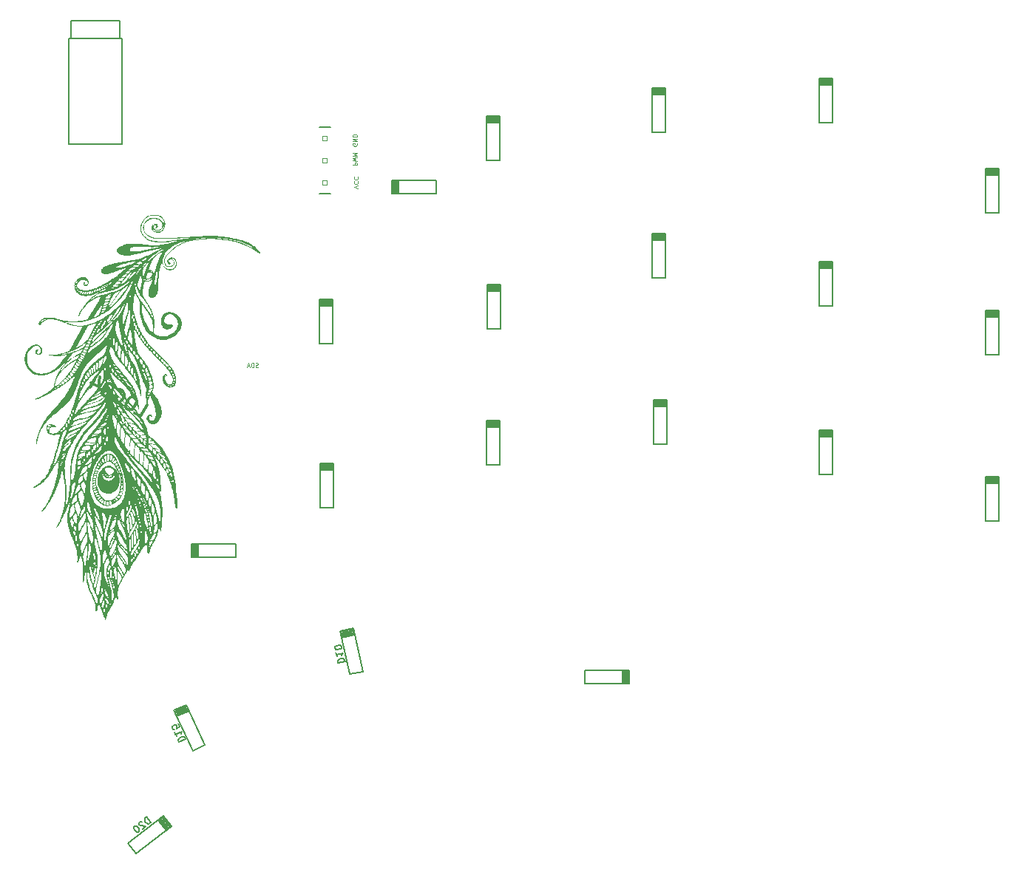
<source format=gbr>
%TF.GenerationSoftware,KiCad,Pcbnew,7.0.6*%
%TF.CreationDate,2024-02-22T22:41:17+11:00*%
%TF.ProjectId,Pteron36v0,50746572-6f6e-4333-9676-302e6b696361,rev?*%
%TF.SameCoordinates,Original*%
%TF.FileFunction,Legend,Bot*%
%TF.FilePolarity,Positive*%
%FSLAX46Y46*%
G04 Gerber Fmt 4.6, Leading zero omitted, Abs format (unit mm)*
G04 Created by KiCad (PCBNEW 7.0.6) date 2024-02-22 22:41:17*
%MOMM*%
%LPD*%
G01*
G04 APERTURE LIST*
%ADD10C,0.125000*%
%ADD11C,0.150000*%
%ADD12C,0.300000*%
%ADD13C,0.203200*%
%ADD14C,0.066040*%
G04 APERTURE END LIST*
D10*
X135208909Y-97810143D02*
X135137481Y-97833952D01*
X135137481Y-97833952D02*
X135018433Y-97833952D01*
X135018433Y-97833952D02*
X134970814Y-97810143D01*
X134970814Y-97810143D02*
X134947005Y-97786333D01*
X134947005Y-97786333D02*
X134923195Y-97738714D01*
X134923195Y-97738714D02*
X134923195Y-97691095D01*
X134923195Y-97691095D02*
X134947005Y-97643476D01*
X134947005Y-97643476D02*
X134970814Y-97619666D01*
X134970814Y-97619666D02*
X135018433Y-97595857D01*
X135018433Y-97595857D02*
X135113671Y-97572047D01*
X135113671Y-97572047D02*
X135161290Y-97548238D01*
X135161290Y-97548238D02*
X135185100Y-97524428D01*
X135185100Y-97524428D02*
X135208909Y-97476809D01*
X135208909Y-97476809D02*
X135208909Y-97429190D01*
X135208909Y-97429190D02*
X135185100Y-97381571D01*
X135185100Y-97381571D02*
X135161290Y-97357762D01*
X135161290Y-97357762D02*
X135113671Y-97333952D01*
X135113671Y-97333952D02*
X134994624Y-97333952D01*
X134994624Y-97333952D02*
X134923195Y-97357762D01*
X134708910Y-97833952D02*
X134708910Y-97333952D01*
X134708910Y-97333952D02*
X134589862Y-97333952D01*
X134589862Y-97333952D02*
X134518434Y-97357762D01*
X134518434Y-97357762D02*
X134470815Y-97405381D01*
X134470815Y-97405381D02*
X134447005Y-97453000D01*
X134447005Y-97453000D02*
X134423196Y-97548238D01*
X134423196Y-97548238D02*
X134423196Y-97619666D01*
X134423196Y-97619666D02*
X134447005Y-97714904D01*
X134447005Y-97714904D02*
X134470815Y-97762523D01*
X134470815Y-97762523D02*
X134518434Y-97810143D01*
X134518434Y-97810143D02*
X134589862Y-97833952D01*
X134589862Y-97833952D02*
X134708910Y-97833952D01*
X134232719Y-97691095D02*
X133994624Y-97691095D01*
X134280338Y-97833952D02*
X134113672Y-97333952D01*
X134113672Y-97333952D02*
X133947005Y-97833952D01*
X146537148Y-72209095D02*
X146560958Y-72256714D01*
X146560958Y-72256714D02*
X146560958Y-72328143D01*
X146560958Y-72328143D02*
X146537148Y-72399571D01*
X146537148Y-72399571D02*
X146489529Y-72447190D01*
X146489529Y-72447190D02*
X146441910Y-72471000D01*
X146441910Y-72471000D02*
X146346672Y-72494809D01*
X146346672Y-72494809D02*
X146275244Y-72494809D01*
X146275244Y-72494809D02*
X146180006Y-72471000D01*
X146180006Y-72471000D02*
X146132387Y-72447190D01*
X146132387Y-72447190D02*
X146084768Y-72399571D01*
X146084768Y-72399571D02*
X146060958Y-72328143D01*
X146060958Y-72328143D02*
X146060958Y-72280524D01*
X146060958Y-72280524D02*
X146084768Y-72209095D01*
X146084768Y-72209095D02*
X146108577Y-72185286D01*
X146108577Y-72185286D02*
X146275244Y-72185286D01*
X146275244Y-72185286D02*
X146275244Y-72280524D01*
X146060958Y-71971000D02*
X146560958Y-71971000D01*
X146560958Y-71971000D02*
X146060958Y-71685286D01*
X146060958Y-71685286D02*
X146560958Y-71685286D01*
X146060958Y-71447190D02*
X146560958Y-71447190D01*
X146560958Y-71447190D02*
X146560958Y-71328142D01*
X146560958Y-71328142D02*
X146537148Y-71256714D01*
X146537148Y-71256714D02*
X146489529Y-71209095D01*
X146489529Y-71209095D02*
X146441910Y-71185285D01*
X146441910Y-71185285D02*
X146346672Y-71161476D01*
X146346672Y-71161476D02*
X146275244Y-71161476D01*
X146275244Y-71161476D02*
X146180006Y-71185285D01*
X146180006Y-71185285D02*
X146132387Y-71209095D01*
X146132387Y-71209095D02*
X146084768Y-71256714D01*
X146084768Y-71256714D02*
X146060958Y-71328142D01*
X146060958Y-71328142D02*
X146060958Y-71447190D01*
X146687958Y-77320808D02*
X146187958Y-77154142D01*
X146187958Y-77154142D02*
X146687958Y-76987475D01*
X146235577Y-76535095D02*
X146211768Y-76558904D01*
X146211768Y-76558904D02*
X146187958Y-76630333D01*
X146187958Y-76630333D02*
X146187958Y-76677952D01*
X146187958Y-76677952D02*
X146211768Y-76749380D01*
X146211768Y-76749380D02*
X146259387Y-76796999D01*
X146259387Y-76796999D02*
X146307006Y-76820809D01*
X146307006Y-76820809D02*
X146402244Y-76844618D01*
X146402244Y-76844618D02*
X146473672Y-76844618D01*
X146473672Y-76844618D02*
X146568910Y-76820809D01*
X146568910Y-76820809D02*
X146616529Y-76796999D01*
X146616529Y-76796999D02*
X146664148Y-76749380D01*
X146664148Y-76749380D02*
X146687958Y-76677952D01*
X146687958Y-76677952D02*
X146687958Y-76630333D01*
X146687958Y-76630333D02*
X146664148Y-76558904D01*
X146664148Y-76558904D02*
X146640339Y-76535095D01*
X146235577Y-76035095D02*
X146211768Y-76058904D01*
X146211768Y-76058904D02*
X146187958Y-76130333D01*
X146187958Y-76130333D02*
X146187958Y-76177952D01*
X146187958Y-76177952D02*
X146211768Y-76249380D01*
X146211768Y-76249380D02*
X146259387Y-76296999D01*
X146259387Y-76296999D02*
X146307006Y-76320809D01*
X146307006Y-76320809D02*
X146402244Y-76344618D01*
X146402244Y-76344618D02*
X146473672Y-76344618D01*
X146473672Y-76344618D02*
X146568910Y-76320809D01*
X146568910Y-76320809D02*
X146616529Y-76296999D01*
X146616529Y-76296999D02*
X146664148Y-76249380D01*
X146664148Y-76249380D02*
X146687958Y-76177952D01*
X146687958Y-76177952D02*
X146687958Y-76130333D01*
X146687958Y-76130333D02*
X146664148Y-76058904D01*
X146664148Y-76058904D02*
X146640339Y-76035095D01*
X146060957Y-74689524D02*
X146560957Y-74689524D01*
X146560957Y-74689524D02*
X146560957Y-74499048D01*
X146560957Y-74499048D02*
X146537147Y-74451429D01*
X146537147Y-74451429D02*
X146513338Y-74427619D01*
X146513338Y-74427619D02*
X146465719Y-74403810D01*
X146465719Y-74403810D02*
X146394290Y-74403810D01*
X146394290Y-74403810D02*
X146346671Y-74427619D01*
X146346671Y-74427619D02*
X146322862Y-74451429D01*
X146322862Y-74451429D02*
X146299052Y-74499048D01*
X146299052Y-74499048D02*
X146299052Y-74689524D01*
X146560957Y-74237143D02*
X146060957Y-74118095D01*
X146060957Y-74118095D02*
X146418100Y-74022857D01*
X146418100Y-74022857D02*
X146060957Y-73927619D01*
X146060957Y-73927619D02*
X146560957Y-73808572D01*
X146060957Y-73618095D02*
X146560957Y-73618095D01*
X146560957Y-73618095D02*
X146203814Y-73451428D01*
X146203814Y-73451428D02*
X146560957Y-73284762D01*
X146560957Y-73284762D02*
X146060957Y-73284762D01*
D11*
X122943334Y-149999640D02*
X122456325Y-149364958D01*
X122456325Y-149364958D02*
X122305210Y-149480912D01*
X122305210Y-149480912D02*
X122237732Y-149580708D01*
X122237732Y-149580708D02*
X122223668Y-149687536D01*
X122223668Y-149687536D02*
X122239827Y-149771173D01*
X122239827Y-149771173D02*
X122302367Y-149915255D01*
X122302367Y-149915255D02*
X122371940Y-150005924D01*
X122371940Y-150005924D02*
X122494927Y-150103625D01*
X122494927Y-150103625D02*
X122571532Y-150140880D01*
X122571532Y-150140880D02*
X122678359Y-150154945D01*
X122678359Y-150154945D02*
X122792219Y-150115595D01*
X122792219Y-150115595D02*
X122943334Y-149999640D01*
X121898247Y-149889222D02*
X121844833Y-149882190D01*
X121844833Y-149882190D02*
X121761196Y-149898349D01*
X121761196Y-149898349D02*
X121610081Y-150014303D01*
X121610081Y-150014303D02*
X121572826Y-150090908D01*
X121572826Y-150090908D02*
X121565794Y-150144322D01*
X121565794Y-150144322D02*
X121581953Y-150227959D01*
X121581953Y-150227959D02*
X121628335Y-150288405D01*
X121628335Y-150288405D02*
X121728131Y-150355883D01*
X121728131Y-150355883D02*
X122369097Y-150440268D01*
X122369097Y-150440268D02*
X121976199Y-150741749D01*
X121096291Y-150408549D02*
X121035845Y-150454931D01*
X121035845Y-150454931D02*
X120998590Y-150531535D01*
X120998590Y-150531535D02*
X120991557Y-150584949D01*
X120991557Y-150584949D02*
X121007716Y-150668586D01*
X121007716Y-150668586D02*
X121070257Y-150812669D01*
X121070257Y-150812669D02*
X121186211Y-150963784D01*
X121186211Y-150963784D02*
X121309198Y-151061485D01*
X121309198Y-151061485D02*
X121385803Y-151098740D01*
X121385803Y-151098740D02*
X121439217Y-151105772D01*
X121439217Y-151105772D02*
X121522854Y-151089613D01*
X121522854Y-151089613D02*
X121583300Y-151043231D01*
X121583300Y-151043231D02*
X121620555Y-150966627D01*
X121620555Y-150966627D02*
X121627587Y-150913213D01*
X121627587Y-150913213D02*
X121611428Y-150829576D01*
X121611428Y-150829576D02*
X121548887Y-150685493D01*
X121548887Y-150685493D02*
X121432933Y-150534378D01*
X121432933Y-150534378D02*
X121309946Y-150436677D01*
X121309946Y-150436677D02*
X121233341Y-150399422D01*
X121233341Y-150399422D02*
X121179927Y-150392390D01*
X121179927Y-150392390D02*
X121096291Y-150408549D01*
X126186863Y-140786355D02*
X126911909Y-140448260D01*
X126911909Y-140448260D02*
X126831411Y-140275630D01*
X126831411Y-140275630D02*
X126748585Y-140188152D01*
X126748585Y-140188152D02*
X126647334Y-140151299D01*
X126647334Y-140151299D02*
X126562182Y-140148973D01*
X126562182Y-140148973D02*
X126407978Y-140178846D01*
X126407978Y-140178846D02*
X126304400Y-140227145D01*
X126304400Y-140227145D02*
X126182396Y-140326070D01*
X126182396Y-140326070D02*
X126129444Y-140392795D01*
X126129444Y-140392795D02*
X126092591Y-140494047D01*
X126092591Y-140494047D02*
X126106364Y-140613725D01*
X126106364Y-140613725D02*
X126186863Y-140786355D01*
X125671671Y-139681522D02*
X125864868Y-140095834D01*
X125768270Y-139888678D02*
X126493316Y-139550584D01*
X126493316Y-139550584D02*
X126421937Y-139667935D01*
X126421937Y-139667935D02*
X126385085Y-139769186D01*
X126385085Y-139769186D02*
X126382758Y-139854338D01*
X126090822Y-138687433D02*
X126251820Y-139032693D01*
X126251820Y-139032693D02*
X125922659Y-139228217D01*
X125922659Y-139228217D02*
X125941086Y-139177591D01*
X125941086Y-139177591D02*
X125943412Y-139092439D01*
X125943412Y-139092439D02*
X125862913Y-138919809D01*
X125862913Y-138919809D02*
X125796188Y-138866857D01*
X125796188Y-138866857D02*
X125745562Y-138848431D01*
X125745562Y-138848431D02*
X125660410Y-138846104D01*
X125660410Y-138846104D02*
X125487780Y-138926603D01*
X125487780Y-138926603D02*
X125434828Y-138993328D01*
X125434828Y-138993328D02*
X125416402Y-139043954D01*
X125416402Y-139043954D02*
X125414075Y-139129106D01*
X125414075Y-139129106D02*
X125494574Y-139301736D01*
X125494574Y-139301736D02*
X125561299Y-139354688D01*
X125561299Y-139354688D02*
X125611925Y-139373114D01*
X144400000Y-131729771D02*
X145181037Y-131556619D01*
X145181037Y-131556619D02*
X145139810Y-131370658D01*
X145139810Y-131370658D02*
X145077882Y-131267326D01*
X145077882Y-131267326D02*
X144987007Y-131209433D01*
X144987007Y-131209433D02*
X144904377Y-131188731D01*
X144904377Y-131188731D02*
X144747363Y-131184520D01*
X144747363Y-131184520D02*
X144635786Y-131209256D01*
X144635786Y-131209256D02*
X144495262Y-131279429D01*
X144495262Y-131279429D02*
X144429123Y-131333112D01*
X144429123Y-131333112D02*
X144371229Y-131423987D01*
X144371229Y-131423987D02*
X144358773Y-131543809D01*
X144358773Y-131543809D02*
X144400000Y-131729771D01*
X144136150Y-130539619D02*
X144235093Y-130985926D01*
X144185621Y-130762773D02*
X144966658Y-130589621D01*
X144966658Y-130589621D02*
X144871572Y-130688741D01*
X144871572Y-130688741D02*
X144813678Y-130779616D01*
X144813678Y-130779616D02*
X144792977Y-130862246D01*
X144809997Y-129882968D02*
X144793507Y-129808584D01*
X144793507Y-129808584D02*
X144739824Y-129742445D01*
X144739824Y-129742445D02*
X144694386Y-129713498D01*
X144694386Y-129713498D02*
X144611756Y-129692796D01*
X144611756Y-129692796D02*
X144454742Y-129688585D01*
X144454742Y-129688585D02*
X144268781Y-129729812D01*
X144268781Y-129729812D02*
X144128257Y-129799985D01*
X144128257Y-129799985D02*
X144062118Y-129853668D01*
X144062118Y-129853668D02*
X144033171Y-129899106D01*
X144033171Y-129899106D02*
X144012470Y-129981736D01*
X144012470Y-129981736D02*
X144028960Y-130056120D01*
X144028960Y-130056120D02*
X144082643Y-130122259D01*
X144082643Y-130122259D02*
X144128081Y-130151206D01*
X144128081Y-130151206D02*
X144210711Y-130171908D01*
X144210711Y-130171908D02*
X144367725Y-130176119D01*
X144367725Y-130176119D02*
X144553686Y-130134892D01*
X144553686Y-130134892D02*
X144694210Y-130064719D01*
X144694210Y-130064719D02*
X144760349Y-130011036D01*
X144760349Y-130011036D02*
X144789296Y-129965598D01*
X144789296Y-129965598D02*
X144809997Y-129882968D01*
D12*
X121117836Y-103103350D02*
X121746323Y-103466207D01*
X121746323Y-103466207D02*
X122508323Y-102146384D01*
X121188501Y-101384384D02*
X120937106Y-101239242D01*
X120937106Y-101239242D02*
X120775123Y-101229519D01*
X120775123Y-101229519D02*
X120576854Y-101282645D01*
X120576854Y-101282645D02*
X120368863Y-101497754D01*
X120368863Y-101497754D02*
X120114863Y-101937695D01*
X120114863Y-101937695D02*
X120032568Y-102225375D01*
X120032568Y-102225375D02*
X120085694Y-102423644D01*
X120085694Y-102423644D02*
X120175106Y-102559064D01*
X120175106Y-102559064D02*
X120426501Y-102704207D01*
X120426501Y-102704207D02*
X120588484Y-102713930D01*
X120588484Y-102713930D02*
X120786753Y-102660804D01*
X120786753Y-102660804D02*
X120994744Y-102445695D01*
X120994744Y-102445695D02*
X121248744Y-102005754D01*
X121248744Y-102005754D02*
X121331038Y-101718073D01*
X121331038Y-101718073D02*
X121277912Y-101519805D01*
X121277912Y-101519805D02*
X121188501Y-101384384D01*
X119329603Y-100394948D02*
X119491586Y-100404670D01*
X119491586Y-100404670D02*
X119680132Y-100513528D01*
X119680132Y-100513528D02*
X119832393Y-100685233D01*
X119832393Y-100685233D02*
X119885519Y-100883502D01*
X119885519Y-100883502D02*
X119875796Y-101045485D01*
X119875796Y-101045485D02*
X119793502Y-101333166D01*
X119793502Y-101333166D02*
X119684645Y-101521712D01*
X119684645Y-101521712D02*
X119476653Y-101736821D01*
X119476653Y-101736821D02*
X119341233Y-101826233D01*
X119341233Y-101826233D02*
X119142964Y-101879359D01*
X119142964Y-101879359D02*
X118918132Y-101833350D01*
X118918132Y-101833350D02*
X118792435Y-101760779D01*
X118792435Y-101760779D02*
X118640175Y-101589073D01*
X118640175Y-101589073D02*
X118613612Y-101489939D01*
X118613612Y-101489939D02*
X118867612Y-101049998D01*
X118867612Y-101049998D02*
X119119006Y-101195141D01*
X118486007Y-99824099D02*
X118234612Y-99678956D01*
X118234612Y-99678956D02*
X118072629Y-99669233D01*
X118072629Y-99669233D02*
X117874360Y-99722359D01*
X117874360Y-99722359D02*
X117666369Y-99937468D01*
X117666369Y-99937468D02*
X117412369Y-100377409D01*
X117412369Y-100377409D02*
X117330075Y-100665090D01*
X117330075Y-100665090D02*
X117383201Y-100863359D01*
X117383201Y-100863359D02*
X117472612Y-100998779D01*
X117472612Y-100998779D02*
X117724007Y-101143922D01*
X117724007Y-101143922D02*
X117885990Y-101153644D01*
X117885990Y-101153644D02*
X118084259Y-101100518D01*
X118084259Y-101100518D02*
X118292251Y-100885409D01*
X118292251Y-100885409D02*
X118546251Y-100445468D01*
X118546251Y-100445468D02*
X118628545Y-100157788D01*
X118628545Y-100157788D02*
X118575419Y-99959519D01*
X118575419Y-99959519D02*
X118486007Y-99824099D01*
X116535093Y-99284326D02*
X116027093Y-100164208D01*
X117139622Y-98962965D02*
X116909580Y-100087124D01*
X116909580Y-100087124D02*
X116092546Y-99615410D01*
D11*
%TO.C,D22*%
X161352161Y-69422297D02*
X162876161Y-69422297D01*
X161352161Y-69168297D02*
X162876161Y-69168297D01*
X161352161Y-74121297D02*
X161352161Y-69041297D01*
X162876161Y-69549297D02*
X161352161Y-69549297D01*
X161352161Y-69803297D02*
X162876161Y-69803297D01*
X162876161Y-74121297D02*
X161352161Y-74121297D01*
X162876161Y-69295297D02*
X161352161Y-69295297D01*
X161352161Y-69041297D02*
X162876161Y-69041297D01*
X161352161Y-74121297D02*
X161352161Y-73613297D01*
X161352161Y-69676297D02*
X162876161Y-69676297D01*
X162876161Y-69041297D02*
X162876161Y-74121297D01*
%TO.C,D19*%
X182051170Y-106681131D02*
X180527170Y-106681131D01*
X182051170Y-101601131D02*
X182051170Y-106681131D01*
X180527170Y-102363131D02*
X182051170Y-102363131D01*
X180527170Y-106681131D02*
X180527170Y-106173131D01*
X182051170Y-101855131D02*
X180527170Y-101855131D01*
X180527170Y-102236131D02*
X182051170Y-102236131D01*
X180527170Y-106681131D02*
X180527170Y-101601131D01*
X182051170Y-102109131D02*
X180527170Y-102109131D01*
X180527170Y-101982131D02*
X182051170Y-101982131D01*
X180527170Y-101728131D02*
X182051170Y-101728131D01*
X180527170Y-101601131D02*
X182051170Y-101601131D01*
%TO.C,D26*%
X151340369Y-77974943D02*
X151340369Y-76450943D01*
X151213369Y-77974943D02*
X151213369Y-76450943D01*
X150705369Y-77974943D02*
X150705369Y-76450943D01*
X155658369Y-77974943D02*
X155150369Y-77974943D01*
X150578369Y-77974943D02*
X150578369Y-76450943D01*
X155658369Y-77974943D02*
X150578369Y-77974943D01*
X151086369Y-76450943D02*
X151086369Y-77974943D01*
X150959369Y-77974943D02*
X150959369Y-76450943D01*
X150832369Y-76450943D02*
X150832369Y-77974943D01*
X155658369Y-76450943D02*
X155658369Y-77974943D01*
X150578369Y-76450943D02*
X155658369Y-76450943D01*
%TO.C,D28*%
X143854015Y-109389782D02*
X142330015Y-109389782D01*
X143854015Y-109135782D02*
X142330015Y-109135782D01*
X142330015Y-109008782D02*
X143854015Y-109008782D01*
X142330015Y-109643782D02*
X143854015Y-109643782D01*
X143854015Y-108881782D02*
X143854015Y-113961782D01*
X142330015Y-113961782D02*
X142330015Y-108881782D01*
X142330015Y-108881782D02*
X143854015Y-108881782D01*
X142330015Y-109516782D02*
X143854015Y-109516782D01*
X142330015Y-109262782D02*
X143854015Y-109262782D01*
X143854015Y-113961782D02*
X142330015Y-113961782D01*
X142330015Y-113961782D02*
X142330015Y-113453782D01*
%TO.C,D27*%
X142237847Y-90409004D02*
X143761847Y-90409004D01*
X143761847Y-95108004D02*
X142237847Y-95108004D01*
X143761847Y-90282004D02*
X142237847Y-90282004D01*
X142237847Y-95108004D02*
X142237847Y-90028004D01*
X142237847Y-90790004D02*
X143761847Y-90790004D01*
X142237847Y-95108004D02*
X142237847Y-94600004D01*
X143761847Y-90536004D02*
X142237847Y-90536004D01*
X142237847Y-90155004D02*
X143761847Y-90155004D01*
X142237847Y-90663004D02*
X143761847Y-90663004D01*
X143761847Y-90028004D02*
X143761847Y-95108004D01*
X142237847Y-90028004D02*
X143761847Y-90028004D01*
%TO.C,D14*%
X199451177Y-110147103D02*
X199451177Y-109639103D01*
X199451177Y-110147103D02*
X199451177Y-105067103D01*
X199451177Y-105702103D02*
X200975177Y-105702103D01*
X199451177Y-105194103D02*
X200975177Y-105194103D01*
X199451177Y-105067103D02*
X200975177Y-105067103D01*
X199451177Y-105829103D02*
X200975177Y-105829103D01*
X200975177Y-105321103D02*
X199451177Y-105321103D01*
X200975177Y-110147103D02*
X199451177Y-110147103D01*
X200975177Y-105575103D02*
X199451177Y-105575103D01*
X200975177Y-105067103D02*
X200975177Y-110147103D01*
X199451177Y-105448103D02*
X200975177Y-105448103D01*
%TO.C,D24*%
X162866377Y-109048300D02*
X161342377Y-109048300D01*
X161342377Y-103968300D02*
X162866377Y-103968300D01*
X161342377Y-104603300D02*
X162866377Y-104603300D01*
X161342377Y-109048300D02*
X161342377Y-108540300D01*
X161342377Y-109048300D02*
X161342377Y-103968300D01*
X161342377Y-104730300D02*
X162866377Y-104730300D01*
X162866377Y-104222300D02*
X161342377Y-104222300D01*
X161342377Y-104095300D02*
X162866377Y-104095300D01*
X162866377Y-103968300D02*
X162866377Y-109048300D01*
X162866377Y-104476300D02*
X161342377Y-104476300D01*
X161342377Y-104349300D02*
X162866377Y-104349300D01*
%TO.C,D9*%
X218558188Y-110391435D02*
X220082188Y-110391435D01*
X218558188Y-111153435D02*
X220082188Y-111153435D01*
X218558188Y-111026435D02*
X220082188Y-111026435D01*
X218558188Y-110518435D02*
X220082188Y-110518435D01*
X220082188Y-110645435D02*
X218558188Y-110645435D01*
X220082188Y-110391435D02*
X220082188Y-115471435D01*
X218558188Y-115471435D02*
X218558188Y-110391435D01*
X218558188Y-115471435D02*
X218558188Y-114963435D01*
X220082188Y-115471435D02*
X218558188Y-115471435D01*
X218558188Y-110772435D02*
X220082188Y-110772435D01*
X220082188Y-110899435D02*
X218558188Y-110899435D01*
%TO.C,D13*%
X199480334Y-90840540D02*
X199480334Y-90332540D01*
X199480334Y-86522540D02*
X201004334Y-86522540D01*
X201004334Y-86268540D02*
X199480334Y-86268540D01*
X199480334Y-85760540D02*
X201004334Y-85760540D01*
X199480334Y-86141540D02*
X201004334Y-86141540D01*
X199480334Y-90840540D02*
X199480334Y-85760540D01*
X199480334Y-85887540D02*
X201004334Y-85887540D01*
X201004334Y-85760540D02*
X201004334Y-90840540D01*
X199480334Y-86395540D02*
X201004334Y-86395540D01*
X201004334Y-90840540D02*
X199480334Y-90840540D01*
X201004334Y-86014540D02*
X199480334Y-86014540D01*
%TO.C,D17*%
X180321769Y-70939142D02*
X180321769Y-70431142D01*
X181845769Y-65859142D02*
X181845769Y-70939142D01*
X181845769Y-70939142D02*
X180321769Y-70939142D01*
X180321769Y-66240142D02*
X181845769Y-66240142D01*
X180321769Y-66621142D02*
X181845769Y-66621142D01*
X180321769Y-65986142D02*
X181845769Y-65986142D01*
X181845769Y-66113142D02*
X180321769Y-66113142D01*
X181845769Y-66367142D02*
X180321769Y-66367142D01*
X180321769Y-66494142D02*
X181845769Y-66494142D01*
X180321769Y-70939142D02*
X180321769Y-65859142D01*
X180321769Y-65859142D02*
X181845769Y-65859142D01*
%TO.C,D8*%
X218558189Y-91356535D02*
X220082189Y-91356535D01*
X220082189Y-91864535D02*
X218558189Y-91864535D01*
X218558189Y-96436535D02*
X218558189Y-95928535D01*
X218558189Y-96436535D02*
X218558189Y-91356535D01*
X218558189Y-91737535D02*
X220082189Y-91737535D01*
X218558189Y-92118535D02*
X220082189Y-92118535D01*
X220082189Y-91610535D02*
X218558189Y-91610535D01*
X220082189Y-91356535D02*
X220082189Y-96436535D01*
X218558189Y-91991535D02*
X220082189Y-91991535D01*
X220082189Y-96436535D02*
X218558189Y-96436535D01*
X218558189Y-91483535D02*
X220082189Y-91483535D01*
%TO.C,D23*%
X161504117Y-89158384D02*
X163028117Y-89158384D01*
X161504117Y-88777384D02*
X163028117Y-88777384D01*
X163028117Y-88650384D02*
X161504117Y-88650384D01*
X163028117Y-88396384D02*
X163028117Y-93476384D01*
X161504117Y-88523384D02*
X163028117Y-88523384D01*
X161504117Y-93476384D02*
X161504117Y-88396384D01*
X161504117Y-89031384D02*
X163028117Y-89031384D01*
X161504117Y-93476384D02*
X161504117Y-92968384D01*
X161504117Y-88396384D02*
X163028117Y-88396384D01*
X163028117Y-88904384D02*
X161504117Y-88904384D01*
X163028117Y-93476384D02*
X161504117Y-93476384D01*
%TO.C,D18*%
X180321770Y-82623143D02*
X181845770Y-82623143D01*
X180321770Y-87576143D02*
X180321770Y-82496143D01*
X181845770Y-82496143D02*
X181845770Y-87576143D01*
X180321770Y-83258143D02*
X181845770Y-83258143D01*
X180321770Y-82877143D02*
X181845770Y-82877143D01*
X181845770Y-87576143D02*
X180321770Y-87576143D01*
X181845770Y-83004143D02*
X180321770Y-83004143D01*
X180321770Y-87576143D02*
X180321770Y-87068143D01*
X180321770Y-82496143D02*
X181845770Y-82496143D01*
X181845770Y-82750143D02*
X180321770Y-82750143D01*
X180321770Y-83131143D02*
X181845770Y-83131143D01*
%TO.C,D12*%
X201004333Y-65278000D02*
X199480333Y-65278000D01*
X199480333Y-64897000D02*
X201004333Y-64897000D01*
X201004333Y-69850000D02*
X199480333Y-69850000D01*
X199480333Y-64770000D02*
X201004333Y-64770000D01*
X201004333Y-65024000D02*
X199480333Y-65024000D01*
X199480333Y-65532000D02*
X201004333Y-65532000D01*
X199480333Y-69850000D02*
X199480333Y-69342000D01*
X199480333Y-65405000D02*
X201004333Y-65405000D01*
X199480333Y-65151000D02*
X201004333Y-65151000D01*
X201004333Y-64770000D02*
X201004333Y-69850000D01*
X199480333Y-69850000D02*
X199480333Y-64770000D01*
%TO.C,D7*%
X220082190Y-75052116D02*
X220082190Y-80132116D01*
X218558190Y-80132116D02*
X218558190Y-79624116D01*
X218558190Y-75052116D02*
X220082190Y-75052116D01*
X218558190Y-75433116D02*
X220082190Y-75433116D01*
X220082190Y-80132116D02*
X218558190Y-80132116D01*
X218558190Y-80132116D02*
X218558190Y-75052116D01*
X220082190Y-75560116D02*
X218558190Y-75560116D01*
X220082190Y-75306116D02*
X218558190Y-75306116D01*
X218558190Y-75814116D02*
X220082190Y-75814116D01*
X218558190Y-75179116D02*
X220082190Y-75179116D01*
X218558190Y-75687116D02*
X220082190Y-75687116D01*
D13*
%TO.C,PWM_PAD2*%
X143491770Y-77924144D02*
X142221770Y-77924144D01*
X143491770Y-70304144D02*
X142221770Y-70304144D01*
D11*
%TO.C,D_RE1*%
X132709999Y-119646001D02*
X127629999Y-119646001D01*
X132709999Y-118122001D02*
X132709999Y-119646001D01*
X127883999Y-118122001D02*
X127883999Y-119646001D01*
X128010999Y-119646001D02*
X128010999Y-118122001D01*
X127629999Y-119646001D02*
X127629999Y-118122001D01*
X127629999Y-118122001D02*
X132709999Y-118122001D01*
X128264999Y-119646001D02*
X128264999Y-118122001D01*
X128137999Y-118122001D02*
X128137999Y-119646001D01*
X128391999Y-119646001D02*
X128391999Y-118122001D01*
X132709999Y-119646001D02*
X132201999Y-119646001D01*
X127756999Y-119646001D02*
X127756999Y-118122001D01*
%TO.C,D25*%
X177180514Y-134126814D02*
X177180514Y-132602814D01*
X177688514Y-134126814D02*
X172608514Y-134126814D01*
X177688514Y-132602814D02*
X177688514Y-134126814D01*
X177307514Y-132602814D02*
X177307514Y-134126814D01*
X172608514Y-132602814D02*
X177688514Y-132602814D01*
X177561514Y-132602814D02*
X177561514Y-134126814D01*
X176926514Y-132602814D02*
X176926514Y-134126814D01*
X177434514Y-134126814D02*
X177434514Y-132602814D01*
X172608514Y-132602814D02*
X173116514Y-132602814D01*
X172608514Y-134126814D02*
X172608514Y-132602814D01*
X177053514Y-132602814D02*
X177053514Y-134126814D01*
%TO.C,D20*%
X124073488Y-149479962D02*
X125001240Y-150689032D01*
X125101996Y-150611720D02*
X124174244Y-149402649D01*
X124375755Y-149248024D02*
X125303508Y-150457094D01*
X124274999Y-149325336D02*
X125202752Y-150534407D01*
X124900484Y-150766345D02*
X123972732Y-149557275D01*
X123771220Y-149711900D02*
X124698972Y-150920970D01*
X120345520Y-152340532D02*
X120748544Y-152031281D01*
X125303508Y-150457094D02*
X121273273Y-153549602D01*
X120345520Y-152340532D02*
X124375755Y-149248024D01*
X123871976Y-149634587D02*
X124799728Y-150843658D01*
X121273273Y-153549602D02*
X120345520Y-152340532D01*
%TO.C,D15*%
X125598710Y-137158156D02*
X126979923Y-136514086D01*
X127745611Y-141762200D02*
X127530921Y-141301796D01*
X127087268Y-136744288D02*
X125706055Y-137388359D01*
X125867073Y-137733662D02*
X127248286Y-137089592D01*
X127745611Y-141762200D02*
X125598710Y-137158156D01*
X125652383Y-137273257D02*
X127033596Y-136629187D01*
X126979923Y-136514086D02*
X129126824Y-141118130D01*
X127194613Y-136974490D02*
X125813400Y-137618561D01*
X125920745Y-137848763D02*
X127301958Y-137204693D01*
X125759728Y-137503460D02*
X127140941Y-136859389D01*
X129126824Y-141118130D02*
X127745611Y-141762200D01*
%TO.C,D10*%
X144748514Y-128680224D02*
X146236389Y-128350370D01*
X146208901Y-128226381D02*
X144721026Y-128556234D01*
X145710588Y-133019860D02*
X145600637Y-132523901D01*
X144611075Y-128060276D02*
X146098950Y-127730422D01*
X146098950Y-127730422D02*
X147198463Y-132690006D01*
X145710588Y-133019860D02*
X144611075Y-128060276D01*
X144638563Y-128184266D02*
X146126438Y-127854412D01*
X144776002Y-128804214D02*
X146263877Y-128474360D01*
X146153926Y-127978401D02*
X144666050Y-128308255D01*
X147198463Y-132690006D02*
X145710588Y-133019860D01*
X144693538Y-128432245D02*
X146181413Y-128102391D01*
%TO.C,J2*%
X113767769Y-58180142D02*
X119367769Y-58180142D01*
X119367769Y-60180142D02*
X119367769Y-58180142D01*
X113767769Y-60180142D02*
X113767769Y-58180142D01*
X113517769Y-60180142D02*
X113517769Y-72280142D01*
X119617769Y-60180142D02*
X119617769Y-72280142D01*
X113517769Y-60180142D02*
X119617769Y-60180142D01*
X113517769Y-72280142D02*
X119617769Y-72280142D01*
D14*
%TO.C,PWM_PAD1*%
X143110770Y-71320144D02*
X142602770Y-71320144D01*
X143110770Y-73860144D02*
X142602770Y-73860144D01*
X143110770Y-73860144D02*
X143110770Y-74368144D01*
X142602770Y-71320144D02*
X142602770Y-71828144D01*
X142602770Y-76400144D02*
X142602770Y-76908144D01*
X143110770Y-76400144D02*
X142602770Y-76400144D01*
X143110770Y-71320144D02*
X143110770Y-71828144D01*
X143110770Y-76908144D02*
X142602770Y-76908144D01*
X142602770Y-73860144D02*
X142602770Y-74368144D01*
X143110770Y-76400144D02*
X143110770Y-76908144D01*
X143110770Y-71828144D02*
X142602770Y-71828144D01*
X143110770Y-74368144D02*
X142602770Y-74368144D01*
%TO.C,LOGO4*%
G36*
X118231790Y-107722397D02*
G01*
X118333706Y-107737819D01*
X118417796Y-107760037D01*
X118429650Y-107764663D01*
X118475113Y-107787624D01*
X118531243Y-107821219D01*
X118592103Y-107861417D01*
X118651752Y-107904185D01*
X118704254Y-107945491D01*
X118743668Y-107981304D01*
X118788108Y-108030573D01*
X118862218Y-108127176D01*
X118937749Y-108242126D01*
X119012588Y-108371893D01*
X119084617Y-108512952D01*
X119151722Y-108661774D01*
X119235481Y-108861803D01*
X119309839Y-109042823D01*
X119375523Y-109206863D01*
X119433494Y-109356512D01*
X119484713Y-109494358D01*
X119530144Y-109622988D01*
X119570744Y-109744992D01*
X119607480Y-109862957D01*
X119641310Y-109979472D01*
X119687264Y-110152144D01*
X119757777Y-110466701D01*
X119808213Y-110770129D01*
X119838561Y-111062007D01*
X119848815Y-111341923D01*
X119838964Y-111609457D01*
X119809003Y-111864194D01*
X119758920Y-112105716D01*
X119688709Y-112333607D01*
X119640766Y-112453141D01*
X119545185Y-112643563D01*
X119430419Y-112825053D01*
X119298510Y-112995678D01*
X119151502Y-113153507D01*
X118991439Y-113296609D01*
X118820363Y-113423049D01*
X118640318Y-113530898D01*
X118453347Y-113618222D01*
X118261493Y-113683089D01*
X118161256Y-113707329D01*
X118002925Y-113730807D01*
X117852357Y-113733231D01*
X117706452Y-113714563D01*
X117562110Y-113674766D01*
X117496779Y-113647996D01*
X117489006Y-113643896D01*
X117858100Y-113643896D01*
X117862930Y-113646415D01*
X117887443Y-113649337D01*
X117927777Y-113650356D01*
X117978469Y-113649234D01*
X118096082Y-113644282D01*
X118097025Y-113607086D01*
X118097073Y-113603876D01*
X118096626Y-113573954D01*
X118095150Y-113526471D01*
X118092848Y-113467278D01*
X118089923Y-113402225D01*
X118089038Y-113385181D01*
X118084777Y-113324980D01*
X118079499Y-113274862D01*
X118074984Y-113247001D01*
X118200969Y-113247001D01*
X118202186Y-113289169D01*
X118205056Y-113342593D01*
X118209181Y-113402161D01*
X118214154Y-113462761D01*
X118219573Y-113519283D01*
X118225034Y-113566614D01*
X118230134Y-113599643D01*
X118234469Y-113613259D01*
X118235353Y-113613695D01*
X118256992Y-113613598D01*
X118293631Y-113604769D01*
X118339010Y-113589667D01*
X118386869Y-113570752D01*
X118430948Y-113550484D01*
X118464986Y-113531322D01*
X118482725Y-113515725D01*
X118483125Y-113514443D01*
X118481786Y-113494778D01*
X118475229Y-113457113D01*
X118464384Y-113406278D01*
X118450184Y-113347103D01*
X118447239Y-113335533D01*
X118431761Y-113278199D01*
X118417543Y-113230820D01*
X118406053Y-113198039D01*
X118398762Y-113184503D01*
X118394491Y-113183566D01*
X118370238Y-113184229D01*
X118332936Y-113188405D01*
X118290079Y-113194883D01*
X118249161Y-113202456D01*
X118217677Y-113209915D01*
X118203121Y-113216051D01*
X118201812Y-113221200D01*
X118200969Y-113247001D01*
X118074984Y-113247001D01*
X118073792Y-113239648D01*
X118068242Y-113224155D01*
X118059694Y-113220247D01*
X118030622Y-113213426D01*
X117991909Y-113208436D01*
X117929213Y-113203120D01*
X117892277Y-113418364D01*
X117881872Y-113480097D01*
X117871700Y-113543021D01*
X117863935Y-113594019D01*
X117859195Y-113629005D01*
X117858100Y-113643896D01*
X117489006Y-113643896D01*
X117398521Y-113596171D01*
X117293781Y-113529636D01*
X117248137Y-113496317D01*
X117491756Y-113496317D01*
X117551995Y-113529439D01*
X117577762Y-113543149D01*
X117630817Y-113569763D01*
X117681503Y-113593579D01*
X117750774Y-113624597D01*
X117788481Y-113420566D01*
X117797765Y-113368391D01*
X117807718Y-113306662D01*
X117814590Y-113256615D01*
X117817828Y-113222384D01*
X117816878Y-113208107D01*
X117807540Y-113202467D01*
X117784272Y-113193161D01*
X117744426Y-113179840D01*
X117735429Y-113177051D01*
X118538179Y-113177051D01*
X118542098Y-113238434D01*
X118557333Y-113307644D01*
X118582592Y-113377126D01*
X118601358Y-113414765D01*
X118620058Y-113436499D01*
X118640776Y-113439452D01*
X118668001Y-113426201D01*
X118679312Y-113418680D01*
X118692927Y-113404771D01*
X118694313Y-113386016D01*
X118685710Y-113353190D01*
X118683842Y-113347229D01*
X118669465Y-113307705D01*
X118649021Y-113257387D01*
X118626297Y-113205668D01*
X118614920Y-113180818D01*
X118591663Y-113130627D01*
X118575898Y-113100265D01*
X118565368Y-113088058D01*
X118557818Y-113092334D01*
X118550993Y-113111421D01*
X118542635Y-113143647D01*
X118538179Y-113177051D01*
X117735429Y-113177051D01*
X117684456Y-113161249D01*
X117679888Y-113159963D01*
X117665824Y-113159267D01*
X117652800Y-113167977D01*
X117636579Y-113190157D01*
X117612923Y-113229872D01*
X117612509Y-113230590D01*
X117584963Y-113282246D01*
X117555398Y-113343601D01*
X117530141Y-113401529D01*
X117491756Y-113496317D01*
X117248137Y-113496317D01*
X117186851Y-113451580D01*
X117082023Y-113365185D01*
X117032762Y-113319373D01*
X117213950Y-113319373D01*
X117214311Y-113320104D01*
X117227769Y-113331257D01*
X117256022Y-113350030D01*
X117293162Y-113372942D01*
X117333280Y-113396510D01*
X117370467Y-113417253D01*
X117398814Y-113431689D01*
X117412414Y-113436333D01*
X117413048Y-113435888D01*
X117422667Y-113421389D01*
X117440407Y-113389725D01*
X117463974Y-113345110D01*
X117491075Y-113291761D01*
X117516027Y-113240935D01*
X117537839Y-113193251D01*
X117539620Y-113188508D01*
X117550404Y-113159798D01*
X117555189Y-113136536D01*
X117553662Y-113119424D01*
X117543264Y-113097689D01*
X117520749Y-113070349D01*
X117493482Y-113047246D01*
X117467839Y-113033605D01*
X117450194Y-113034646D01*
X117436861Y-113048088D01*
X117411316Y-113076468D01*
X117378419Y-113114489D01*
X117341516Y-113158121D01*
X117303950Y-113203334D01*
X117269067Y-113246096D01*
X117240209Y-113282377D01*
X117220722Y-113308146D01*
X117213950Y-113319373D01*
X117032762Y-113319373D01*
X116983589Y-113273642D01*
X116895842Y-113180135D01*
X116836754Y-113108351D01*
X117013627Y-113108351D01*
X117020550Y-113118896D01*
X117040360Y-113142347D01*
X117068086Y-113172638D01*
X117098874Y-113204732D01*
X117127878Y-113233596D01*
X117150250Y-113254196D01*
X117161137Y-113261497D01*
X117162649Y-113260585D01*
X117176835Y-113245898D01*
X117201579Y-113216680D01*
X117233643Y-113177106D01*
X117269789Y-113131348D01*
X117306779Y-113083575D01*
X117341374Y-113037960D01*
X117370339Y-112998675D01*
X117390433Y-112969892D01*
X117398419Y-112955783D01*
X117396122Y-112944608D01*
X117382298Y-112917512D01*
X117359801Y-112884609D01*
X117345756Y-112866262D01*
X117318460Y-112830602D01*
X117268143Y-112855695D01*
X117261228Y-112859599D01*
X117232447Y-112880547D01*
X117195387Y-112911997D01*
X117153877Y-112950148D01*
X117111747Y-112991198D01*
X117072828Y-113031344D01*
X117040948Y-113066787D01*
X117019938Y-113093723D01*
X117013627Y-113108351D01*
X116836754Y-113108351D01*
X116826163Y-113095484D01*
X116825207Y-113094322D01*
X116691486Y-112904091D01*
X116691092Y-112903531D01*
X116662288Y-112852665D01*
X116826372Y-112852665D01*
X116883743Y-112944656D01*
X116895209Y-112962846D01*
X116920633Y-113001736D01*
X116940352Y-113029920D01*
X116950840Y-113042262D01*
X116960477Y-113037465D01*
X116983576Y-113017716D01*
X117016401Y-112986234D01*
X117055577Y-112946620D01*
X117097726Y-112902470D01*
X117139472Y-112857382D01*
X117177439Y-112814955D01*
X117208248Y-112778787D01*
X117228523Y-112752475D01*
X117234887Y-112739617D01*
X117228939Y-112728957D01*
X117211050Y-112703025D01*
X117186357Y-112670297D01*
X117166932Y-112646027D01*
X117145794Y-112621076D01*
X117134397Y-112609565D01*
X117125542Y-112613120D01*
X117101208Y-112629602D01*
X117065856Y-112656550D01*
X117023633Y-112690915D01*
X116993080Y-112716422D01*
X116945358Y-112756027D01*
X116903367Y-112790612D01*
X116873637Y-112814785D01*
X116826372Y-112852665D01*
X116662288Y-112852665D01*
X116582583Y-112711913D01*
X116573640Y-112696120D01*
X116516659Y-112569786D01*
X116673807Y-112569786D01*
X116724787Y-112670431D01*
X116736574Y-112693423D01*
X116758268Y-112734186D01*
X116774837Y-112763260D01*
X116783404Y-112775486D01*
X116787951Y-112773696D01*
X116808115Y-112759750D01*
X116840529Y-112734888D01*
X116881250Y-112702380D01*
X116926344Y-112665492D01*
X116971870Y-112627492D01*
X117013891Y-112591649D01*
X117048469Y-112561232D01*
X117071663Y-112539508D01*
X117079538Y-112529745D01*
X117073505Y-112518789D01*
X117058156Y-112492270D01*
X117037092Y-112456472D01*
X117017017Y-112423241D01*
X117000183Y-112396743D01*
X116991927Y-112385554D01*
X116982844Y-112389095D01*
X116956630Y-112403162D01*
X116917783Y-112425554D01*
X116870716Y-112453785D01*
X116833047Y-112476664D01*
X116783082Y-112506721D01*
X116741297Y-112531531D01*
X116714062Y-112547291D01*
X116673807Y-112569786D01*
X116516659Y-112569786D01*
X116473145Y-112473310D01*
X116464608Y-112449005D01*
X116419126Y-112319518D01*
X116570744Y-112319518D01*
X116571311Y-112338583D01*
X116581194Y-112372801D01*
X116598848Y-112416546D01*
X116638602Y-112504717D01*
X116793194Y-112412113D01*
X116817916Y-112397264D01*
X116869502Y-112365997D01*
X116911322Y-112340261D01*
X116939595Y-112322392D01*
X116950543Y-112314734D01*
X116950578Y-112314661D01*
X116947325Y-112301363D01*
X116936566Y-112271952D01*
X116920573Y-112232655D01*
X116920083Y-112231499D01*
X116903361Y-112192879D01*
X116890619Y-112164998D01*
X116884578Y-112153820D01*
X116874195Y-112158001D01*
X116846632Y-112171455D01*
X116806675Y-112191754D01*
X116759061Y-112216413D01*
X116708522Y-112242942D01*
X116659797Y-112268857D01*
X116617619Y-112291671D01*
X116586724Y-112308896D01*
X116571847Y-112318046D01*
X116570744Y-112319518D01*
X116419126Y-112319518D01*
X116389902Y-112236318D01*
X116383330Y-112211315D01*
X116335163Y-112028055D01*
X116422965Y-112028055D01*
X116446970Y-112089516D01*
X116454525Y-112108637D01*
X116474911Y-112158825D01*
X116493404Y-112202751D01*
X116515834Y-112254526D01*
X116564509Y-112228425D01*
X116587355Y-112216154D01*
X116670810Y-112170851D01*
X116734607Y-112135236D01*
X116780574Y-112108196D01*
X116810540Y-112088624D01*
X116826336Y-112075409D01*
X116829791Y-112067439D01*
X116829666Y-112067101D01*
X116822759Y-112048577D01*
X116810002Y-112014489D01*
X116794056Y-111971953D01*
X116793441Y-111970313D01*
X116777112Y-111927819D01*
X116763450Y-111893983D01*
X116755356Y-111875998D01*
X116754773Y-111875326D01*
X116738524Y-111876451D01*
X116703435Y-111889004D01*
X116651612Y-111912130D01*
X116585163Y-111944976D01*
X116422965Y-112028055D01*
X116335163Y-112028055D01*
X116324206Y-111986366D01*
X116321071Y-111969227D01*
X116286486Y-111780098D01*
X116351343Y-111780098D01*
X116369861Y-111851894D01*
X116379027Y-111884591D01*
X116389318Y-111914861D01*
X116396427Y-111928336D01*
X116415205Y-111929618D01*
X116449501Y-111924106D01*
X116491375Y-111913633D01*
X116533080Y-111900143D01*
X116566863Y-111885581D01*
X116579019Y-111878740D01*
X116620347Y-111852042D01*
X116659697Y-111822710D01*
X116683873Y-111802329D01*
X116700215Y-111783249D01*
X116706537Y-111761317D01*
X116707870Y-111726486D01*
X116707687Y-111708404D01*
X116705210Y-111678427D01*
X116700717Y-111664573D01*
X116692804Y-111663079D01*
X116663643Y-111666130D01*
X116620645Y-111675333D01*
X116569729Y-111689031D01*
X116516818Y-111705572D01*
X116467834Y-111723300D01*
X116428696Y-111740563D01*
X116351343Y-111780098D01*
X116286486Y-111780098D01*
X116278830Y-111738233D01*
X116276350Y-111724670D01*
X116262756Y-111600162D01*
X116333791Y-111600162D01*
X116334363Y-111623961D01*
X116336828Y-111657633D01*
X116340488Y-111675813D01*
X116342109Y-111676736D01*
X116360980Y-111674565D01*
X116397089Y-111664987D01*
X116446088Y-111649260D01*
X116503631Y-111628640D01*
X116514805Y-111624446D01*
X116574275Y-111601804D01*
X116614765Y-111585172D01*
X116639805Y-111572439D01*
X116652919Y-111561489D01*
X116657636Y-111550214D01*
X116657482Y-111536500D01*
X116657404Y-111535653D01*
X116652950Y-111499358D01*
X116646591Y-111458999D01*
X116638710Y-111414793D01*
X116548569Y-111424838D01*
X116469414Y-111438520D01*
X116407221Y-111461821D01*
X116365014Y-111495608D01*
X116341100Y-111541261D01*
X116333791Y-111600162D01*
X116262756Y-111600162D01*
X116246629Y-111452453D01*
X116245594Y-111426661D01*
X116239462Y-111273757D01*
X116285875Y-111273757D01*
X116286932Y-111323299D01*
X116301067Y-111373413D01*
X116319654Y-111415863D01*
X116451105Y-111367895D01*
X116497650Y-111350847D01*
X116547559Y-111332413D01*
X116585963Y-111318056D01*
X116607075Y-111309927D01*
X116618844Y-111302515D01*
X116625042Y-111287770D01*
X116624919Y-111260508D01*
X116619211Y-111214952D01*
X116618851Y-111212490D01*
X116611951Y-111170232D01*
X116605607Y-111139184D01*
X116601152Y-111125910D01*
X116598744Y-111125573D01*
X116578082Y-111128285D01*
X116541615Y-111135543D01*
X116495250Y-111146213D01*
X116439491Y-111161378D01*
X116371937Y-111185680D01*
X116323503Y-111211372D01*
X116296894Y-111237215D01*
X116285875Y-111273757D01*
X116239462Y-111273757D01*
X116236600Y-111202404D01*
X116235337Y-111170931D01*
X116236455Y-111127376D01*
X116276004Y-111127376D01*
X116426204Y-111087503D01*
X116432869Y-111085727D01*
X116489358Y-111069999D01*
X116536164Y-111055825D01*
X116568581Y-111044697D01*
X116581904Y-111038107D01*
X116585484Y-111024090D01*
X116590474Y-110992053D01*
X116595433Y-110949938D01*
X116598447Y-110911398D01*
X116598761Y-110891074D01*
X116698383Y-110891074D01*
X116698398Y-110950890D01*
X116713451Y-111199607D01*
X116752133Y-111446740D01*
X116813733Y-111689848D01*
X116897539Y-111926490D01*
X117002842Y-112154220D01*
X117128930Y-112370598D01*
X117157226Y-112413176D01*
X117202588Y-112478801D01*
X117253821Y-112550681D01*
X117308095Y-112625033D01*
X117362584Y-112698076D01*
X117414456Y-112766028D01*
X117460884Y-112825108D01*
X117499038Y-112871533D01*
X117526090Y-112901522D01*
X117571596Y-112941454D01*
X117661915Y-113000077D01*
X117766536Y-113047486D01*
X117879622Y-113080723D01*
X117942672Y-113093568D01*
X118007983Y-113103388D01*
X118051530Y-113109936D01*
X118147925Y-113115196D01*
X118237992Y-113109518D01*
X118327864Y-113093067D01*
X118328064Y-113093019D01*
X118372147Y-113082075D01*
X118408814Y-113071091D01*
X118442659Y-113057738D01*
X118472081Y-113042833D01*
X118478284Y-113039691D01*
X118520281Y-113014619D01*
X118527755Y-113009762D01*
X118699733Y-113009762D01*
X118707511Y-113061871D01*
X118723276Y-113121294D01*
X118745962Y-113182129D01*
X118756431Y-113206328D01*
X118775959Y-113251540D01*
X118790932Y-113286312D01*
X118798747Y-113304599D01*
X118805610Y-113310186D01*
X118827008Y-113305026D01*
X118863993Y-113283663D01*
X118888235Y-113267311D01*
X118915042Y-113247618D01*
X118927730Y-113236013D01*
X118927567Y-113231480D01*
X118917894Y-113209996D01*
X118898385Y-113176715D01*
X118872510Y-113136868D01*
X118843735Y-113095689D01*
X118815529Y-113058407D01*
X118791361Y-113030258D01*
X118784016Y-113022658D01*
X118743253Y-112982536D01*
X118716929Y-112960872D01*
X118705478Y-112958035D01*
X118701009Y-112970866D01*
X118699733Y-113009762D01*
X118527755Y-113009762D01*
X118573251Y-112980198D01*
X118641788Y-112934096D01*
X118651954Y-112927133D01*
X118693158Y-112898915D01*
X118845063Y-112898915D01*
X118845066Y-112898928D01*
X118852637Y-112909576D01*
X118872512Y-112935501D01*
X118901684Y-112972825D01*
X118937150Y-113017678D01*
X119028515Y-113132633D01*
X119087583Y-113080667D01*
X119115911Y-113054811D01*
X119142330Y-113028589D01*
X119156138Y-113012125D01*
X119157145Y-113007239D01*
X119148389Y-112984489D01*
X119122773Y-112946596D01*
X119079768Y-112892736D01*
X119050539Y-112857938D01*
X119019918Y-112821995D01*
X118998083Y-112796975D01*
X118988475Y-112786868D01*
X118984706Y-112788131D01*
X118966225Y-112800159D01*
X118937932Y-112820929D01*
X118905747Y-112845816D01*
X118875594Y-112870194D01*
X118853392Y-112889435D01*
X118845063Y-112898915D01*
X118693158Y-112898915D01*
X118703642Y-112891735D01*
X118761259Y-112850531D01*
X118806255Y-112818353D01*
X118891936Y-112751724D01*
X118955811Y-112695800D01*
X119076123Y-112695800D01*
X119084935Y-112704709D01*
X119107119Y-112728090D01*
X119139291Y-112762357D01*
X119178075Y-112803929D01*
X119216626Y-112844982D01*
X119248948Y-112878664D01*
X119271399Y-112901225D01*
X119280601Y-112909194D01*
X119282820Y-112906867D01*
X119297168Y-112889182D01*
X119322410Y-112856998D01*
X119355864Y-112813748D01*
X119394848Y-112762866D01*
X119505588Y-112617711D01*
X119456883Y-112590579D01*
X119415184Y-112570296D01*
X119342223Y-112547984D01*
X119273134Y-112542539D01*
X119212456Y-112554080D01*
X119164728Y-112582731D01*
X119163215Y-112584168D01*
X119142141Y-112606548D01*
X119118092Y-112635032D01*
X119095870Y-112663488D01*
X119080279Y-112685787D01*
X119076123Y-112695800D01*
X118955811Y-112695800D01*
X118963826Y-112688783D01*
X119007859Y-112643976D01*
X119025068Y-112626465D01*
X119078803Y-112561704D01*
X119128174Y-112491434D01*
X119176324Y-112412589D01*
X119178264Y-112409002D01*
X119288306Y-112409002D01*
X119299315Y-112420662D01*
X119330252Y-112435032D01*
X119374835Y-112448573D01*
X119427092Y-112460185D01*
X119481054Y-112468766D01*
X119530750Y-112473213D01*
X119570209Y-112472426D01*
X119593460Y-112465303D01*
X119601778Y-112450684D01*
X119615517Y-112417386D01*
X119632625Y-112370524D01*
X119651173Y-112315112D01*
X119668844Y-112260421D01*
X119683801Y-112214776D01*
X119694457Y-112182984D01*
X119699232Y-112169815D01*
X119699960Y-112168338D01*
X119697710Y-112162502D01*
X119682921Y-112160341D01*
X119652683Y-112161984D01*
X119604080Y-112167564D01*
X119534199Y-112177209D01*
X119382064Y-112199092D01*
X119333424Y-112297932D01*
X119323367Y-112318797D01*
X119304306Y-112361214D01*
X119291848Y-112393180D01*
X119288306Y-112409002D01*
X119178264Y-112409002D01*
X119207920Y-112354167D01*
X119260855Y-112236478D01*
X119292450Y-112147353D01*
X119308233Y-112102835D01*
X119319707Y-112061733D01*
X119446888Y-112061733D01*
X119449309Y-112074896D01*
X119450951Y-112075627D01*
X119472737Y-112079034D01*
X119508632Y-112080668D01*
X119549734Y-112080339D01*
X119587142Y-112077856D01*
X119607400Y-112074615D01*
X119664275Y-112051195D01*
X119706305Y-112008329D01*
X119733347Y-111946205D01*
X119745262Y-111865014D01*
X119745326Y-111863650D01*
X119745634Y-111820631D01*
X119742797Y-111788252D01*
X119737405Y-111773433D01*
X119735879Y-111772852D01*
X119715128Y-111773808D01*
X119679467Y-111780915D01*
X119635877Y-111792230D01*
X119591340Y-111805807D01*
X119552837Y-111819699D01*
X119527348Y-111831963D01*
X119521216Y-111836294D01*
X119487195Y-111875654D01*
X119462322Y-111932245D01*
X119449215Y-112000419D01*
X119447143Y-112031420D01*
X119446888Y-112061733D01*
X119319707Y-112061733D01*
X119350382Y-111951849D01*
X119380607Y-111814115D01*
X119387626Y-111782130D01*
X119394454Y-111742449D01*
X119505814Y-111742449D01*
X119516537Y-111742845D01*
X119543904Y-111734840D01*
X119582373Y-111720678D01*
X119626417Y-111702706D01*
X119670509Y-111683272D01*
X119709126Y-111664721D01*
X119736738Y-111649401D01*
X119747819Y-111639661D01*
X119747916Y-111638812D01*
X119748501Y-111619877D01*
X119748859Y-111582106D01*
X119748964Y-111530525D01*
X119748786Y-111470162D01*
X119748722Y-111460184D01*
X119747859Y-111401934D01*
X119746338Y-111354089D01*
X119744351Y-111321365D01*
X119742094Y-111308478D01*
X119733788Y-111309562D01*
X119708124Y-111318506D01*
X119671875Y-111333390D01*
X119631588Y-111351283D01*
X119593810Y-111369250D01*
X119565085Y-111384356D01*
X119551961Y-111393672D01*
X119549643Y-111402069D01*
X119544408Y-111431150D01*
X119537628Y-111475227D01*
X119530042Y-111528722D01*
X119522386Y-111586066D01*
X119515398Y-111641683D01*
X119509814Y-111690002D01*
X119506374Y-111725449D01*
X119505814Y-111742449D01*
X119394454Y-111742449D01*
X119420291Y-111592288D01*
X119448703Y-111380938D01*
X119453324Y-111336724D01*
X119469416Y-111182767D01*
X119576391Y-111182767D01*
X119577100Y-111231734D01*
X119577584Y-111235161D01*
X119581965Y-111248233D01*
X119593561Y-111253840D01*
X119618015Y-111252990D01*
X119660972Y-111246690D01*
X119741198Y-111233802D01*
X119739962Y-111118319D01*
X119739416Y-111090321D01*
X119737269Y-111043359D01*
X119734053Y-111009015D01*
X119730230Y-110993257D01*
X119725295Y-110991918D01*
X119705123Y-110999766D01*
X119676392Y-111018070D01*
X119645147Y-111042334D01*
X119617426Y-111068061D01*
X119599270Y-111090755D01*
X119598866Y-111091462D01*
X119584327Y-111131686D01*
X119576391Y-111182767D01*
X119469416Y-111182767D01*
X119473187Y-111146689D01*
X119480271Y-111063378D01*
X119482680Y-111023442D01*
X119488344Y-110929549D01*
X119490194Y-110811276D01*
X119487131Y-110740608D01*
X119591251Y-110740608D01*
X119592602Y-110788489D01*
X119599636Y-110836246D01*
X119611064Y-110877775D01*
X119625596Y-110906968D01*
X119641945Y-110917719D01*
X119660708Y-110907960D01*
X119683986Y-110883814D01*
X119704924Y-110853321D01*
X119717045Y-110824521D01*
X119717161Y-110823959D01*
X119717317Y-110797279D01*
X119712097Y-110755932D01*
X119702588Y-110708624D01*
X119701366Y-110703552D01*
X119690020Y-110661165D01*
X119679686Y-110629848D01*
X119672466Y-110616065D01*
X119671739Y-110615677D01*
X119652907Y-110618456D01*
X119630454Y-110637652D01*
X119609771Y-110667245D01*
X119596250Y-110701206D01*
X119591251Y-110740608D01*
X119487131Y-110740608D01*
X119485511Y-110703215D01*
X119473988Y-110600025D01*
X119471741Y-110587553D01*
X119455313Y-110496367D01*
X119429179Y-110386897D01*
X119419856Y-110351730D01*
X119407590Y-110307529D01*
X119395124Y-110266570D01*
X119381326Y-110226359D01*
X119365067Y-110184402D01*
X119350978Y-110151613D01*
X119490012Y-110151613D01*
X119492487Y-110184958D01*
X119500847Y-110235835D01*
X119511369Y-110284845D01*
X119527230Y-110342322D01*
X119545511Y-110397077D01*
X119564519Y-110444895D01*
X119582558Y-110481560D01*
X119597933Y-110502860D01*
X119608948Y-110504579D01*
X119613720Y-110497309D01*
X119622581Y-110461556D01*
X119623492Y-110407626D01*
X119616561Y-110339266D01*
X119601896Y-110260223D01*
X119595894Y-110232567D01*
X119585303Y-110180048D01*
X119577592Y-110136781D01*
X119574121Y-110110092D01*
X119570122Y-110082141D01*
X119559129Y-110068775D01*
X119539529Y-110076801D01*
X119509393Y-110106100D01*
X119504409Y-110111878D01*
X119493846Y-110129388D01*
X119490012Y-110151613D01*
X119350978Y-110151613D01*
X119345218Y-110138207D01*
X119320651Y-110085278D01*
X119290235Y-110023122D01*
X119282162Y-110007173D01*
X119252842Y-109949245D01*
X119207343Y-109861153D01*
X119183189Y-109814907D01*
X119327094Y-109814907D01*
X119334629Y-109844239D01*
X119350023Y-109883866D01*
X119370481Y-109928260D01*
X119393206Y-109971889D01*
X119415404Y-110009228D01*
X119434279Y-110034745D01*
X119447036Y-110042914D01*
X119452847Y-110038512D01*
X119469422Y-110017884D01*
X119489716Y-109986711D01*
X119510530Y-109942397D01*
X119516724Y-109897843D01*
X119507126Y-109848013D01*
X119481471Y-109786380D01*
X119467514Y-109758771D01*
X119451571Y-109730443D01*
X119442001Y-109717521D01*
X119439343Y-109716776D01*
X119419943Y-109723061D01*
X119392107Y-109740425D01*
X119362753Y-109763550D01*
X119338795Y-109787118D01*
X119327151Y-109805815D01*
X119327094Y-109814907D01*
X119183189Y-109814907D01*
X119152607Y-109756353D01*
X119113952Y-109682725D01*
X119087506Y-109632351D01*
X119044695Y-109550972D01*
X119040666Y-109543343D01*
X119194178Y-109543343D01*
X119195170Y-109559255D01*
X119205884Y-109599673D01*
X119224717Y-109643147D01*
X119247393Y-109680626D01*
X119269634Y-109703059D01*
X119286988Y-109702338D01*
X119316154Y-109689381D01*
X119349358Y-109668280D01*
X119379508Y-109643584D01*
X119399509Y-109619834D01*
X119403166Y-109607057D01*
X119401998Y-109571885D01*
X119391994Y-109526743D01*
X119382403Y-109497398D01*
X119365113Y-109452652D01*
X119349150Y-109419503D01*
X119327217Y-109382152D01*
X119287598Y-109409497D01*
X119244462Y-109444313D01*
X119207829Y-109492316D01*
X119194178Y-109543343D01*
X119040666Y-109543343D01*
X118982001Y-109432245D01*
X118928632Y-109332040D01*
X118927910Y-109330705D01*
X118901186Y-109281266D01*
X119038698Y-109281266D01*
X119043864Y-109321233D01*
X119053897Y-109347214D01*
X119072541Y-109382297D01*
X119094009Y-109414714D01*
X119113890Y-109437939D01*
X119127779Y-109445447D01*
X119134439Y-109441433D01*
X119155346Y-109422403D01*
X119183254Y-109393165D01*
X119212905Y-109359559D01*
X119239041Y-109327424D01*
X119256404Y-109302598D01*
X119266640Y-109276946D01*
X119265405Y-109232148D01*
X119253729Y-109197968D01*
X119237846Y-109158645D01*
X119221162Y-109121550D01*
X119144189Y-109167407D01*
X119131034Y-109175407D01*
X119080027Y-109211812D01*
X119050000Y-109245944D01*
X119038698Y-109281266D01*
X118901186Y-109281266D01*
X118883368Y-109248303D01*
X118844987Y-109178985D01*
X118812269Y-109122035D01*
X118799818Y-109101501D01*
X118783992Y-109075402D01*
X118758935Y-109037034D01*
X118735879Y-109004883D01*
X118713601Y-108976895D01*
X118691044Y-108951206D01*
X118895076Y-108951206D01*
X118901741Y-109014513D01*
X118930881Y-109086961D01*
X118956751Y-109134783D01*
X118975605Y-109163931D01*
X118990670Y-109176921D01*
X119005418Y-109176735D01*
X119023319Y-109166352D01*
X119049900Y-109146481D01*
X119088032Y-109115173D01*
X119124826Y-109082529D01*
X119154231Y-109053968D01*
X119170190Y-109034908D01*
X119171611Y-109028219D01*
X119167678Y-108999944D01*
X119155302Y-108956890D01*
X119135822Y-108904152D01*
X119123171Y-108873274D01*
X119105158Y-108830925D01*
X119091707Y-108801332D01*
X119085048Y-108789533D01*
X119083431Y-108789154D01*
X119064385Y-108793502D01*
X119033123Y-108806026D01*
X118997289Y-108823383D01*
X118964532Y-108842230D01*
X118948992Y-108853317D01*
X118910842Y-108897365D01*
X118895076Y-108951206D01*
X118691044Y-108951206D01*
X118690882Y-108951022D01*
X118666498Y-108925212D01*
X118652515Y-108911074D01*
X118561815Y-108831480D01*
X118464915Y-108764768D01*
X118449268Y-108756813D01*
X118664494Y-108756813D01*
X118732175Y-108829870D01*
X118741845Y-108840160D01*
X118773542Y-108871747D01*
X118798377Y-108893331D01*
X118811649Y-108900716D01*
X118814731Y-108899007D01*
X118831968Y-108883853D01*
X118852409Y-108863629D01*
X118859554Y-108856560D01*
X118893549Y-108821363D01*
X118930013Y-108782494D01*
X118965008Y-108744186D01*
X118994593Y-108710672D01*
X119014827Y-108686184D01*
X119021773Y-108674957D01*
X119018361Y-108667649D01*
X119005640Y-108642179D01*
X118985854Y-108603262D01*
X118961452Y-108555741D01*
X118943236Y-108521043D01*
X118920227Y-108479141D01*
X118902652Y-108449430D01*
X118893304Y-108436788D01*
X118883935Y-108435857D01*
X118860374Y-108451402D01*
X118828512Y-108488045D01*
X118789140Y-108544817D01*
X118743052Y-108620747D01*
X118664494Y-108756813D01*
X118449268Y-108756813D01*
X118369079Y-108716046D01*
X118295535Y-108690134D01*
X118200739Y-108670697D01*
X118106334Y-108668737D01*
X118009445Y-108684796D01*
X117907196Y-108719414D01*
X117796713Y-108773133D01*
X117675120Y-108846490D01*
X117661766Y-108855244D01*
X117521310Y-108956640D01*
X117397374Y-109065499D01*
X117285977Y-109186092D01*
X117183135Y-109322690D01*
X117084869Y-109479563D01*
X117045209Y-109551111D01*
X116947293Y-109756391D01*
X116863518Y-109975840D01*
X116795313Y-110204244D01*
X116744103Y-110436394D01*
X116711318Y-110667074D01*
X116698383Y-110891074D01*
X116598761Y-110891074D01*
X116598916Y-110881056D01*
X116596476Y-110868335D01*
X116580897Y-110866949D01*
X116547119Y-110867017D01*
X116501368Y-110868303D01*
X116449730Y-110870510D01*
X116398292Y-110873338D01*
X116353141Y-110876488D01*
X116320363Y-110879665D01*
X116306045Y-110882569D01*
X116303451Y-110888685D01*
X116298099Y-110915182D01*
X116292264Y-110957068D01*
X116286816Y-111008642D01*
X116276004Y-111127376D01*
X116236455Y-111127376D01*
X116242769Y-110881324D01*
X116245763Y-110847765D01*
X116253163Y-110764822D01*
X116317440Y-110764822D01*
X116321509Y-110779382D01*
X116327680Y-110781181D01*
X116354715Y-110783199D01*
X116395594Y-110783164D01*
X116443921Y-110781433D01*
X116493292Y-110778366D01*
X116537311Y-110774319D01*
X116569576Y-110769651D01*
X116583688Y-110764719D01*
X116588045Y-110752389D01*
X116595508Y-110721079D01*
X116603187Y-110680292D01*
X116607729Y-110648116D01*
X116609885Y-110617821D01*
X116607845Y-110604484D01*
X116603981Y-110603617D01*
X116580158Y-110603138D01*
X116541125Y-110604575D01*
X116493406Y-110607449D01*
X116443522Y-110611282D01*
X116397995Y-110615593D01*
X116363347Y-110619902D01*
X116346101Y-110623731D01*
X116339450Y-110633475D01*
X116330794Y-110660888D01*
X116323378Y-110697381D01*
X116318495Y-110734757D01*
X116317440Y-110764822D01*
X116253163Y-110764822D01*
X116268533Y-110592531D01*
X116269219Y-110584852D01*
X116278736Y-110518985D01*
X116355811Y-110518985D01*
X116356438Y-110519743D01*
X116372608Y-110522624D01*
X116406066Y-110523937D01*
X116450782Y-110523834D01*
X116500725Y-110522465D01*
X116549868Y-110519983D01*
X116592182Y-110516541D01*
X116621640Y-110512289D01*
X116624600Y-110510128D01*
X116635021Y-110489688D01*
X116647472Y-110451888D01*
X116660217Y-110401710D01*
X116665482Y-110378014D01*
X116674659Y-110334878D01*
X116680476Y-110304854D01*
X116681850Y-110293346D01*
X116674264Y-110293194D01*
X116646534Y-110293447D01*
X116603415Y-110294146D01*
X116550104Y-110295217D01*
X116509523Y-110295974D01*
X116461096Y-110296499D01*
X116425860Y-110296421D01*
X116409491Y-110295720D01*
X116409038Y-110295740D01*
X116402151Y-110307785D01*
X116392480Y-110337027D01*
X116381553Y-110377117D01*
X116370897Y-110421706D01*
X116362037Y-110464446D01*
X116356500Y-110498989D01*
X116355811Y-110518985D01*
X116278736Y-110518985D01*
X116294997Y-110406447D01*
X116326539Y-110248109D01*
X116336167Y-110199773D01*
X116444370Y-110199773D01*
X116448025Y-110214524D01*
X116455924Y-110215851D01*
X116484595Y-110216574D01*
X116528283Y-110215769D01*
X116581267Y-110213480D01*
X116704742Y-110206798D01*
X116715788Y-110138757D01*
X116720328Y-110110094D01*
X116724668Y-110080608D01*
X116726019Y-110068154D01*
X116717231Y-110065068D01*
X116690334Y-110058076D01*
X116651774Y-110049021D01*
X116619035Y-110042757D01*
X116556372Y-110039928D01*
X116510715Y-110053478D01*
X116480972Y-110083629D01*
X116473914Y-110097105D01*
X116459234Y-110133438D01*
X116448746Y-110170202D01*
X116444370Y-110199773D01*
X116336167Y-110199773D01*
X116348179Y-110139473D01*
X116377967Y-110024159D01*
X116400550Y-109936735D01*
X116523635Y-109936735D01*
X116523739Y-109937014D01*
X116537105Y-109941971D01*
X116568111Y-109947636D01*
X116610296Y-109953316D01*
X116657205Y-109958316D01*
X116702380Y-109961945D01*
X116739366Y-109963506D01*
X116761703Y-109962308D01*
X116768257Y-109951161D01*
X116779892Y-109922787D01*
X116794032Y-109883392D01*
X116794699Y-109881426D01*
X116807982Y-109836322D01*
X116810704Y-109809398D01*
X116803254Y-109796997D01*
X116793895Y-109793502D01*
X116763524Y-109785495D01*
X116721425Y-109776241D01*
X116674725Y-109767100D01*
X116630556Y-109759438D01*
X116596042Y-109754615D01*
X116578315Y-109753996D01*
X116577065Y-109754757D01*
X116567986Y-109770980D01*
X116556086Y-109802505D01*
X116543534Y-109842087D01*
X116532495Y-109882482D01*
X116525140Y-109916446D01*
X116523635Y-109936735D01*
X116400550Y-109936735D01*
X116419713Y-109862552D01*
X116472486Y-109694378D01*
X116488704Y-109642694D01*
X116608847Y-109642694D01*
X116611855Y-109656543D01*
X116619030Y-109658544D01*
X116646399Y-109664493D01*
X116688770Y-109672966D01*
X116740640Y-109682838D01*
X116862241Y-109705473D01*
X116880090Y-109668151D01*
X116882739Y-109662554D01*
X116900400Y-109623552D01*
X116918175Y-109582267D01*
X116938411Y-109533704D01*
X116872087Y-109496630D01*
X116827844Y-109473749D01*
X116766111Y-109450889D01*
X116717237Y-109446796D01*
X116679383Y-109461456D01*
X116650714Y-109494855D01*
X116646574Y-109502678D01*
X116633184Y-109535794D01*
X116621264Y-109575029D01*
X116612568Y-109613093D01*
X116608847Y-109642694D01*
X116488704Y-109642694D01*
X116508845Y-109578509D01*
X116559044Y-109441929D01*
X116608373Y-109307714D01*
X116727615Y-109307714D01*
X116733793Y-109327036D01*
X116754359Y-109343254D01*
X116792111Y-109360461D01*
X116849842Y-109382749D01*
X116890383Y-109397922D01*
X116935026Y-109413833D01*
X116966991Y-109424265D01*
X116981184Y-109427484D01*
X116986080Y-109423906D01*
X116986907Y-109423004D01*
X117003057Y-109405388D01*
X117025585Y-109376866D01*
X117040427Y-109355109D01*
X117053247Y-109323353D01*
X117049617Y-109293325D01*
X117028300Y-109259779D01*
X116988062Y-109217463D01*
X116963751Y-109194452D01*
X116925321Y-109159568D01*
X116893837Y-109132622D01*
X116854196Y-109100556D01*
X116812953Y-109140885D01*
X116784995Y-109173459D01*
X116749952Y-109236529D01*
X116747247Y-109243394D01*
X116733031Y-109281197D01*
X116727615Y-109307714D01*
X116608373Y-109307714D01*
X116614819Y-109290175D01*
X116650525Y-109201767D01*
X116687825Y-109117358D01*
X116747457Y-108982414D01*
X116904283Y-108982414D01*
X117015666Y-109101109D01*
X117058729Y-109146721D01*
X117091460Y-109180140D01*
X117113878Y-109200488D01*
X117129236Y-109210345D01*
X117140786Y-109212283D01*
X117151783Y-109208882D01*
X117176275Y-109191262D01*
X117199155Y-109154111D01*
X117205429Y-109110564D01*
X117202576Y-109098636D01*
X117189026Y-109065227D01*
X117167136Y-109021032D01*
X117139908Y-108972383D01*
X117122833Y-108943561D01*
X117088338Y-108885588D01*
X117063497Y-108845059D01*
X117046201Y-108819393D01*
X117034341Y-108806005D01*
X117025808Y-108802314D01*
X117018490Y-108805736D01*
X117010279Y-108813690D01*
X116994821Y-108833249D01*
X116972006Y-108867357D01*
X116947307Y-108908025D01*
X116904283Y-108982414D01*
X116747457Y-108982414D01*
X116753926Y-108967776D01*
X116782100Y-108911872D01*
X116863357Y-108750634D01*
X116898195Y-108690152D01*
X117096551Y-108690152D01*
X117098142Y-108693904D01*
X117109531Y-108715650D01*
X117129511Y-108751695D01*
X117155496Y-108797575D01*
X117184907Y-108848833D01*
X117215163Y-108901006D01*
X117243684Y-108949635D01*
X117267885Y-108990259D01*
X117285188Y-109018418D01*
X117293011Y-109029651D01*
X117294854Y-109029677D01*
X117309815Y-109020687D01*
X117332033Y-109002541D01*
X117353837Y-108981866D01*
X117367553Y-108965287D01*
X117367360Y-108956039D01*
X117360555Y-108926352D01*
X117347285Y-108880761D01*
X117328767Y-108823386D01*
X117306224Y-108758342D01*
X117289763Y-108712410D01*
X117267465Y-108650468D01*
X117248599Y-108598378D01*
X117234768Y-108560566D01*
X117227578Y-108541455D01*
X117224926Y-108535829D01*
X117217813Y-108530745D01*
X117206091Y-108537559D01*
X117186407Y-108558869D01*
X117155403Y-108597268D01*
X117146076Y-108609276D01*
X117119563Y-108646097D01*
X117101913Y-108674857D01*
X117096551Y-108690152D01*
X116898195Y-108690152D01*
X116955648Y-108590410D01*
X116977991Y-108551621D01*
X117067884Y-108415956D01*
X117318185Y-108415956D01*
X117328744Y-108486588D01*
X117333665Y-108502492D01*
X117348005Y-108543695D01*
X117367211Y-108595110D01*
X117389360Y-108651991D01*
X117412529Y-108709594D01*
X117434797Y-108763176D01*
X117454238Y-108807990D01*
X117468934Y-108839293D01*
X117476959Y-108852341D01*
X117489964Y-108853351D01*
X117515868Y-108842301D01*
X117543204Y-108821553D01*
X117563657Y-108796468D01*
X117571433Y-108780508D01*
X117577074Y-108761920D01*
X117580270Y-108737988D01*
X117580972Y-108705535D01*
X117579130Y-108661386D01*
X117574693Y-108602366D01*
X117567613Y-108525297D01*
X117557838Y-108427005D01*
X117557809Y-108426720D01*
X117548639Y-108343896D01*
X117539289Y-108273361D01*
X117530259Y-108218165D01*
X117522047Y-108181357D01*
X117515149Y-108165985D01*
X117505700Y-108165037D01*
X117484775Y-108176277D01*
X117453676Y-108203424D01*
X117410962Y-108247781D01*
X117355193Y-108310650D01*
X117328972Y-108354581D01*
X117318185Y-108415956D01*
X117067884Y-108415956D01*
X117096999Y-108372017D01*
X117177771Y-108267285D01*
X117219557Y-108213103D01*
X117272804Y-108154899D01*
X117644727Y-108154899D01*
X117645572Y-108178749D01*
X117648846Y-108241947D01*
X117653652Y-108313209D01*
X117659594Y-108388463D01*
X117666279Y-108463641D01*
X117673313Y-108534671D01*
X117680303Y-108597483D01*
X117686854Y-108648006D01*
X117692573Y-108682172D01*
X117697066Y-108695907D01*
X117716654Y-108696717D01*
X117749098Y-108689449D01*
X117785365Y-108677158D01*
X117816422Y-108662906D01*
X117831460Y-108651147D01*
X118466615Y-108651147D01*
X118525686Y-108680960D01*
X118549306Y-108692179D01*
X118559626Y-108696267D01*
X118579596Y-108704179D01*
X118596163Y-108707473D01*
X118603378Y-108699706D01*
X118621674Y-108673784D01*
X118648288Y-108633060D01*
X118680949Y-108581022D01*
X118717389Y-108521159D01*
X118827211Y-108338143D01*
X118754668Y-108227885D01*
X118735333Y-108198578D01*
X118709366Y-108160315D01*
X118692097Y-108138027D01*
X118680507Y-108128758D01*
X118671577Y-108129554D01*
X118662287Y-108137458D01*
X118655486Y-108144743D01*
X118622930Y-108190735D01*
X118588771Y-108254444D01*
X118555189Y-108330584D01*
X118524359Y-108413868D01*
X118498461Y-108499008D01*
X118479675Y-108580720D01*
X118466615Y-108651147D01*
X117831460Y-108651147D01*
X117833240Y-108649755D01*
X117835392Y-108634714D01*
X117837076Y-108598828D01*
X117838230Y-108546203D01*
X117838879Y-108480812D01*
X117839049Y-108406625D01*
X117838764Y-108327614D01*
X117838050Y-108247752D01*
X117837923Y-108239010D01*
X117919157Y-108239010D01*
X117919792Y-108314102D01*
X117921060Y-108389080D01*
X117922881Y-108459874D01*
X117925169Y-108522410D01*
X117927843Y-108572612D01*
X117930817Y-108606409D01*
X117934008Y-108619727D01*
X117935612Y-108620011D01*
X117955020Y-108618135D01*
X117990598Y-108612221D01*
X118036115Y-108603276D01*
X118131541Y-108583313D01*
X118144198Y-108485283D01*
X118145957Y-108471555D01*
X118151500Y-108427671D01*
X118246774Y-108427671D01*
X118246849Y-108494923D01*
X118249687Y-108545364D01*
X118251298Y-108556999D01*
X118258132Y-108573242D01*
X118275336Y-108584026D01*
X118309666Y-108594934D01*
X118328390Y-108599489D01*
X118358133Y-108602901D01*
X118372912Y-108598908D01*
X118377694Y-108588079D01*
X118389820Y-108557255D01*
X118407413Y-108510913D01*
X118429066Y-108452904D01*
X118453377Y-108387082D01*
X118478940Y-108317298D01*
X118504349Y-108247406D01*
X118528202Y-108181256D01*
X118541578Y-108143766D01*
X118549093Y-108122703D01*
X118565616Y-108075597D01*
X118576368Y-108043790D01*
X118579944Y-108031137D01*
X118571816Y-108022012D01*
X118548697Y-107999755D01*
X118514323Y-107968026D01*
X118472421Y-107930319D01*
X118453186Y-107913204D01*
X118410207Y-107875084D01*
X118381422Y-107850080D01*
X118363758Y-107835839D01*
X118354140Y-107830009D01*
X118349492Y-107830237D01*
X118346742Y-107834172D01*
X118342042Y-107844446D01*
X118330017Y-107879884D01*
X118315648Y-107930310D01*
X118300454Y-107989655D01*
X118285950Y-108051858D01*
X118273655Y-108110852D01*
X118265086Y-108160572D01*
X118260121Y-108200544D01*
X118253713Y-108272933D01*
X118249163Y-108351158D01*
X118246774Y-108427671D01*
X118151500Y-108427671D01*
X118152215Y-108422009D01*
X118160563Y-108355231D01*
X118170367Y-108276335D01*
X118180989Y-108190437D01*
X118191793Y-108102648D01*
X118197621Y-108054469D01*
X118206599Y-107977083D01*
X118213956Y-107909554D01*
X118219324Y-107855505D01*
X118222328Y-107818562D01*
X118222598Y-107802350D01*
X118218871Y-107799247D01*
X118195244Y-107798743D01*
X118152267Y-107805915D01*
X118092500Y-107820408D01*
X118062748Y-107828524D01*
X118009605Y-107845407D01*
X117972906Y-107864062D01*
X117949235Y-107889042D01*
X117935179Y-107924904D01*
X117927323Y-107976200D01*
X117922253Y-108047487D01*
X117921907Y-108053800D01*
X117920132Y-108104786D01*
X117919244Y-108167881D01*
X117919157Y-108239010D01*
X117837923Y-108239010D01*
X117836934Y-108171008D01*
X117835439Y-108101356D01*
X117833591Y-108042766D01*
X117831416Y-107999211D01*
X117828938Y-107974664D01*
X117828086Y-107970355D01*
X117821567Y-107950597D01*
X117809041Y-107942906D01*
X117784918Y-107946311D01*
X117743605Y-107959843D01*
X117743220Y-107959979D01*
X117699517Y-107979250D01*
X117670219Y-108003636D01*
X117652924Y-108037879D01*
X117645227Y-108086719D01*
X117644727Y-108154899D01*
X117272804Y-108154899D01*
X117344838Y-108076160D01*
X117472014Y-107962464D01*
X117527605Y-107921298D01*
X117532171Y-107917916D01*
X117652202Y-107845177D01*
X117775291Y-107788616D01*
X117778982Y-107786920D01*
X117907783Y-107744856D01*
X118033876Y-107720696D01*
X118142959Y-107716518D01*
X118152532Y-107716152D01*
X118231790Y-107722397D01*
G37*
G36*
X118317460Y-109142739D02*
G01*
X118452789Y-109184879D01*
X118568845Y-109241728D01*
X118696471Y-109326534D01*
X118818953Y-109430949D01*
X118934080Y-109552366D01*
X119039640Y-109688178D01*
X119133421Y-109835777D01*
X119213209Y-109992558D01*
X119276794Y-110155913D01*
X119295322Y-110215809D01*
X119337293Y-110391441D01*
X119364718Y-110574801D01*
X119376578Y-110757605D01*
X119371860Y-110931569D01*
X119355816Y-111068375D01*
X119317170Y-111252609D01*
X119260906Y-111425910D01*
X119188291Y-111587153D01*
X119100593Y-111735212D01*
X118999082Y-111868963D01*
X118885024Y-111987279D01*
X118759689Y-112089037D01*
X118624345Y-112173110D01*
X118480260Y-112238375D01*
X118328702Y-112283704D01*
X118170942Y-112307973D01*
X118008246Y-112310057D01*
X117841882Y-112288832D01*
X117719160Y-112255065D01*
X117589536Y-112201298D01*
X117463358Y-112131871D01*
X117347111Y-112050365D01*
X117247280Y-111960364D01*
X117206958Y-111916282D01*
X117104856Y-111783715D01*
X117015169Y-111635944D01*
X116941200Y-111478840D01*
X116886251Y-111318275D01*
X116875652Y-111277735D01*
X116841148Y-111090983D01*
X116826793Y-110896366D01*
X116831889Y-110697340D01*
X116855741Y-110497356D01*
X116897652Y-110299866D01*
X116956926Y-110108323D01*
X117029154Y-109935082D01*
X117351113Y-109935082D01*
X117354358Y-110038364D01*
X117375117Y-110159290D01*
X117411760Y-110280670D01*
X117462080Y-110395338D01*
X117523872Y-110496131D01*
X117552174Y-110531999D01*
X117624401Y-110607308D01*
X117708783Y-110678679D01*
X117799312Y-110741728D01*
X117889976Y-110792065D01*
X117974768Y-110825304D01*
X118015973Y-110835732D01*
X118128565Y-110847981D01*
X118240060Y-110835943D01*
X118350951Y-110799528D01*
X118461730Y-110738652D01*
X118478348Y-110727515D01*
X118525478Y-110693220D01*
X118567504Y-110657129D01*
X118606185Y-110616608D01*
X118643280Y-110569024D01*
X118680548Y-110511747D01*
X118719750Y-110442143D01*
X118762646Y-110357580D01*
X118810994Y-110255427D01*
X118866553Y-110133051D01*
X118873009Y-110118321D01*
X118884778Y-110085986D01*
X118885481Y-110067425D01*
X118875818Y-110056890D01*
X118863336Y-110053163D01*
X118847196Y-110060857D01*
X118844137Y-110066047D01*
X118819523Y-110104372D01*
X118785252Y-110154187D01*
X118745221Y-110210186D01*
X118703331Y-110267060D01*
X118663479Y-110319504D01*
X118629563Y-110362211D01*
X118605486Y-110389873D01*
X118572981Y-110420995D01*
X118475813Y-110492310D01*
X118368143Y-110543833D01*
X118253605Y-110574455D01*
X118135833Y-110583072D01*
X118018463Y-110568576D01*
X117972052Y-110554844D01*
X117895120Y-110522382D01*
X117815728Y-110479575D01*
X117781153Y-110456760D01*
X118089347Y-110456760D01*
X118176547Y-110438763D01*
X118181454Y-110437731D01*
X118223627Y-110427149D01*
X118254309Y-110416473D01*
X118267152Y-110407864D01*
X118267533Y-110404370D01*
X118264389Y-110380642D01*
X118255750Y-110347429D01*
X118251681Y-110335471D01*
X118229929Y-110297900D01*
X118199240Y-110282031D01*
X118156622Y-110286010D01*
X118129516Y-110295866D01*
X118108026Y-110314660D01*
X118096610Y-110346194D01*
X118091862Y-110396265D01*
X118089347Y-110456760D01*
X117781153Y-110456760D01*
X117742255Y-110431093D01*
X117683076Y-110381607D01*
X117641250Y-110338164D01*
X117634721Y-110330223D01*
X117826964Y-110330223D01*
X117999376Y-110429765D01*
X118008053Y-110399327D01*
X118010459Y-110391425D01*
X118022617Y-110356509D01*
X118037791Y-110317267D01*
X118052042Y-110282338D01*
X118055941Y-110272783D01*
X118308405Y-110272783D01*
X118320044Y-110309763D01*
X118339879Y-110337437D01*
X118358357Y-110349097D01*
X118381481Y-110343647D01*
X118416546Y-110322014D01*
X118468450Y-110286888D01*
X118453467Y-110244100D01*
X118447395Y-110228127D01*
X118429513Y-110199151D01*
X118405903Y-110190676D01*
X118371109Y-110199764D01*
X118351578Y-110209237D01*
X118319505Y-110238008D01*
X118308405Y-110272783D01*
X118055941Y-110272783D01*
X118058853Y-110265645D01*
X117926313Y-110189123D01*
X117896704Y-110225188D01*
X117895681Y-110226440D01*
X117869338Y-110261585D01*
X117847030Y-110295738D01*
X117826964Y-110330223D01*
X117634721Y-110330223D01*
X117594975Y-110281885D01*
X117554392Y-110220532D01*
X117518120Y-110151912D01*
X117516778Y-110149372D01*
X117503104Y-110118015D01*
X117693783Y-110118015D01*
X117696481Y-110125548D01*
X117710771Y-110149234D01*
X117732450Y-110178557D01*
X117756239Y-110207017D01*
X117776863Y-110228116D01*
X117789043Y-110235352D01*
X117794169Y-110230336D01*
X117809958Y-110209718D01*
X117831340Y-110178916D01*
X117867953Y-110124186D01*
X117815723Y-110067335D01*
X117790732Y-110040224D01*
X117770183Y-110018137D01*
X117761576Y-110009168D01*
X117759314Y-110010871D01*
X117745864Y-110025909D01*
X117724793Y-110051642D01*
X117700200Y-110089152D01*
X117693783Y-110118015D01*
X117503104Y-110118015D01*
X117479408Y-110063677D01*
X117439560Y-109958715D01*
X117430176Y-109933254D01*
X117429563Y-109931589D01*
X117405945Y-109873601D01*
X117387332Y-109839250D01*
X117373135Y-109828381D01*
X117362760Y-109840835D01*
X117355617Y-109876455D01*
X117351113Y-109935082D01*
X117029154Y-109935082D01*
X117032866Y-109926178D01*
X117108772Y-109786367D01*
X117591554Y-109786367D01*
X117595983Y-109812428D01*
X117605254Y-109853225D01*
X117618169Y-109903192D01*
X117649402Y-110017985D01*
X117675977Y-109982278D01*
X117689639Y-109960747D01*
X117695305Y-109933580D01*
X117687823Y-109897220D01*
X117685171Y-109888737D01*
X117670892Y-109850843D01*
X117656746Y-109822555D01*
X117647905Y-109810766D01*
X117625718Y-109789985D01*
X117604492Y-109778150D01*
X117591705Y-109780139D01*
X117591554Y-109786367D01*
X117108772Y-109786367D01*
X117124778Y-109756886D01*
X117151440Y-109718830D01*
X117231963Y-109603898D01*
X117237375Y-109597207D01*
X117458617Y-109597207D01*
X117464699Y-109618104D01*
X117477415Y-109636975D01*
X117503351Y-109660235D01*
X117531988Y-109677151D01*
X117554277Y-109681335D01*
X117560040Y-109672151D01*
X117559115Y-109648688D01*
X117543435Y-109619817D01*
X117511994Y-109596681D01*
X117475261Y-109588980D01*
X117467520Y-109589842D01*
X117458617Y-109597207D01*
X117237375Y-109597207D01*
X117245365Y-109587329D01*
X117249663Y-109582661D01*
X117313445Y-109513392D01*
X117317365Y-109509135D01*
X117663541Y-109509135D01*
X117669322Y-109540275D01*
X117685361Y-109587638D01*
X117709449Y-109646398D01*
X117739376Y-109711729D01*
X117772934Y-109778804D01*
X117807912Y-109842796D01*
X117842102Y-109898879D01*
X117845343Y-109903805D01*
X117917656Y-110000371D01*
X117994004Y-110076208D01*
X118078044Y-110134969D01*
X118096515Y-110145200D01*
X118144528Y-110166064D01*
X118189968Y-110174611D01*
X118206872Y-110172979D01*
X118237041Y-110170066D01*
X118265581Y-110160136D01*
X118507739Y-110160136D01*
X118516247Y-110185987D01*
X118524172Y-110187925D01*
X118539061Y-110173632D01*
X118561261Y-110138711D01*
X118575151Y-110113569D01*
X118587664Y-110087642D01*
X118590462Y-110076423D01*
X118590371Y-110076376D01*
X118576742Y-110079439D01*
X118551615Y-110090532D01*
X118536698Y-110100710D01*
X118515666Y-110128713D01*
X118507739Y-110160136D01*
X118265581Y-110160136D01*
X118289954Y-110151656D01*
X118352913Y-110118603D01*
X118422499Y-110074923D01*
X118430124Y-110070136D01*
X118461240Y-110048676D01*
X118530361Y-109994082D01*
X118594021Y-109934775D01*
X118649146Y-109874300D01*
X118692664Y-109816198D01*
X118721501Y-109764016D01*
X118732588Y-109721296D01*
X118726079Y-109681746D01*
X118700444Y-109628180D01*
X118657464Y-109570726D01*
X118653958Y-109566816D01*
X118604068Y-109520841D01*
X118540493Y-109474495D01*
X118472291Y-109433813D01*
X118408513Y-109404827D01*
X118351908Y-109386739D01*
X118239606Y-109362555D01*
X118124082Y-109351147D01*
X118010279Y-109352334D01*
X117903141Y-109365935D01*
X117807609Y-109391770D01*
X117728625Y-109429658D01*
X117728284Y-109429874D01*
X117692830Y-109453321D01*
X117673514Y-109470286D01*
X117665398Y-109486772D01*
X117663543Y-109508783D01*
X117663541Y-109509135D01*
X117317365Y-109509135D01*
X117361043Y-109461697D01*
X117480774Y-109359008D01*
X117485668Y-109354809D01*
X117617387Y-109267301D01*
X117754343Y-109199809D01*
X117894683Y-109152971D01*
X118036554Y-109127422D01*
X118178097Y-109123799D01*
X118317460Y-109142739D01*
G37*
G36*
X123253863Y-80384911D02*
G01*
X123351723Y-80388088D01*
X123454183Y-80393379D01*
X123555413Y-80400429D01*
X123649583Y-80408888D01*
X123730863Y-80418403D01*
X123793424Y-80428620D01*
X123937097Y-80469061D01*
X124074514Y-80531944D01*
X124199356Y-80615580D01*
X124310923Y-80719412D01*
X124408517Y-80842883D01*
X124491441Y-80985437D01*
X124542891Y-81110147D01*
X124580682Y-81260155D01*
X124595993Y-81415824D01*
X124588577Y-81574372D01*
X124558185Y-81733023D01*
X124540554Y-81787784D01*
X124505868Y-81870079D01*
X124462124Y-81955938D01*
X124413153Y-82038538D01*
X124362786Y-82111050D01*
X124314854Y-82166649D01*
X124293402Y-82187275D01*
X124183814Y-82277095D01*
X124068565Y-82347625D01*
X123950112Y-82397994D01*
X123830917Y-82427333D01*
X123713437Y-82434772D01*
X123600134Y-82419441D01*
X123568825Y-82410251D01*
X123510135Y-82388646D01*
X123442553Y-82360191D01*
X123372492Y-82327884D01*
X123306363Y-82294720D01*
X123250577Y-82263699D01*
X123211547Y-82237815D01*
X123169460Y-82200454D01*
X123104244Y-82118557D01*
X123057536Y-82023802D01*
X123030964Y-81919933D01*
X123026151Y-81810695D01*
X123029309Y-81772240D01*
X123047414Y-81675547D01*
X123080137Y-81595980D01*
X123128952Y-81530626D01*
X123195334Y-81476575D01*
X123271081Y-81436143D01*
X123357191Y-81408510D01*
X123443323Y-81397693D01*
X123525633Y-81403396D01*
X123600283Y-81425320D01*
X123663433Y-81463167D01*
X123711241Y-81516638D01*
X123719184Y-81530288D01*
X123740626Y-81580148D01*
X123756093Y-81635281D01*
X123763490Y-81686837D01*
X123760726Y-81725966D01*
X123751112Y-81749715D01*
X123716312Y-81797919D01*
X123664689Y-81844229D01*
X123601144Y-81884614D01*
X123530580Y-81915049D01*
X123464978Y-81936889D01*
X123462687Y-81896342D01*
X123462342Y-81887669D01*
X123465103Y-81862792D01*
X123477365Y-81839846D01*
X123503463Y-81809607D01*
X123516946Y-81794961D01*
X123546444Y-81759323D01*
X123561279Y-81731159D01*
X123564081Y-81703678D01*
X123557480Y-81670086D01*
X123545892Y-81636199D01*
X123529590Y-81617240D01*
X123500625Y-81604083D01*
X123497235Y-81602927D01*
X123459722Y-81593776D01*
X123428340Y-81591420D01*
X123426456Y-81591598D01*
X123370830Y-81608593D01*
X123323915Y-81644144D01*
X123290960Y-81692774D01*
X123277215Y-81749011D01*
X123282005Y-81803579D01*
X123304783Y-81874931D01*
X123342434Y-81944087D01*
X123390948Y-82003966D01*
X123446314Y-82047489D01*
X123462834Y-82056332D01*
X123499818Y-82071092D01*
X123542684Y-82080531D01*
X123596046Y-82085168D01*
X123664517Y-82085524D01*
X123752712Y-82082122D01*
X123851144Y-82073458D01*
X123946305Y-82054062D01*
X124023931Y-82022409D01*
X124087083Y-81976170D01*
X124138826Y-81913015D01*
X124182224Y-81830615D01*
X124220339Y-81726644D01*
X124230480Y-81692501D01*
X124253067Y-81579893D01*
X124254679Y-81476993D01*
X124234754Y-81380547D01*
X124192728Y-81287300D01*
X124128035Y-81193999D01*
X124094191Y-81154205D01*
X124012928Y-81075706D01*
X123921093Y-81010861D01*
X123811801Y-80954456D01*
X123798687Y-80948651D01*
X123627061Y-80885760D01*
X123454883Y-80846655D01*
X123283303Y-80831444D01*
X123113469Y-80840234D01*
X122946532Y-80873134D01*
X122841986Y-80906584D01*
X122699934Y-80969086D01*
X122569437Y-81046879D01*
X122452984Y-81137939D01*
X122353065Y-81240236D01*
X122272170Y-81351743D01*
X122212790Y-81470432D01*
X122199357Y-81506733D01*
X122160905Y-81654190D01*
X122146173Y-81805635D01*
X122155245Y-81958886D01*
X122188205Y-82111763D01*
X122216296Y-82193761D01*
X122284295Y-82334822D01*
X122373362Y-82465248D01*
X122482441Y-82584211D01*
X122610480Y-82690882D01*
X122756423Y-82784435D01*
X122919217Y-82864039D01*
X123097807Y-82928868D01*
X123291140Y-82978093D01*
X123312871Y-82982444D01*
X123374088Y-82993375D01*
X123437686Y-83002532D01*
X123506126Y-83010028D01*
X123581869Y-83015975D01*
X123667379Y-83020485D01*
X123765119Y-83023672D01*
X123877549Y-83025647D01*
X124007134Y-83026523D01*
X124156336Y-83026412D01*
X124327615Y-83025428D01*
X124526167Y-83023898D01*
X124719726Y-83022309D01*
X124892634Y-83020729D01*
X125046923Y-83019096D01*
X125184622Y-83017344D01*
X125307763Y-83015410D01*
X125418375Y-83013230D01*
X125518490Y-83010741D01*
X125610135Y-83007877D01*
X125695343Y-83004576D01*
X125776143Y-83000771D01*
X125854568Y-82996401D01*
X125932645Y-82991402D01*
X126012406Y-82985707D01*
X126095880Y-82979255D01*
X126185100Y-82971980D01*
X126282093Y-82963821D01*
X126305418Y-82961910D01*
X126402644Y-82955015D01*
X126514026Y-82948441D01*
X126631425Y-82942601D01*
X126746699Y-82937910D01*
X126851707Y-82934785D01*
X126936013Y-82932110D01*
X127040031Y-82927572D01*
X127158432Y-82921469D01*
X127286166Y-82914091D01*
X127418185Y-82905731D01*
X127451313Y-82903447D01*
X127549442Y-82896680D01*
X127652082Y-82888948D01*
X127674887Y-82887231D01*
X127802772Y-82877198D01*
X127944674Y-82866333D01*
X128074430Y-82856808D01*
X128195099Y-82848485D01*
X128309741Y-82841224D01*
X128421411Y-82834885D01*
X128533168Y-82829330D01*
X128648071Y-82824419D01*
X128769178Y-82820011D01*
X128899545Y-82815971D01*
X129042231Y-82812156D01*
X129199616Y-82808443D01*
X129200294Y-82808426D01*
X129376792Y-82804646D01*
X129453070Y-82803115D01*
X129574783Y-82800673D01*
X129631252Y-82799573D01*
X129787058Y-82796675D01*
X129922030Y-82794465D01*
X130038958Y-82792992D01*
X130140632Y-82792305D01*
X130229842Y-82792452D01*
X130309378Y-82793481D01*
X130382030Y-82795440D01*
X130450588Y-82798380D01*
X130517843Y-82802347D01*
X130586582Y-82807391D01*
X130659600Y-82813559D01*
X130739682Y-82820900D01*
X130976996Y-82844438D01*
X131303684Y-82881493D01*
X131612397Y-82922518D01*
X131906932Y-82968163D01*
X132191085Y-83019073D01*
X132468651Y-83075898D01*
X132743428Y-83139285D01*
X133019210Y-83209881D01*
X133160974Y-83248461D01*
X133405553Y-83318133D01*
X133627256Y-83385663D01*
X133827079Y-83451374D01*
X134006020Y-83515586D01*
X134165075Y-83578618D01*
X134177664Y-83583996D01*
X134260567Y-83623407D01*
X134355909Y-83674202D01*
X134458015Y-83732919D01*
X134561209Y-83796104D01*
X134659811Y-83860298D01*
X134748148Y-83922042D01*
X134820539Y-83977880D01*
X134841257Y-83995148D01*
X134967876Y-84107242D01*
X135087113Y-84225447D01*
X135207389Y-84358036D01*
X135237364Y-84393205D01*
X135288821Y-84455904D01*
X135340353Y-84521159D01*
X135388752Y-84584727D01*
X135430813Y-84642364D01*
X135463329Y-84689826D01*
X135483093Y-84722874D01*
X135485635Y-84728529D01*
X135489214Y-84763818D01*
X135474190Y-84793329D01*
X135444169Y-84809075D01*
X135426736Y-84806660D01*
X135389095Y-84791818D01*
X135336733Y-84765305D01*
X135272469Y-84728740D01*
X135199124Y-84683744D01*
X135119518Y-84631938D01*
X135036473Y-84574940D01*
X135000684Y-84550110D01*
X134856389Y-84456130D01*
X134692933Y-84357936D01*
X134513870Y-84257277D01*
X134322754Y-84155910D01*
X134123140Y-84055584D01*
X133918581Y-83958052D01*
X133712630Y-83865069D01*
X133508845Y-83778385D01*
X133310778Y-83699752D01*
X133121981Y-83630925D01*
X133106294Y-83625510D01*
X132983516Y-83584378D01*
X132865314Y-83547320D01*
X132748783Y-83513730D01*
X132631020Y-83482995D01*
X132509119Y-83454508D01*
X132380176Y-83427660D01*
X132241285Y-83401841D01*
X132089544Y-83376443D01*
X131922046Y-83350855D01*
X131735888Y-83324470D01*
X131528165Y-83296678D01*
X131408594Y-83281025D01*
X131284437Y-83264732D01*
X131165297Y-83249061D01*
X131054399Y-83234438D01*
X130954963Y-83221287D01*
X130870210Y-83210033D01*
X130803361Y-83201105D01*
X130757638Y-83194923D01*
X130722765Y-83190411D01*
X130633757Y-83180414D01*
X130529969Y-83170326D01*
X130416997Y-83160570D01*
X130300436Y-83151563D01*
X130185880Y-83143725D01*
X130078926Y-83137475D01*
X129985170Y-83133232D01*
X129910205Y-83131416D01*
X129877069Y-83131421D01*
X129763830Y-83134164D01*
X129626975Y-83140985D01*
X129466431Y-83151894D01*
X129282123Y-83166892D01*
X129073980Y-83185990D01*
X128841927Y-83209195D01*
X128585891Y-83236510D01*
X128305800Y-83267944D01*
X128001578Y-83303503D01*
X127955450Y-83309021D01*
X127816995Y-83326131D01*
X127698208Y-83341930D01*
X127595412Y-83357125D01*
X127504933Y-83372423D01*
X127423095Y-83388530D01*
X127346220Y-83406153D01*
X127270633Y-83426000D01*
X127192658Y-83448776D01*
X127108620Y-83475188D01*
X126947594Y-83529586D01*
X126697614Y-83625484D01*
X126460625Y-83732047D01*
X126230810Y-83852182D01*
X126002353Y-83988800D01*
X125769437Y-84144808D01*
X125647975Y-84231638D01*
X125461065Y-84372147D01*
X125294724Y-84506928D01*
X125147331Y-84637525D01*
X125017267Y-84765480D01*
X124902913Y-84892332D01*
X124802650Y-85019625D01*
X124714860Y-85148900D01*
X124705616Y-85163714D01*
X124648884Y-85260275D01*
X124606587Y-85345007D01*
X124576639Y-85423234D01*
X124556959Y-85500275D01*
X124545462Y-85581450D01*
X124542610Y-85636898D01*
X124548331Y-85741341D01*
X124566616Y-85846813D01*
X124595870Y-85947116D01*
X124634497Y-86036054D01*
X124680900Y-86107427D01*
X124730583Y-86156669D01*
X124807639Y-86207746D01*
X124894200Y-86243532D01*
X124982730Y-86260211D01*
X125046447Y-86259842D01*
X125140471Y-86245345D01*
X125235537Y-86216687D01*
X125326547Y-86176244D01*
X125408403Y-86126389D01*
X125476008Y-86069498D01*
X125524264Y-86007946D01*
X125551347Y-85948107D01*
X125569656Y-85864629D01*
X125570251Y-85778593D01*
X125553228Y-85696619D01*
X125518684Y-85625324D01*
X125500078Y-85600061D01*
X125476903Y-85577067D01*
X125445750Y-85556578D01*
X125399186Y-85532841D01*
X125354795Y-85513962D01*
X125268853Y-85491734D01*
X125188869Y-85489870D01*
X125117370Y-85507924D01*
X125056883Y-85545443D01*
X125009932Y-85601982D01*
X124992236Y-85635884D01*
X124985845Y-85665988D01*
X124991178Y-85699480D01*
X124994723Y-85711697D01*
X125003999Y-85732490D01*
X125019800Y-85750534D01*
X125047094Y-85770742D01*
X125090848Y-85798022D01*
X125149592Y-85837005D01*
X125193142Y-85876073D01*
X125215572Y-85913200D01*
X125218237Y-85950728D01*
X125202493Y-85991002D01*
X125176141Y-86021343D01*
X125132951Y-86048630D01*
X125083070Y-86066011D01*
X125034365Y-86070855D01*
X124994701Y-86060530D01*
X124965324Y-86036075D01*
X124929800Y-85991627D01*
X124895439Y-85935434D01*
X124866091Y-85873878D01*
X124862568Y-85863467D01*
X124957175Y-85863467D01*
X124986791Y-85904805D01*
X125015673Y-85935931D01*
X125048571Y-85947572D01*
X125090028Y-85939157D01*
X125099381Y-85934708D01*
X125101616Y-85927887D01*
X125089183Y-85918443D01*
X125059276Y-85904465D01*
X125009086Y-85884042D01*
X124957175Y-85863467D01*
X124862568Y-85863467D01*
X124845605Y-85813341D01*
X124842027Y-85796986D01*
X124837070Y-85774327D01*
X124829666Y-85673654D01*
X124845463Y-85580717D01*
X124884570Y-85495242D01*
X124947093Y-85416961D01*
X125033144Y-85345602D01*
X125108763Y-85304224D01*
X125205089Y-85273298D01*
X125308447Y-85258722D01*
X125412189Y-85261379D01*
X125509671Y-85282155D01*
X125539769Y-85292552D01*
X125596237Y-85317497D01*
X125644623Y-85349534D01*
X125695836Y-85395294D01*
X125698362Y-85397767D01*
X125785748Y-85500146D01*
X125851679Y-85613426D01*
X125895671Y-85735762D01*
X125917238Y-85865310D01*
X125915898Y-86000228D01*
X125891165Y-86138670D01*
X125879659Y-86176462D01*
X125839721Y-86270286D01*
X125785685Y-86364760D01*
X125722564Y-86451717D01*
X125655369Y-86522984D01*
X125601472Y-86566472D01*
X125501564Y-86629142D01*
X125393388Y-86678753D01*
X125286120Y-86710642D01*
X125263962Y-86714616D01*
X125178584Y-86722044D01*
X125084136Y-86720760D01*
X124991128Y-86711230D01*
X124910068Y-86693923D01*
X124886377Y-86686163D01*
X124804534Y-86649689D01*
X124717645Y-86598443D01*
X124632350Y-86536644D01*
X124555290Y-86468511D01*
X124525560Y-86438171D01*
X124422743Y-86314036D01*
X124340341Y-86179261D01*
X124276952Y-86031243D01*
X124231174Y-85867383D01*
X124219739Y-85817227D01*
X124209861Y-85778350D01*
X124289185Y-85778350D01*
X124309739Y-85915377D01*
X124353047Y-86047261D01*
X124418127Y-86172208D01*
X124503999Y-86288420D01*
X124609680Y-86394101D01*
X124734189Y-86487456D01*
X124779051Y-86515992D01*
X124821540Y-86540495D01*
X124858638Y-86557335D01*
X124898384Y-86570058D01*
X124948816Y-86582216D01*
X124959602Y-86584566D01*
X125092093Y-86602667D01*
X125221786Y-86599077D01*
X125355552Y-86573654D01*
X125406674Y-86558541D01*
X125505419Y-86516543D01*
X125588466Y-86459936D01*
X125660043Y-86385466D01*
X125724374Y-86289881D01*
X125761548Y-86215844D01*
X125801175Y-86098623D01*
X125821815Y-85977034D01*
X125822676Y-85856570D01*
X125802971Y-85742728D01*
X125796681Y-85720630D01*
X125775060Y-85655017D01*
X125751112Y-85602750D01*
X125720366Y-85555269D01*
X125678356Y-85504019D01*
X125664883Y-85489381D01*
X125590875Y-85429648D01*
X125505092Y-85391437D01*
X125407774Y-85374865D01*
X125329237Y-85370508D01*
X125415350Y-85427978D01*
X125456231Y-85456639D01*
X125521285Y-85512088D01*
X125569395Y-85571289D01*
X125605162Y-85640537D01*
X125633187Y-85726132D01*
X125648842Y-85794032D01*
X125657171Y-85872946D01*
X125649956Y-85943018D01*
X125626328Y-86010748D01*
X125585413Y-86082637D01*
X125513956Y-86170909D01*
X125423894Y-86245661D01*
X125319369Y-86303398D01*
X125202993Y-86342978D01*
X125077381Y-86363255D01*
X124945146Y-86363083D01*
X124898937Y-86356602D01*
X124806311Y-86326031D01*
X124722222Y-86274151D01*
X124650498Y-86203043D01*
X124639296Y-86188722D01*
X124568058Y-86075926D01*
X124514739Y-85949800D01*
X124480427Y-85814464D01*
X124466213Y-85674034D01*
X124473185Y-85532633D01*
X124489087Y-85445890D01*
X124533549Y-85307084D01*
X124601751Y-85164243D01*
X124693445Y-85017637D01*
X124808387Y-84867529D01*
X124946331Y-84714187D01*
X125107031Y-84557879D01*
X125290241Y-84398867D01*
X125495715Y-84237421D01*
X125723208Y-84073806D01*
X125972473Y-83908288D01*
X126043888Y-83863132D01*
X126116909Y-83818551D01*
X126187135Y-83777843D01*
X126258806Y-83738778D01*
X126336158Y-83699123D01*
X126423432Y-83656647D01*
X126524863Y-83609119D01*
X126644690Y-83554307D01*
X126680620Y-83537952D01*
X126752775Y-83504812D01*
X126816907Y-83474968D01*
X126869422Y-83450111D01*
X126906729Y-83431936D01*
X126925234Y-83422135D01*
X126941345Y-83410152D01*
X126946045Y-83402255D01*
X126942228Y-83401466D01*
X126917345Y-83403614D01*
X126874006Y-83411244D01*
X126815970Y-83423496D01*
X126746996Y-83439509D01*
X126670842Y-83458426D01*
X126591269Y-83479384D01*
X126512035Y-83501526D01*
X126456944Y-83517869D01*
X126303136Y-83567791D01*
X126146088Y-83624491D01*
X125990349Y-83686041D01*
X125840477Y-83750511D01*
X125701023Y-83815974D01*
X125576542Y-83880500D01*
X125471587Y-83942162D01*
X125434908Y-83966429D01*
X125367982Y-84014174D01*
X125302179Y-84064719D01*
X125247558Y-84110506D01*
X125223349Y-84131833D01*
X125166865Y-84179725D01*
X125109785Y-84226082D01*
X125061382Y-84263295D01*
X124960980Y-84341098D01*
X124849508Y-84441084D01*
X124752426Y-84546911D01*
X124664309Y-84664636D01*
X124579725Y-84800309D01*
X124555010Y-84843406D01*
X124523262Y-84900567D01*
X124497907Y-84950054D01*
X124476203Y-84998090D01*
X124455412Y-85050897D01*
X124432791Y-85114700D01*
X124405601Y-85195719D01*
X124382586Y-85265886D01*
X124352929Y-85359879D01*
X124330286Y-85437820D01*
X124313626Y-85503935D01*
X124301925Y-85562445D01*
X124294150Y-85617573D01*
X124289278Y-85673541D01*
X124289185Y-85778350D01*
X124209861Y-85778350D01*
X124207917Y-85770701D01*
X124198239Y-85738197D01*
X124192082Y-85724730D01*
X124183333Y-85725071D01*
X124170847Y-85740952D01*
X124156288Y-85775388D01*
X124139163Y-85829794D01*
X124118983Y-85905588D01*
X124095256Y-86004184D01*
X124023721Y-86341693D01*
X123959554Y-86709577D01*
X123905386Y-87095426D01*
X123861513Y-87496851D01*
X123828232Y-87911459D01*
X123805840Y-88336860D01*
X123799260Y-88493681D01*
X123792056Y-88638039D01*
X123784269Y-88763166D01*
X123775567Y-88871794D01*
X123765619Y-88966658D01*
X123754095Y-89050490D01*
X123740664Y-89126025D01*
X123724995Y-89195996D01*
X123706759Y-89263137D01*
X123685621Y-89330180D01*
X123662763Y-89391989D01*
X123620785Y-89485267D01*
X123572652Y-89573908D01*
X123521991Y-89651427D01*
X123472431Y-89711340D01*
X123422568Y-89758197D01*
X123329848Y-89825363D01*
X123235215Y-89870590D01*
X123140776Y-89894186D01*
X123048634Y-89896455D01*
X122960896Y-89877703D01*
X122879667Y-89838237D01*
X122807051Y-89778360D01*
X122745155Y-89698381D01*
X122696085Y-89598604D01*
X122672333Y-89518057D01*
X122656586Y-89398965D01*
X122657477Y-89263597D01*
X122674827Y-89112789D01*
X122708459Y-88947376D01*
X122758195Y-88768198D01*
X122823858Y-88576088D01*
X122905270Y-88371883D01*
X122920675Y-88337658D01*
X123355188Y-88337658D01*
X123355466Y-88435781D01*
X123390471Y-88414731D01*
X123407027Y-88402118D01*
X123429944Y-88376212D01*
X123457657Y-88335683D01*
X123492987Y-88276728D01*
X123512863Y-88241658D01*
X123530085Y-88208734D01*
X123544768Y-88176065D01*
X123557709Y-88140590D01*
X123569701Y-88099244D01*
X123581538Y-88048963D01*
X123594015Y-87986684D01*
X123607925Y-87909341D01*
X123624063Y-87813872D01*
X123643224Y-87697212D01*
X123646357Y-87677944D01*
X123660076Y-87590880D01*
X123671641Y-87511365D01*
X123681423Y-87435387D01*
X123689793Y-87358936D01*
X123697121Y-87277999D01*
X123703778Y-87188568D01*
X123710135Y-87086629D01*
X123716561Y-86968173D01*
X123723428Y-86829188D01*
X123724101Y-86815733D01*
X123731453Y-86713438D01*
X123743179Y-86614148D01*
X123760497Y-86509126D01*
X123784623Y-86389636D01*
X123799507Y-86320719D01*
X123819357Y-86229182D01*
X123838989Y-86139019D01*
X123856760Y-86057772D01*
X123871025Y-85992987D01*
X123874448Y-85977358D01*
X123885555Y-85923657D01*
X123893032Y-85882463D01*
X123896243Y-85857581D01*
X123894548Y-85852815D01*
X123883625Y-85874399D01*
X123866151Y-85916393D01*
X123844063Y-85974013D01*
X123818777Y-86043232D01*
X123791713Y-86120022D01*
X123764286Y-86200359D01*
X123737916Y-86280216D01*
X123714019Y-86355563D01*
X123694014Y-86422377D01*
X123681570Y-86468227D01*
X123662193Y-86545862D01*
X123639635Y-86641481D01*
X123614618Y-86751619D01*
X123587865Y-86872816D01*
X123560097Y-87001611D01*
X123532035Y-87134540D01*
X123504401Y-87268145D01*
X123477918Y-87398961D01*
X123453307Y-87523529D01*
X123431288Y-87638386D01*
X123412585Y-87740071D01*
X123397919Y-87825123D01*
X123388011Y-87890079D01*
X123382172Y-87934189D01*
X123369205Y-88045100D01*
X123360803Y-88143630D01*
X123356338Y-88238305D01*
X123355188Y-88337658D01*
X122920675Y-88337658D01*
X123002254Y-88156422D01*
X123011378Y-88137151D01*
X123055036Y-88043795D01*
X123088839Y-87969050D01*
X123113908Y-87910172D01*
X123131374Y-87864419D01*
X123142359Y-87829045D01*
X123147990Y-87801310D01*
X123154142Y-87755438D01*
X123062627Y-87808727D01*
X122966540Y-87864184D01*
X122881422Y-87912025D01*
X122812612Y-87948989D01*
X122757824Y-87976264D01*
X122714773Y-87995036D01*
X122681175Y-88006487D01*
X122665058Y-88010327D01*
X122588707Y-88017141D01*
X122491961Y-88010714D01*
X122375037Y-87991057D01*
X122331952Y-87982755D01*
X122294981Y-87976795D01*
X122273843Y-87974810D01*
X122267897Y-87977517D01*
X122258749Y-87990419D01*
X122247453Y-88016393D01*
X122233019Y-88058116D01*
X122214458Y-88118265D01*
X122190779Y-88199517D01*
X122157185Y-88320233D01*
X122098415Y-88554752D01*
X122053831Y-88769983D01*
X122023380Y-88966400D01*
X122007012Y-89144473D01*
X122004676Y-89304675D01*
X122016319Y-89447479D01*
X122041892Y-89573355D01*
X122047166Y-89591952D01*
X122057203Y-89623646D01*
X122069009Y-89654246D01*
X122084297Y-89686817D01*
X122104780Y-89724417D01*
X122132168Y-89770110D01*
X122168175Y-89826956D01*
X122214512Y-89898018D01*
X122272893Y-89986356D01*
X122331241Y-90075233D01*
X122474806Y-90302547D01*
X122609001Y-90528783D01*
X122737362Y-90760231D01*
X122863422Y-91003185D01*
X122990716Y-91263931D01*
X123006491Y-91297398D01*
X123109629Y-91532198D01*
X123194069Y-91756457D01*
X123260776Y-91973672D01*
X123310712Y-92187343D01*
X123344845Y-92400969D01*
X123364139Y-92618048D01*
X123365106Y-92636769D01*
X123367914Y-92740191D01*
X123366564Y-92850899D01*
X123360857Y-92972236D01*
X123350592Y-93107549D01*
X123335572Y-93260180D01*
X123315596Y-93433472D01*
X123307470Y-93500139D01*
X123296404Y-93590962D01*
X123286034Y-93676099D01*
X123276930Y-93750878D01*
X123269660Y-93810626D01*
X123264793Y-93850674D01*
X123252737Y-93950030D01*
X123449066Y-94062791D01*
X123543217Y-94115448D01*
X123627158Y-94158516D01*
X123702815Y-94192060D01*
X123776166Y-94218476D01*
X123853186Y-94240161D01*
X123939857Y-94259509D01*
X123990148Y-94268611D01*
X124117230Y-94284247D01*
X124257446Y-94292999D01*
X124403519Y-94294703D01*
X124548175Y-94289193D01*
X124684139Y-94276306D01*
X124769937Y-94261446D01*
X124920072Y-94218644D01*
X125072867Y-94155153D01*
X125225089Y-94072607D01*
X125373503Y-93972637D01*
X125514876Y-93856878D01*
X125526120Y-93846711D01*
X125610552Y-93766357D01*
X125681830Y-93689425D01*
X125745269Y-93609265D01*
X125806183Y-93519227D01*
X125869887Y-93412663D01*
X125900866Y-93357941D01*
X125932637Y-93299509D01*
X125956123Y-93251997D01*
X125973903Y-93209683D01*
X125988550Y-93166846D01*
X126002641Y-93117766D01*
X126007931Y-93096885D01*
X126022887Y-93022841D01*
X126034705Y-92942802D01*
X126041210Y-92870696D01*
X126041989Y-92852805D01*
X126042305Y-92789201D01*
X126037320Y-92730543D01*
X126025897Y-92667532D01*
X126006894Y-92590868D01*
X125995734Y-92550369D01*
X125975504Y-92485974D01*
X125953836Y-92432436D01*
X125926940Y-92380986D01*
X125891023Y-92322851D01*
X125878704Y-92304039D01*
X125779048Y-92167520D01*
X125674257Y-92052143D01*
X125561331Y-91954930D01*
X125437269Y-91872908D01*
X125354630Y-91830262D01*
X125238242Y-91788523D01*
X125126466Y-91770866D01*
X125019341Y-91777291D01*
X124916909Y-91807801D01*
X124819210Y-91862393D01*
X124803674Y-91873574D01*
X124714458Y-91951412D01*
X124637273Y-92042236D01*
X124573877Y-92142279D01*
X124526034Y-92247775D01*
X124495501Y-92354959D01*
X124484042Y-92460062D01*
X124493415Y-92559321D01*
X124505213Y-92597493D01*
X124528448Y-92650074D01*
X124556266Y-92698516D01*
X124576562Y-92726479D01*
X124650157Y-92800488D01*
X124741142Y-92857853D01*
X124848730Y-92898251D01*
X124972133Y-92921354D01*
X125110562Y-92926841D01*
X125201497Y-92926893D01*
X125286744Y-92933367D01*
X125352022Y-92947392D01*
X125399351Y-92969654D01*
X125430760Y-93000843D01*
X125448270Y-93041647D01*
X125451249Y-93091725D01*
X125432139Y-93153350D01*
X125388753Y-93218582D01*
X125321091Y-93287414D01*
X125261603Y-93336334D01*
X125147698Y-93411121D01*
X125030552Y-93465033D01*
X124912452Y-93497330D01*
X124795682Y-93507271D01*
X124682525Y-93494118D01*
X124610541Y-93472284D01*
X124509303Y-93421191D01*
X124416240Y-93349619D01*
X124332645Y-93259554D01*
X124259812Y-93152984D01*
X124199033Y-93031899D01*
X124151601Y-92898288D01*
X124118810Y-92754138D01*
X124101952Y-92601437D01*
X124099832Y-92544208D01*
X124105643Y-92387893D01*
X124129973Y-92243496D01*
X124173702Y-92106948D01*
X124237711Y-91974178D01*
X124283300Y-91897560D01*
X124327600Y-91835107D01*
X124375229Y-91782698D01*
X124432195Y-91733750D01*
X124504502Y-91681677D01*
X124548245Y-91653422D01*
X124676307Y-91587957D01*
X124810113Y-91545127D01*
X124952161Y-91524280D01*
X125104953Y-91524761D01*
X125270789Y-91545973D01*
X125454563Y-91591764D01*
X125636698Y-91660221D01*
X125814499Y-91750487D01*
X125819198Y-91753211D01*
X125971414Y-91855465D01*
X126105666Y-91974293D01*
X126221416Y-92109074D01*
X126318130Y-92259186D01*
X126395271Y-92424007D01*
X126425831Y-92513085D01*
X126460805Y-92672625D01*
X126472712Y-92835841D01*
X126462079Y-93001473D01*
X126429434Y-93168259D01*
X126375300Y-93334936D01*
X126300204Y-93500246D01*
X126204672Y-93662927D01*
X126089229Y-93821717D01*
X125954403Y-93975355D01*
X125800717Y-94122582D01*
X125628700Y-94262135D01*
X125479010Y-94365832D01*
X125275123Y-94482202D01*
X125062754Y-94575921D01*
X124840635Y-94647604D01*
X124731599Y-94673183D01*
X124523736Y-94702889D01*
X124312267Y-94709043D01*
X124098558Y-94691864D01*
X123883970Y-94651570D01*
X123669867Y-94588375D01*
X123457611Y-94502497D01*
X123248565Y-94394154D01*
X123104911Y-94305596D01*
X122895910Y-94154012D01*
X122703215Y-93984763D01*
X122526751Y-93797716D01*
X122366441Y-93592735D01*
X122222210Y-93369689D01*
X122093981Y-93128442D01*
X121981679Y-92868861D01*
X121885227Y-92590813D01*
X121804549Y-92294163D01*
X121739572Y-91978776D01*
X121690217Y-91644521D01*
X121677138Y-91529049D01*
X121664609Y-91398194D01*
X121654365Y-91264031D01*
X121646235Y-91123024D01*
X121640052Y-90971638D01*
X121637590Y-90879328D01*
X121917283Y-90879328D01*
X121917285Y-90939256D01*
X121928015Y-91178875D01*
X121963212Y-91486235D01*
X122022585Y-91792917D01*
X122106255Y-92099500D01*
X122214338Y-92406563D01*
X122218424Y-92416960D01*
X122301391Y-92612586D01*
X122397821Y-92814922D01*
X122503634Y-93016192D01*
X122614756Y-93208621D01*
X122727110Y-93384438D01*
X122743740Y-93408802D01*
X122807580Y-93498620D01*
X122870680Y-93581976D01*
X122931227Y-93656859D01*
X122987406Y-93721255D01*
X123037402Y-93773152D01*
X123079402Y-93810538D01*
X123111592Y-93831401D01*
X123132158Y-93833727D01*
X123134894Y-93830855D01*
X123143971Y-93807948D01*
X123154294Y-93766869D01*
X123165010Y-93712254D01*
X123175268Y-93648734D01*
X123184216Y-93580947D01*
X123191004Y-93513524D01*
X123194875Y-93459646D01*
X123198642Y-93250502D01*
X123183988Y-93040122D01*
X123150459Y-92824067D01*
X123097602Y-92597903D01*
X123068962Y-92497071D01*
X123019328Y-92345201D01*
X122962369Y-92197945D01*
X122896062Y-92050927D01*
X122818380Y-91899770D01*
X122727297Y-91740096D01*
X122620788Y-91567529D01*
X122606131Y-91544628D01*
X122561266Y-91475608D01*
X122509164Y-91396685D01*
X122451716Y-91310621D01*
X122390812Y-91220178D01*
X122328343Y-91128115D01*
X122266202Y-91037193D01*
X122206279Y-90950172D01*
X122150465Y-90869814D01*
X122100652Y-90798880D01*
X122058730Y-90740129D01*
X122026589Y-90696322D01*
X122006123Y-90670221D01*
X121996703Y-90659278D01*
X121969183Y-90628603D01*
X121952243Y-90613601D01*
X121942042Y-90611556D01*
X121934739Y-90619750D01*
X121932998Y-90624711D01*
X121928722Y-90651985D01*
X121924724Y-90696377D01*
X121921291Y-90752595D01*
X121918715Y-90815343D01*
X121917283Y-90879328D01*
X121637590Y-90879328D01*
X121635643Y-90806338D01*
X121632841Y-90623588D01*
X121631643Y-90444757D01*
X121631476Y-90419853D01*
X121629090Y-90340368D01*
X121617873Y-90246281D01*
X121595438Y-90162339D01*
X121559558Y-90080862D01*
X121508007Y-89994177D01*
X121487528Y-89962368D01*
X121408109Y-89827559D01*
X121334277Y-89682143D01*
X121263806Y-89521479D01*
X121194470Y-89340926D01*
X121176067Y-89291670D01*
X121158836Y-89248759D01*
X121145887Y-89220043D01*
X121139122Y-89210014D01*
X121136645Y-89212244D01*
X121127708Y-89233228D01*
X121116224Y-89272788D01*
X121103153Y-89326786D01*
X121089452Y-89391089D01*
X121076082Y-89461557D01*
X121064000Y-89534056D01*
X121063907Y-89534658D01*
X121048266Y-89642499D01*
X121031518Y-89769115D01*
X121014173Y-89909718D01*
X120996748Y-90059524D01*
X120979754Y-90213745D01*
X120963705Y-90367597D01*
X120949116Y-90516293D01*
X120936498Y-90655045D01*
X120926366Y-90779070D01*
X120919233Y-90883581D01*
X120917880Y-90907878D01*
X120915322Y-90970657D01*
X120914853Y-91029403D01*
X120916914Y-91087209D01*
X120921946Y-91147166D01*
X120930390Y-91212365D01*
X120942684Y-91285899D01*
X120959271Y-91370861D01*
X120980591Y-91470342D01*
X121007086Y-91587432D01*
X121039196Y-91725226D01*
X121063754Y-91825571D01*
X121133896Y-92080501D01*
X121217345Y-92347218D01*
X121312215Y-92620858D01*
X121416620Y-92896562D01*
X121528672Y-93169466D01*
X121646485Y-93434708D01*
X121768172Y-93687427D01*
X121891849Y-93922761D01*
X121947724Y-94022449D01*
X122014186Y-94136225D01*
X122082558Y-94247571D01*
X122155178Y-94360004D01*
X122234382Y-94477044D01*
X122322508Y-94602209D01*
X122421893Y-94739019D01*
X122534873Y-94890991D01*
X122550210Y-94911413D01*
X122625850Y-95011179D01*
X122698755Y-95105463D01*
X122770307Y-95195745D01*
X122841890Y-95283500D01*
X122914888Y-95370208D01*
X122990682Y-95457345D01*
X123070656Y-95546391D01*
X123156194Y-95638823D01*
X123248678Y-95736119D01*
X123349491Y-95839757D01*
X123460016Y-95951214D01*
X123581638Y-96071969D01*
X123715736Y-96203500D01*
X123863697Y-96347284D01*
X124026902Y-96504800D01*
X124206735Y-96677525D01*
X124306830Y-96773629D01*
X124404222Y-96867410D01*
X124496791Y-96956810D01*
X124582687Y-97040028D01*
X124660063Y-97115271D01*
X124727074Y-97180741D01*
X124781869Y-97234643D01*
X124822603Y-97275179D01*
X124847429Y-97300554D01*
X124912010Y-97372464D01*
X124998222Y-97477171D01*
X125089862Y-97596533D01*
X125184179Y-97726456D01*
X125278420Y-97862843D01*
X125369836Y-98001601D01*
X125455674Y-98138633D01*
X125533183Y-98269844D01*
X125599612Y-98391139D01*
X125652208Y-98498424D01*
X125709417Y-98641623D01*
X125757756Y-98797013D01*
X125795584Y-98957569D01*
X125821690Y-99117211D01*
X125834860Y-99269861D01*
X125833883Y-99409434D01*
X125828085Y-99479674D01*
X125815254Y-99566935D01*
X125795238Y-99643117D01*
X125765808Y-99716073D01*
X125724733Y-99793659D01*
X125697700Y-99837544D01*
X125617942Y-99941264D01*
X125526836Y-100028193D01*
X125426903Y-100096786D01*
X125320664Y-100145496D01*
X125210642Y-100172777D01*
X125099357Y-100177085D01*
X125081451Y-100175768D01*
X125052696Y-100172571D01*
X125027060Y-100166805D01*
X124999693Y-100156477D01*
X124965751Y-100139595D01*
X124920388Y-100114170D01*
X124858755Y-100078208D01*
X124820265Y-100055224D01*
X124733940Y-99999275D01*
X124663008Y-99944780D01*
X124626090Y-99909668D01*
X124909635Y-99909668D01*
X124910893Y-99948476D01*
X124910951Y-99948836D01*
X124915648Y-99969626D01*
X124925525Y-99983098D01*
X124946678Y-99994092D01*
X124985207Y-100007448D01*
X125015735Y-100016944D01*
X125046923Y-100025292D01*
X125062420Y-100027593D01*
X125064889Y-100025446D01*
X125070931Y-100011686D01*
X125150876Y-100011686D01*
X125151192Y-100036064D01*
X125157889Y-100050633D01*
X125175387Y-100055926D01*
X125208068Y-100053231D01*
X125260316Y-100043837D01*
X125323014Y-100031675D01*
X125308919Y-99951228D01*
X125300901Y-99910750D01*
X125292955Y-99879779D01*
X125287036Y-99866284D01*
X125286313Y-99865971D01*
X125268645Y-99866824D01*
X125239584Y-99873754D01*
X125225962Y-99879151D01*
X125188679Y-99909549D01*
X125162343Y-99955759D01*
X125150876Y-100011686D01*
X125070931Y-100011686D01*
X125073266Y-100006369D01*
X125081631Y-99974574D01*
X125085151Y-99953430D01*
X125083230Y-99929083D01*
X125068745Y-99912432D01*
X125037762Y-99899895D01*
X124986350Y-99887898D01*
X124953027Y-99883224D01*
X124922845Y-99888588D01*
X124909635Y-99909668D01*
X124626090Y-99909668D01*
X124601937Y-99886696D01*
X124545191Y-99819976D01*
X124528144Y-99796328D01*
X124723266Y-99796328D01*
X124735293Y-99817516D01*
X124764770Y-99848286D01*
X124786781Y-99867927D01*
X124812048Y-99886968D01*
X124826349Y-99893134D01*
X124827555Y-99892529D01*
X124831440Y-99877294D01*
X124829698Y-99863516D01*
X124827891Y-99849215D01*
X124816732Y-99822835D01*
X124794349Y-99795717D01*
X124767726Y-99777026D01*
X124742832Y-99770751D01*
X124725639Y-99780883D01*
X124723266Y-99796328D01*
X124528144Y-99796328D01*
X124487237Y-99739579D01*
X124448057Y-99678440D01*
X124404351Y-99595654D01*
X124580245Y-99595654D01*
X124582426Y-99601931D01*
X124596313Y-99624380D01*
X124618112Y-99652804D01*
X124642317Y-99680687D01*
X124663415Y-99701514D01*
X124675899Y-99708772D01*
X124675999Y-99708741D01*
X124678481Y-99696645D01*
X124674707Y-99670777D01*
X124669384Y-99654618D01*
X124651691Y-99617467D01*
X124628202Y-99578592D01*
X124590011Y-99522493D01*
X124583722Y-99549790D01*
X124580629Y-99568805D01*
X124580245Y-99595654D01*
X124404351Y-99595654D01*
X124404148Y-99595270D01*
X124392922Y-99574006D01*
X124349582Y-99462346D01*
X124323751Y-99368768D01*
X124314433Y-99335012D01*
X124308958Y-99308299D01*
X124452214Y-99308299D01*
X124466634Y-99360212D01*
X124498240Y-99419812D01*
X124509217Y-99435796D01*
X124523707Y-99448469D01*
X124538375Y-99446013D01*
X124541543Y-99443530D01*
X124545520Y-99425994D01*
X124539986Y-99391644D01*
X124524594Y-99337723D01*
X124519015Y-99320393D01*
X124504294Y-99277530D01*
X124492322Y-99246648D01*
X124485271Y-99233510D01*
X124474566Y-99239122D01*
X124459529Y-99259682D01*
X124455818Y-99267542D01*
X124452214Y-99308299D01*
X124308958Y-99308299D01*
X124298900Y-99259232D01*
X124287919Y-99160603D01*
X124284692Y-99131614D01*
X124288915Y-99022270D01*
X124434869Y-99022270D01*
X124439808Y-99061962D01*
X124452708Y-99102080D01*
X124472304Y-99144989D01*
X124478952Y-99114806D01*
X124479038Y-99114420D01*
X124486060Y-99074291D01*
X124491527Y-99028123D01*
X124495091Y-98981989D01*
X124496409Y-98941964D01*
X124495133Y-98914122D01*
X124490920Y-98904537D01*
X124474694Y-98917529D01*
X124456435Y-98946981D01*
X124441773Y-98983885D01*
X124434949Y-99019526D01*
X124434869Y-99022270D01*
X124288915Y-99022270D01*
X124289122Y-99016918D01*
X124312359Y-98912972D01*
X124329695Y-98873808D01*
X124354573Y-98817603D01*
X124363605Y-98804338D01*
X124507983Y-98804338D01*
X124511531Y-98812456D01*
X124527540Y-98820150D01*
X124560122Y-98825712D01*
X124613267Y-98830120D01*
X124632073Y-98831139D01*
X124677163Y-98831885D01*
X124709940Y-98829950D01*
X124724332Y-98825582D01*
X124727889Y-98809871D01*
X124727919Y-98781148D01*
X124725348Y-98763738D01*
X124715046Y-98745189D01*
X124692064Y-98735997D01*
X124650505Y-98732453D01*
X124648280Y-98732380D01*
X124592940Y-98736762D01*
X124548033Y-98751767D01*
X124518175Y-98775069D01*
X124507983Y-98804338D01*
X124363605Y-98804338D01*
X124408073Y-98739028D01*
X124426175Y-98721953D01*
X124470361Y-98680279D01*
X124540890Y-98643278D01*
X124557241Y-98638250D01*
X124620067Y-98631236D01*
X124680987Y-98641317D01*
X124735550Y-98665936D01*
X124779301Y-98702538D01*
X124807788Y-98748567D01*
X124816557Y-98801468D01*
X124815268Y-98813921D01*
X124797892Y-98852125D01*
X124760501Y-98876560D01*
X124702781Y-98887464D01*
X124656462Y-98890832D01*
X124621053Y-98896227D01*
X124599372Y-98905891D01*
X124585635Y-98922594D01*
X124574056Y-98949108D01*
X124568888Y-98964104D01*
X124560428Y-99007482D01*
X124560162Y-99058960D01*
X124568303Y-99123474D01*
X124585061Y-99205961D01*
X124599262Y-99261871D01*
X124645528Y-99394587D01*
X124705978Y-99516760D01*
X124778269Y-99624072D01*
X124860057Y-99712212D01*
X124913552Y-99757099D01*
X124982996Y-99802974D01*
X125047572Y-99828742D01*
X125048984Y-99828896D01*
X125110644Y-99835605D01*
X125175578Y-99824761D01*
X125188847Y-99820684D01*
X125200695Y-99815470D01*
X125377095Y-99815470D01*
X125378150Y-99867001D01*
X125386684Y-99920325D01*
X125399541Y-99973872D01*
X125482413Y-99897628D01*
X125507516Y-99874460D01*
X125543185Y-99840711D01*
X125564581Y-99818192D01*
X125574313Y-99803480D01*
X125574991Y-99793154D01*
X125569224Y-99783789D01*
X125564575Y-99778756D01*
X125542967Y-99758940D01*
X125513686Y-99734588D01*
X125497236Y-99721787D01*
X125475048Y-99708680D01*
X125457117Y-99709299D01*
X125433990Y-99722170D01*
X125432452Y-99723166D01*
X125405381Y-99743807D01*
X125388658Y-99761936D01*
X125383410Y-99774570D01*
X125377095Y-99815470D01*
X125200695Y-99815470D01*
X125240625Y-99797897D01*
X125285053Y-99764074D01*
X125320360Y-99722504D01*
X125326737Y-99714997D01*
X125370280Y-99646450D01*
X125383938Y-99622142D01*
X125396120Y-99596761D01*
X125516723Y-99596761D01*
X125521870Y-99606901D01*
X125539050Y-99631070D01*
X125562765Y-99660238D01*
X125587696Y-99688245D01*
X125608522Y-99708939D01*
X125619919Y-99716160D01*
X125628173Y-99704330D01*
X125641123Y-99676062D01*
X125655979Y-99638564D01*
X125670051Y-99599014D01*
X125680643Y-99564593D01*
X125685064Y-99542479D01*
X125684993Y-99537677D01*
X125675118Y-99514729D01*
X125645730Y-99493819D01*
X125619594Y-99480103D01*
X125587122Y-99466587D01*
X125566323Y-99467571D01*
X125551128Y-99484413D01*
X125535470Y-99518471D01*
X125527254Y-99540361D01*
X125517902Y-99574862D01*
X125516723Y-99596761D01*
X125396120Y-99596761D01*
X125408385Y-99571209D01*
X125424276Y-99521158D01*
X125436080Y-99459274D01*
X125441039Y-99420853D01*
X125443276Y-99403527D01*
X125449669Y-99287173D01*
X125550993Y-99287173D01*
X125551310Y-99326883D01*
X125556661Y-99358603D01*
X125568002Y-99370219D01*
X125571618Y-99370921D01*
X125598480Y-99378616D01*
X125632882Y-99390723D01*
X125642047Y-99394031D01*
X125671991Y-99402031D01*
X125689466Y-99402327D01*
X125691045Y-99400395D01*
X125695564Y-99380127D01*
X125698440Y-99343376D01*
X125699107Y-99296350D01*
X125698841Y-99281315D01*
X125697038Y-99237315D01*
X125694184Y-99205841D01*
X125690764Y-99192907D01*
X125685316Y-99191345D01*
X125660794Y-99186477D01*
X125625096Y-99180542D01*
X125620028Y-99179772D01*
X125588985Y-99176822D01*
X125569419Y-99181975D01*
X125558469Y-99199342D01*
X125553280Y-99233038D01*
X125550993Y-99287173D01*
X125449669Y-99287173D01*
X125449992Y-99281299D01*
X125445462Y-99160552D01*
X125441331Y-99131712D01*
X125429844Y-99051538D01*
X125415180Y-99001048D01*
X125389672Y-98933587D01*
X125365723Y-98877623D01*
X125484874Y-98877623D01*
X125505605Y-98957404D01*
X125508341Y-98967855D01*
X125524123Y-99022136D01*
X125539584Y-99057595D01*
X125558541Y-99078786D01*
X125584814Y-99090268D01*
X125622220Y-99096599D01*
X125685916Y-99104192D01*
X125672173Y-99028969D01*
X125672171Y-99028951D01*
X125662400Y-98977819D01*
X125649996Y-98916084D01*
X125637644Y-98857108D01*
X125616856Y-98760469D01*
X125550865Y-98819045D01*
X125484874Y-98877623D01*
X125365723Y-98877623D01*
X125355415Y-98853535D01*
X125323414Y-98784404D01*
X125314462Y-98765063D01*
X125268868Y-98672350D01*
X125226670Y-98591092D01*
X125368915Y-98591092D01*
X125372712Y-98622942D01*
X125376795Y-98639815D01*
X125389309Y-98675588D01*
X125406034Y-98714161D01*
X125423824Y-98749065D01*
X125439533Y-98773829D01*
X125450018Y-98781982D01*
X125455179Y-98779703D01*
X125478133Y-98766454D01*
X125509215Y-98746475D01*
X125541167Y-98724664D01*
X125566729Y-98705926D01*
X125578641Y-98695157D01*
X125578591Y-98688422D01*
X125571959Y-98662195D01*
X125558594Y-98622098D01*
X125540241Y-98573645D01*
X125521739Y-98527201D01*
X125501394Y-98478946D01*
X125485496Y-98450991D01*
X125470945Y-98442011D01*
X125454633Y-98450685D01*
X125433458Y-98475690D01*
X125404317Y-98515702D01*
X125388470Y-98538257D01*
X125373195Y-98566165D01*
X125368915Y-98591092D01*
X125226670Y-98591092D01*
X125220687Y-98579570D01*
X125171971Y-98490901D01*
X125124776Y-98410516D01*
X125081153Y-98342592D01*
X125052251Y-98302314D01*
X125023283Y-98265179D01*
X125197708Y-98265179D01*
X125197880Y-98325948D01*
X125218889Y-98384810D01*
X125260912Y-98446032D01*
X125284836Y-98473783D01*
X125306170Y-98495762D01*
X125317136Y-98503449D01*
X125322083Y-98499929D01*
X125323984Y-98498577D01*
X125343943Y-98479806D01*
X125370674Y-98452500D01*
X125398573Y-98422571D01*
X125422044Y-98395931D01*
X125435484Y-98378495D01*
X125435611Y-98378279D01*
X125436409Y-98357315D01*
X125425420Y-98329280D01*
X125418365Y-98317099D01*
X125398698Y-98282716D01*
X125372851Y-98237224D01*
X125344543Y-98187159D01*
X125283251Y-98078482D01*
X125248127Y-98139456D01*
X125218194Y-98198235D01*
X125197708Y-98265179D01*
X125023283Y-98265179D01*
X124995266Y-98229263D01*
X124920777Y-98139339D01*
X124828885Y-98032650D01*
X124726638Y-97917159D01*
X124942589Y-97917159D01*
X124945285Y-97967966D01*
X124948787Y-97985066D01*
X124960466Y-98020304D01*
X124980160Y-98054756D01*
X125011436Y-98093983D01*
X125057860Y-98143545D01*
X125122418Y-98209737D01*
X125219461Y-98041653D01*
X125231386Y-98021000D01*
X125198072Y-97974351D01*
X125185458Y-97956573D01*
X125157604Y-97917006D01*
X125123578Y-97868430D01*
X125088110Y-97817592D01*
X125011463Y-97707483D01*
X124985803Y-97767557D01*
X124976733Y-97789413D01*
X124952707Y-97859446D01*
X124942589Y-97917159D01*
X124726638Y-97917159D01*
X124719683Y-97909303D01*
X124593271Y-97769403D01*
X124449747Y-97613055D01*
X124289207Y-97440367D01*
X124158972Y-97301717D01*
X124392078Y-97301717D01*
X124393734Y-97351720D01*
X124413731Y-97412196D01*
X124456116Y-97476631D01*
X124515909Y-97531784D01*
X124569375Y-97570476D01*
X124574319Y-97546065D01*
X124644798Y-97546065D01*
X124649288Y-97602382D01*
X124666332Y-97656910D01*
X124679264Y-97682936D01*
X124716718Y-97738498D01*
X124765768Y-97795420D01*
X124820285Y-97846169D01*
X124862448Y-97880654D01*
X124891018Y-97814084D01*
X124899803Y-97793181D01*
X124925966Y-97721691D01*
X124938610Y-97666791D01*
X124938602Y-97665417D01*
X124938403Y-97625819D01*
X124935209Y-97616610D01*
X124917373Y-97586671D01*
X124887667Y-97547133D01*
X124849880Y-97503245D01*
X124829912Y-97481679D01*
X124790034Y-97439930D01*
X124754799Y-97404624D01*
X124730059Y-97381699D01*
X124692819Y-97350371D01*
X124679437Y-97389928D01*
X124674638Y-97404379D01*
X124653151Y-97482038D01*
X124644798Y-97546065D01*
X124574319Y-97546065D01*
X124592221Y-97457683D01*
X124597185Y-97432615D01*
X124608950Y-97362986D01*
X124613226Y-97311180D01*
X124612581Y-97304046D01*
X124609764Y-97272845D01*
X124598316Y-97243626D01*
X124578635Y-97219174D01*
X124570313Y-97211188D01*
X124534972Y-97179591D01*
X124497996Y-97149023D01*
X124474565Y-97131049D01*
X124456616Y-97121338D01*
X124445337Y-97125788D01*
X124433661Y-97143830D01*
X124416217Y-97183149D01*
X124400301Y-97241728D01*
X124392078Y-97301717D01*
X124158972Y-97301717D01*
X124111750Y-97251444D01*
X123917473Y-97046393D01*
X123896257Y-97024164D01*
X124116792Y-97024164D01*
X124127506Y-97096269D01*
X124156486Y-97154077D01*
X124162568Y-97161624D01*
X124187758Y-97188844D01*
X124219638Y-97219677D01*
X124253400Y-97249926D01*
X124284242Y-97275390D01*
X124307356Y-97291871D01*
X124317935Y-97295166D01*
X124320185Y-97288307D01*
X124327154Y-97261411D01*
X124337178Y-97219580D01*
X124348917Y-97168308D01*
X124363494Y-97103319D01*
X124375764Y-97048610D01*
X124272054Y-96936668D01*
X124268985Y-96933355D01*
X124229175Y-96890693D01*
X124195663Y-96855285D01*
X124171891Y-96830738D01*
X124161300Y-96820658D01*
X124155871Y-96823116D01*
X124146046Y-96845726D01*
X124134804Y-96889099D01*
X124122794Y-96951035D01*
X124116792Y-97024164D01*
X123896257Y-97024164D01*
X123706474Y-96825319D01*
X123478849Y-96588329D01*
X123234697Y-96335528D01*
X123135461Y-96233001D01*
X123000655Y-96093549D01*
X122990204Y-96082709D01*
X123209616Y-96082709D01*
X123212521Y-96129641D01*
X123224204Y-96168614D01*
X123246330Y-96208354D01*
X123265106Y-96232220D01*
X123295323Y-96264406D01*
X123331742Y-96299779D01*
X123369728Y-96334151D01*
X123404647Y-96363336D01*
X123431865Y-96383149D01*
X123446748Y-96389402D01*
X123451154Y-96386485D01*
X123532819Y-96386485D01*
X123545211Y-96468187D01*
X123578680Y-96542041D01*
X123589124Y-96556861D01*
X123615577Y-96589430D01*
X123648259Y-96625948D01*
X123682750Y-96661877D01*
X123714629Y-96692683D01*
X123739475Y-96713829D01*
X123752868Y-96720779D01*
X123756260Y-96716430D01*
X123760189Y-96692753D01*
X123760339Y-96687236D01*
X123831126Y-96687236D01*
X123833580Y-96732532D01*
X123839057Y-96764975D01*
X123845075Y-96782107D01*
X123878490Y-96844210D01*
X123926718Y-96904581D01*
X123983498Y-96954986D01*
X124037513Y-96994076D01*
X124057739Y-96893941D01*
X124058032Y-96892486D01*
X124068732Y-96816690D01*
X124066657Y-96771609D01*
X124065987Y-96757057D01*
X124048921Y-96708735D01*
X124016653Y-96666866D01*
X123995367Y-96646520D01*
X123956506Y-96613022D01*
X123917310Y-96582763D01*
X123882424Y-96559042D01*
X123856491Y-96545157D01*
X123844158Y-96544404D01*
X123840018Y-96555905D01*
X123834535Y-96590757D01*
X123831507Y-96637256D01*
X123831126Y-96687236D01*
X123760339Y-96687236D01*
X123761251Y-96653814D01*
X123759798Y-96605517D01*
X123756182Y-96553765D01*
X123750759Y-96504460D01*
X123748158Y-96488978D01*
X123743879Y-96463507D01*
X123735896Y-96436807D01*
X123734434Y-96433828D01*
X123710270Y-96394596D01*
X123682277Y-96360696D01*
X123673633Y-96352435D01*
X123639355Y-96321958D01*
X123602925Y-96291933D01*
X123556107Y-96255185D01*
X123545817Y-96289942D01*
X123542282Y-96302894D01*
X123532819Y-96386485D01*
X123451154Y-96386485D01*
X123451663Y-96386148D01*
X123461409Y-96363687D01*
X123467187Y-96325929D01*
X123468664Y-96279314D01*
X123465502Y-96230283D01*
X123459971Y-96199681D01*
X123457368Y-96185276D01*
X123447685Y-96152944D01*
X123423711Y-96101783D01*
X123387965Y-96057558D01*
X123370647Y-96040529D01*
X123327652Y-96001514D01*
X123287226Y-95968325D01*
X123285778Y-95967230D01*
X123256018Y-95946326D01*
X123236795Y-95939812D01*
X123225137Y-95950217D01*
X123218074Y-95980074D01*
X123212636Y-96031914D01*
X123209616Y-96082709D01*
X122990204Y-96082709D01*
X122880768Y-95969195D01*
X122774473Y-95858455D01*
X122714382Y-95795435D01*
X122942791Y-95795435D01*
X122958523Y-95871002D01*
X122996500Y-95936973D01*
X123057191Y-95994628D01*
X123108915Y-96033258D01*
X123134254Y-95974269D01*
X123145195Y-95945267D01*
X123151327Y-95907603D01*
X123154985Y-95885136D01*
X123142698Y-95830237D01*
X123107648Y-95775462D01*
X123092773Y-95758439D01*
X123052332Y-95717490D01*
X123012864Y-95683132D01*
X122961715Y-95643562D01*
X122950212Y-95701742D01*
X122948836Y-95708989D01*
X122942791Y-95795435D01*
X122714382Y-95795435D01*
X122680441Y-95759839D01*
X122597346Y-95671861D01*
X122523858Y-95593032D01*
X122458649Y-95521864D01*
X122400393Y-95456870D01*
X122347761Y-95396564D01*
X122299424Y-95339456D01*
X122254054Y-95284059D01*
X122219147Y-95240017D01*
X122410691Y-95240017D01*
X122417304Y-95296192D01*
X122438394Y-95343019D01*
X122441362Y-95347390D01*
X122464530Y-95376362D01*
X122495316Y-95409635D01*
X122528934Y-95442681D01*
X122560602Y-95470964D01*
X122585535Y-95489954D01*
X122598947Y-95495118D01*
X122603246Y-95490441D01*
X122604414Y-95487271D01*
X122684576Y-95487271D01*
X122684912Y-95558766D01*
X122703064Y-95619762D01*
X122741108Y-95675411D01*
X122801122Y-95730871D01*
X122825727Y-95749423D01*
X122844046Y-95757074D01*
X122856703Y-95748748D01*
X122867349Y-95721779D01*
X122879632Y-95673500D01*
X122882885Y-95657576D01*
X122883075Y-95598159D01*
X122883114Y-95585892D01*
X122859236Y-95517769D01*
X122811512Y-95454042D01*
X122797377Y-95439484D01*
X122757613Y-95399067D01*
X122731070Y-95375757D01*
X122714353Y-95369527D01*
X122704070Y-95380349D01*
X122696825Y-95408192D01*
X122689222Y-95453031D01*
X122684576Y-95487271D01*
X122604414Y-95487271D01*
X122612414Y-95465564D01*
X122620198Y-95426688D01*
X122625615Y-95381097D01*
X122627676Y-95336243D01*
X122627683Y-95336078D01*
X122625419Y-95298918D01*
X122617444Y-95268198D01*
X122596361Y-95217811D01*
X122567976Y-95167900D01*
X122540251Y-95128591D01*
X122510871Y-95091494D01*
X122487817Y-95067019D01*
X122456195Y-95039492D01*
X122443254Y-95079535D01*
X122441137Y-95086148D01*
X122418614Y-95171125D01*
X122410691Y-95240017D01*
X122219147Y-95240017D01*
X122210325Y-95228887D01*
X122166906Y-95172450D01*
X122122473Y-95113261D01*
X122075694Y-95049833D01*
X122029450Y-94986444D01*
X122196677Y-94986444D01*
X122212292Y-95063002D01*
X122248489Y-95130128D01*
X122306078Y-95190559D01*
X122315452Y-95198423D01*
X122334738Y-95212187D01*
X122344041Y-95209939D01*
X122349727Y-95191869D01*
X122350496Y-95188228D01*
X122355207Y-95158049D01*
X122360741Y-95113356D01*
X122366057Y-95062409D01*
X122368537Y-95022820D01*
X122366366Y-94987629D01*
X122363011Y-94933264D01*
X122341137Y-94858715D01*
X122303414Y-94801252D01*
X122294969Y-94792453D01*
X122260362Y-94760950D01*
X122237855Y-94749441D01*
X122228031Y-94758260D01*
X122228005Y-94758407D01*
X122224163Y-94778282D01*
X122216871Y-94814361D01*
X122207689Y-94858937D01*
X122200829Y-94897714D01*
X122196677Y-94986444D01*
X122029450Y-94986444D01*
X122025243Y-94980677D01*
X121935711Y-94856623D01*
X121764015Y-94612848D01*
X121742072Y-94580515D01*
X121936438Y-94580515D01*
X121949117Y-94658112D01*
X121949323Y-94658873D01*
X121964567Y-94700392D01*
X121988486Y-94749961D01*
X122017415Y-94801453D01*
X122047688Y-94848744D01*
X122075639Y-94885709D01*
X122097603Y-94906223D01*
X122106604Y-94904083D01*
X122121449Y-94884405D01*
X122137618Y-94850848D01*
X122152804Y-94809127D01*
X122164705Y-94764962D01*
X122170835Y-94725238D01*
X122171015Y-94724068D01*
X122171377Y-94717284D01*
X122163403Y-94650991D01*
X122136768Y-94578660D01*
X122093597Y-94506266D01*
X122080337Y-94488209D01*
X122049389Y-94447396D01*
X122017821Y-94407030D01*
X121973519Y-94351492D01*
X121957743Y-94393059D01*
X121948812Y-94421252D01*
X121936454Y-94497919D01*
X121936438Y-94580515D01*
X121742072Y-94580515D01*
X121608064Y-94383053D01*
X121540153Y-94278522D01*
X121732932Y-94278522D01*
X121735529Y-94334149D01*
X121750048Y-94399956D01*
X121774269Y-94461550D01*
X121805451Y-94512169D01*
X121840855Y-94545045D01*
X121843897Y-94546893D01*
X121853326Y-94552067D01*
X121859840Y-94550392D01*
X121865630Y-94537620D01*
X121872888Y-94509501D01*
X121883807Y-94461786D01*
X121890506Y-94430694D01*
X121903967Y-94337398D01*
X121903664Y-94311162D01*
X121903058Y-94258576D01*
X121887421Y-94189781D01*
X121856695Y-94126568D01*
X121837387Y-94096551D01*
X121808563Y-94057216D01*
X121787740Y-94036798D01*
X121776319Y-94036862D01*
X121775858Y-94037733D01*
X121769157Y-94059345D01*
X121760601Y-94097687D01*
X121751446Y-94145767D01*
X121742945Y-94196594D01*
X121736355Y-94243176D01*
X121732932Y-94278522D01*
X121540153Y-94278522D01*
X121468250Y-94167845D01*
X121344960Y-93967832D01*
X121316477Y-93918507D01*
X121517954Y-93918507D01*
X121535316Y-94022468D01*
X121538483Y-94033702D01*
X121556932Y-94087690D01*
X121579115Y-94139127D01*
X121602671Y-94183885D01*
X121625238Y-94217838D01*
X121644455Y-94236857D01*
X121657960Y-94236818D01*
X121662649Y-94228019D01*
X121671865Y-94197198D01*
X121681716Y-94151798D01*
X121691152Y-94098038D01*
X121699126Y-94042138D01*
X121704081Y-93995155D01*
X121704591Y-93990319D01*
X121706497Y-93948800D01*
X121705147Y-93920784D01*
X121692491Y-93846427D01*
X121669108Y-93774704D01*
X121638162Y-93716377D01*
X121629058Y-93703580D01*
X121605075Y-93674442D01*
X121587880Y-93666258D01*
X121573246Y-93678789D01*
X121556947Y-93711796D01*
X121554036Y-93718693D01*
X121524103Y-93818557D01*
X121517954Y-93918507D01*
X121316477Y-93918507D01*
X121238586Y-93783623D01*
X121149519Y-93615827D01*
X121139751Y-93596504D01*
X121337016Y-93596504D01*
X121337140Y-93607169D01*
X121342115Y-93658889D01*
X121353078Y-93715269D01*
X121368383Y-93771492D01*
X121386387Y-93822739D01*
X121405442Y-93864194D01*
X121423906Y-93891039D01*
X121440132Y-93898456D01*
X121445621Y-93888049D01*
X121454785Y-93858270D01*
X121466102Y-93814381D01*
X121478403Y-93761631D01*
X121490515Y-93705274D01*
X121501267Y-93650563D01*
X121503353Y-93638436D01*
X121509490Y-93602750D01*
X121514011Y-93567088D01*
X121514797Y-93538829D01*
X121510388Y-93486505D01*
X121500113Y-93443145D01*
X121491958Y-93423293D01*
X121469305Y-93376214D01*
X121444219Y-93331233D01*
X121408053Y-93272082D01*
X121391862Y-93317267D01*
X121375453Y-93368813D01*
X121355793Y-93449282D01*
X121342286Y-93528720D01*
X121337016Y-93596504D01*
X121139751Y-93596504D01*
X121137878Y-93592799D01*
X121097950Y-93515575D01*
X121066810Y-93458771D01*
X121043494Y-93420784D01*
X121027040Y-93400016D01*
X121016484Y-93394866D01*
X121014169Y-93396486D01*
X121010952Y-93405580D01*
X121009506Y-93423946D01*
X121009977Y-93453259D01*
X121012516Y-93495197D01*
X121017271Y-93551434D01*
X121024390Y-93623646D01*
X121034021Y-93713510D01*
X121046313Y-93822702D01*
X121061414Y-93952898D01*
X121079474Y-94105772D01*
X121099506Y-94273265D01*
X121118170Y-94426217D01*
X121135175Y-94560857D01*
X121151045Y-94680287D01*
X121166306Y-94787613D01*
X121181484Y-94885938D01*
X121197103Y-94978364D01*
X121213690Y-95067997D01*
X121231770Y-95157939D01*
X121251867Y-95251295D01*
X121274509Y-95351169D01*
X121300219Y-95460662D01*
X121329524Y-95582881D01*
X121342397Y-95638331D01*
X121361604Y-95726947D01*
X121379942Y-95817429D01*
X121394751Y-95896964D01*
X121409602Y-95974489D01*
X121437664Y-96085150D01*
X121472881Y-96181126D01*
X121518082Y-96268452D01*
X121576095Y-96353165D01*
X121649747Y-96441302D01*
X121649756Y-96441312D01*
X121696047Y-96495296D01*
X121753181Y-96565732D01*
X121818235Y-96648746D01*
X121888280Y-96740462D01*
X121960393Y-96837006D01*
X122031645Y-96934502D01*
X122099113Y-97029077D01*
X122159870Y-97116855D01*
X122362552Y-97433060D01*
X122568195Y-97796779D01*
X122754663Y-98175653D01*
X122922005Y-98569783D01*
X123070266Y-98979275D01*
X123199494Y-99404233D01*
X123233256Y-99534796D01*
X123266641Y-99696105D01*
X123285893Y-99843368D01*
X123290901Y-99980124D01*
X123281559Y-100109911D01*
X123257759Y-100236270D01*
X123219394Y-100362739D01*
X123166355Y-100492860D01*
X123151986Y-100525262D01*
X123127823Y-100584961D01*
X123113873Y-100628299D01*
X123111013Y-100652738D01*
X123115622Y-100665864D01*
X123135543Y-100703187D01*
X123169740Y-100757409D01*
X123217324Y-100827242D01*
X123277411Y-100911401D01*
X123349112Y-101008601D01*
X123431543Y-101117557D01*
X123597476Y-101349131D01*
X123754870Y-101603442D01*
X123889000Y-101861070D01*
X123999441Y-102121193D01*
X124085769Y-102382989D01*
X124090018Y-102398131D01*
X124131806Y-102563437D01*
X124160545Y-102714656D01*
X124176911Y-102857523D01*
X124181582Y-102997772D01*
X124175234Y-103141140D01*
X124170882Y-103189150D01*
X124147507Y-103345416D01*
X124109723Y-103489374D01*
X124055290Y-103628307D01*
X123981967Y-103769499D01*
X123975089Y-103781321D01*
X123880998Y-103925645D01*
X123779111Y-104051867D01*
X123670891Y-104158698D01*
X123557802Y-104244849D01*
X123441308Y-104309030D01*
X123322873Y-104349952D01*
X123287484Y-104357640D01*
X123189783Y-104367503D01*
X123095085Y-104357938D01*
X122995144Y-104328402D01*
X122956601Y-104311991D01*
X122862314Y-104257417D01*
X122768934Y-104184679D01*
X122680821Y-104097877D01*
X122602342Y-104001113D01*
X122537859Y-103898489D01*
X122505350Y-103831254D01*
X122474639Y-103737014D01*
X122465617Y-103648173D01*
X122478082Y-103561449D01*
X122511831Y-103473566D01*
X122524788Y-103448572D01*
X122567539Y-103383294D01*
X122617915Y-103333692D01*
X122682277Y-103293028D01*
X122712827Y-103279750D01*
X122782059Y-103264515D01*
X122854718Y-103264699D01*
X122924517Y-103279309D01*
X122985170Y-103307356D01*
X123030395Y-103347851D01*
X123049700Y-103376364D01*
X123075060Y-103434297D01*
X123081590Y-103488925D01*
X123068304Y-103535376D01*
X123063634Y-103543382D01*
X123048466Y-103564209D01*
X123033388Y-103567123D01*
X123009240Y-103555198D01*
X122989752Y-103539756D01*
X122960095Y-103507195D01*
X122932170Y-103468175D01*
X122899323Y-103420284D01*
X122872215Y-103393179D01*
X122847863Y-103384840D01*
X122823246Y-103393188D01*
X122799798Y-103414403D01*
X122774910Y-103462358D01*
X122761671Y-103528258D01*
X122760814Y-103609552D01*
X122768129Y-103679516D01*
X122784857Y-103747826D01*
X122813018Y-103806690D01*
X122855521Y-103863918D01*
X122886979Y-103897178D01*
X122956483Y-103949278D01*
X123029948Y-103977280D01*
X123106474Y-103981072D01*
X123185166Y-103960539D01*
X123265128Y-103915569D01*
X123310677Y-103873040D01*
X123357644Y-103808456D01*
X123400185Y-103729057D01*
X123435631Y-103639871D01*
X123461315Y-103545926D01*
X123473808Y-103477907D01*
X123491597Y-103314186D01*
X123495966Y-103133527D01*
X123486907Y-102938430D01*
X123464408Y-102731392D01*
X123461904Y-102713525D01*
X123445476Y-102610684D01*
X123425844Y-102513357D01*
X123401659Y-102416994D01*
X123371565Y-102317043D01*
X123334214Y-102208954D01*
X123288251Y-102088177D01*
X123232327Y-101950160D01*
X123178375Y-101819532D01*
X123114154Y-101662849D01*
X123059079Y-101526915D01*
X123012754Y-101410730D01*
X122974780Y-101313293D01*
X122944761Y-101233602D01*
X122922297Y-101170658D01*
X122917670Y-101157317D01*
X122902353Y-101115427D01*
X122890103Y-101085250D01*
X122883232Y-101072589D01*
X122877143Y-101075958D01*
X122861446Y-101096725D01*
X122839513Y-101132226D01*
X122813718Y-101178062D01*
X122786428Y-101229832D01*
X122760017Y-101283137D01*
X122736857Y-101333575D01*
X122719317Y-101376748D01*
X122678697Y-101502594D01*
X122639239Y-101660639D01*
X122606631Y-101834006D01*
X122594571Y-101900221D01*
X122575623Y-101973331D01*
X122552807Y-102027410D01*
X122524676Y-102065647D01*
X122489780Y-102091227D01*
X122448991Y-102112604D01*
X122429779Y-101982433D01*
X122422993Y-101927368D01*
X122415322Y-101843469D01*
X122407926Y-101740215D01*
X122400951Y-101620386D01*
X122396367Y-101524799D01*
X122510439Y-101524799D01*
X122513713Y-101539677D01*
X122520013Y-101543651D01*
X122525347Y-101545278D01*
X122530402Y-101540663D01*
X122536653Y-101526352D01*
X122545573Y-101498894D01*
X122558638Y-101454834D01*
X122577321Y-101390722D01*
X122594370Y-101333973D01*
X122633091Y-101218506D01*
X122673600Y-101118020D01*
X122718706Y-101025923D01*
X122771217Y-100935621D01*
X122795455Y-100896751D01*
X122819551Y-100858054D01*
X122835893Y-100831744D01*
X122841857Y-100822039D01*
X122835889Y-100822135D01*
X122810055Y-100822543D01*
X122768494Y-100823193D01*
X122716363Y-100824008D01*
X122704159Y-100824245D01*
X122640811Y-100827640D01*
X122601259Y-100834289D01*
X122585777Y-100844151D01*
X122585702Y-100844419D01*
X122582728Y-100862111D01*
X122577288Y-100900670D01*
X122569818Y-100956756D01*
X122560757Y-101027018D01*
X122550544Y-101108114D01*
X122539616Y-101196698D01*
X122533244Y-101249966D01*
X122522364Y-101348247D01*
X122514868Y-101427722D01*
X122510859Y-101487027D01*
X122510439Y-101524799D01*
X122396367Y-101524799D01*
X122394543Y-101486763D01*
X122388847Y-101342123D01*
X122384006Y-101189250D01*
X122380167Y-101030921D01*
X122379370Y-100915758D01*
X122385149Y-100737380D01*
X122385531Y-100733195D01*
X122631106Y-100733195D01*
X122631601Y-100734531D01*
X122647473Y-100742791D01*
X122680131Y-100748283D01*
X122722860Y-100750826D01*
X122768945Y-100750238D01*
X122811673Y-100746338D01*
X122844328Y-100738947D01*
X122877406Y-100722251D01*
X122911993Y-100692059D01*
X122946210Y-100646859D01*
X122982233Y-100583731D01*
X123022231Y-100499752D01*
X123047104Y-100444687D01*
X123072303Y-100387472D01*
X123085830Y-100348750D01*
X123086012Y-100325958D01*
X123071175Y-100316534D01*
X123039649Y-100317915D01*
X122989759Y-100327540D01*
X122919836Y-100342845D01*
X122890723Y-100349267D01*
X122831123Y-100363550D01*
X122782389Y-100376780D01*
X122748927Y-100387712D01*
X122735140Y-100395098D01*
X122731640Y-100403386D01*
X122720605Y-100433981D01*
X122705889Y-100478159D01*
X122689112Y-100530645D01*
X122671897Y-100586169D01*
X122655866Y-100639458D01*
X122642644Y-100685240D01*
X122633850Y-100718244D01*
X122631106Y-100733195D01*
X122385531Y-100733195D01*
X122385934Y-100728772D01*
X122399658Y-100578334D01*
X122404266Y-100541011D01*
X122412045Y-100472461D01*
X122418090Y-100411758D01*
X122421875Y-100364397D01*
X122422872Y-100335872D01*
X122420739Y-100309359D01*
X122411420Y-100263434D01*
X122753257Y-100263434D01*
X122755518Y-100275789D01*
X122764981Y-100283476D01*
X122787301Y-100285513D01*
X122828259Y-100283441D01*
X122890862Y-100275572D01*
X122960577Y-100259498D01*
X123024275Y-100237793D01*
X123075784Y-100212602D01*
X123108927Y-100186062D01*
X123127323Y-100158380D01*
X123147155Y-100100258D01*
X123153548Y-100025507D01*
X123146824Y-99931962D01*
X123144319Y-99913260D01*
X123137195Y-99868690D01*
X123130378Y-99836616D01*
X123125055Y-99822993D01*
X123113584Y-99824466D01*
X123083558Y-99833190D01*
X123040349Y-99847602D01*
X122989049Y-99865809D01*
X122934748Y-99885923D01*
X122882536Y-99906053D01*
X122837506Y-99924309D01*
X122804746Y-99938801D01*
X122789349Y-99947639D01*
X122786293Y-99955455D01*
X122780495Y-99983976D01*
X122773947Y-100027364D01*
X122767315Y-100079792D01*
X122761265Y-100135438D01*
X122756461Y-100188476D01*
X122753570Y-100233083D01*
X122753257Y-100263434D01*
X122411420Y-100263434D01*
X122407591Y-100244566D01*
X122392295Y-100197156D01*
X122382135Y-100165670D01*
X122343700Y-100070728D01*
X122291606Y-99957795D01*
X122271154Y-99915305D01*
X122185570Y-99734705D01*
X122109938Y-99569634D01*
X122101576Y-99550553D01*
X122042352Y-99415399D01*
X121980911Y-99267301D01*
X121923711Y-99120647D01*
X121868848Y-98970739D01*
X121814422Y-98812881D01*
X121758526Y-98642377D01*
X121749377Y-98614130D01*
X121724017Y-98537520D01*
X121693014Y-98445655D01*
X121657172Y-98340795D01*
X121617293Y-98225204D01*
X121574183Y-98101145D01*
X121528644Y-97970879D01*
X121481480Y-97836669D01*
X121435089Y-97705295D01*
X121807979Y-97705295D01*
X121810233Y-97718290D01*
X121823317Y-97772661D01*
X121845022Y-97846767D01*
X121874557Y-97938468D01*
X121911128Y-98045619D01*
X121953942Y-98166081D01*
X122002208Y-98297712D01*
X122055132Y-98438370D01*
X122111924Y-98585914D01*
X122171788Y-98738202D01*
X122233935Y-98893091D01*
X122297569Y-99048443D01*
X122361900Y-99202113D01*
X122377047Y-99237441D01*
X122407243Y-99305908D01*
X122439672Y-99377415D01*
X122472594Y-99448321D01*
X122504270Y-99514983D01*
X122532959Y-99573762D01*
X122556922Y-99621014D01*
X122574420Y-99653102D01*
X122583712Y-99666380D01*
X122587203Y-99666210D01*
X122590433Y-99649900D01*
X122588439Y-99614543D01*
X122581824Y-99563357D01*
X122572572Y-99507862D01*
X122728471Y-99507862D01*
X122743429Y-99672325D01*
X122744835Y-99687227D01*
X122751518Y-99746700D01*
X122758732Y-99796020D01*
X122765695Y-99830410D01*
X122771629Y-99845092D01*
X122779714Y-99847662D01*
X122810612Y-99846434D01*
X122854785Y-99837311D01*
X122906094Y-99822007D01*
X122958404Y-99802239D01*
X123005579Y-99779719D01*
X123017294Y-99773189D01*
X123056918Y-99747684D01*
X123082944Y-99721380D01*
X123096569Y-99689767D01*
X123098988Y-99648335D01*
X123091396Y-99592580D01*
X123074989Y-99517991D01*
X123061725Y-99464758D01*
X123049047Y-99418360D01*
X123038949Y-99386085D01*
X123032856Y-99372843D01*
X123031542Y-99372673D01*
X123013477Y-99377966D01*
X122978681Y-99391799D01*
X122931510Y-99412363D01*
X122876325Y-99437848D01*
X122728471Y-99507862D01*
X122572572Y-99507862D01*
X122571189Y-99499564D01*
X122557133Y-99426383D01*
X122552905Y-99406499D01*
X122540260Y-99347036D01*
X122521170Y-99264740D01*
X122500465Y-99182719D01*
X122478746Y-99104192D01*
X122463176Y-99054968D01*
X122635932Y-99054968D01*
X122637850Y-99072235D01*
X122644093Y-99107980D01*
X122653790Y-99157514D01*
X122666075Y-99216143D01*
X122668309Y-99226511D01*
X122680592Y-99283853D01*
X122690619Y-99331207D01*
X122697405Y-99363901D01*
X122699969Y-99377269D01*
X122708559Y-99383322D01*
X122732020Y-99391744D01*
X122758976Y-99394463D01*
X122806239Y-99388493D01*
X122857559Y-99374092D01*
X122903461Y-99354091D01*
X122934472Y-99331315D01*
X122943686Y-99319434D01*
X122962751Y-99275434D01*
X122967771Y-99218738D01*
X122958573Y-99147608D01*
X122934984Y-99060311D01*
X122896828Y-98955112D01*
X122881548Y-98918004D01*
X122868556Y-98889209D01*
X122861477Y-98876980D01*
X122861219Y-98876941D01*
X122849034Y-98884216D01*
X122822965Y-98903076D01*
X122787675Y-98929857D01*
X122747825Y-98960889D01*
X122708080Y-98992507D01*
X122673102Y-99021043D01*
X122647553Y-99042833D01*
X122636096Y-99054209D01*
X122635932Y-99054968D01*
X122463176Y-99054968D01*
X122424504Y-98932705D01*
X122424197Y-98931869D01*
X122343374Y-98711789D01*
X122283014Y-98567623D01*
X122469428Y-98567623D01*
X122529873Y-98756958D01*
X122541620Y-98793805D01*
X122562396Y-98857271D01*
X122579144Y-98901021D01*
X122594484Y-98927475D01*
X122611037Y-98939053D01*
X122631420Y-98938174D01*
X122658254Y-98927260D01*
X122694159Y-98908728D01*
X122723164Y-98892029D01*
X122758909Y-98863169D01*
X122781855Y-98829191D01*
X122792090Y-98787404D01*
X122789698Y-98735117D01*
X122774766Y-98669641D01*
X122747382Y-98588284D01*
X122707629Y-98488358D01*
X122691309Y-98449460D01*
X122671856Y-98403806D01*
X122657151Y-98370130D01*
X122649507Y-98353789D01*
X122645742Y-98352578D01*
X122628517Y-98365719D01*
X122598462Y-98399564D01*
X122555668Y-98454016D01*
X122469428Y-98567623D01*
X122283014Y-98567623D01*
X122249439Y-98487430D01*
X122219238Y-98423176D01*
X122145727Y-98266779D01*
X122072898Y-98128461D01*
X122284612Y-98128461D01*
X122284791Y-98139979D01*
X122293087Y-98171445D01*
X122308999Y-98215313D01*
X122330210Y-98266526D01*
X122354401Y-98320026D01*
X122379254Y-98370756D01*
X122402455Y-98413662D01*
X122421682Y-98443685D01*
X122434621Y-98455769D01*
X122448960Y-98450156D01*
X122473943Y-98429159D01*
X122503466Y-98397857D01*
X122532784Y-98361741D01*
X122557150Y-98326303D01*
X122571821Y-98297031D01*
X122578322Y-98271890D01*
X122580163Y-98237324D01*
X122573528Y-98197168D01*
X122557369Y-98147561D01*
X122530633Y-98084644D01*
X122492273Y-98004558D01*
X122476362Y-97972549D01*
X122448936Y-97918095D01*
X122426307Y-97874086D01*
X122410475Y-97844389D01*
X122403441Y-97832873D01*
X122398523Y-97840547D01*
X122386617Y-97866457D01*
X122369889Y-97905815D01*
X122350360Y-97953595D01*
X122330048Y-98004772D01*
X122310972Y-98054326D01*
X122295154Y-98097230D01*
X122284612Y-98128461D01*
X122072898Y-98128461D01*
X122035265Y-98056988D01*
X122019533Y-98028926D01*
X121966664Y-97936250D01*
X121919805Y-97856676D01*
X121879880Y-97791631D01*
X121847814Y-97742542D01*
X121824525Y-97710839D01*
X121810940Y-97697947D01*
X121807979Y-97705295D01*
X121435089Y-97705295D01*
X121433494Y-97700778D01*
X121386756Y-97569032D01*
X122009404Y-97569032D01*
X122012634Y-97646211D01*
X122034434Y-97726903D01*
X122075360Y-97814569D01*
X122135971Y-97912667D01*
X122139393Y-97917725D01*
X122172015Y-97965630D01*
X122199207Y-98005025D01*
X122218217Y-98031954D01*
X122226290Y-98042458D01*
X122227292Y-98042681D01*
X122236752Y-98031795D01*
X122250299Y-98003953D01*
X122265784Y-97964920D01*
X122281059Y-97920459D01*
X122293974Y-97876336D01*
X122302380Y-97838316D01*
X122303520Y-97830755D01*
X122304040Y-97785997D01*
X122304504Y-97746060D01*
X122286832Y-97654198D01*
X122252122Y-97561059D01*
X122201991Y-97472534D01*
X122195064Y-97462437D01*
X122164679Y-97419972D01*
X122137331Y-97384338D01*
X122118231Y-97362388D01*
X122092301Y-97337268D01*
X122055303Y-97413645D01*
X122024180Y-97491907D01*
X122009404Y-97569032D01*
X121386756Y-97569032D01*
X121385492Y-97565468D01*
X121338276Y-97433002D01*
X121334686Y-97422981D01*
X121292649Y-97305643D01*
X121249417Y-97185652D01*
X121209381Y-97075291D01*
X121173347Y-96976825D01*
X121142118Y-96892515D01*
X121116497Y-96824624D01*
X121097288Y-96775415D01*
X121085295Y-96747149D01*
X121072427Y-96721832D01*
X121044285Y-96673351D01*
X121006481Y-96615033D01*
X120957766Y-96545104D01*
X120941948Y-96523456D01*
X121189541Y-96523456D01*
X121194595Y-96550208D01*
X121206947Y-96581046D01*
X121228085Y-96618359D01*
X121259495Y-96664541D01*
X121302662Y-96721985D01*
X121359071Y-96793080D01*
X121430212Y-96880220D01*
X121487618Y-96949950D01*
X121517996Y-96884262D01*
X121521267Y-96876860D01*
X121649332Y-96876860D01*
X121651049Y-96961621D01*
X121657143Y-97173273D01*
X121727783Y-97273939D01*
X121738162Y-97288722D01*
X121780651Y-97349134D01*
X121825272Y-97412450D01*
X121863919Y-97467162D01*
X121929414Y-97559720D01*
X121961650Y-97487825D01*
X121982150Y-97438756D01*
X122007700Y-97355909D01*
X122015211Y-97292761D01*
X122016407Y-97282701D01*
X122009069Y-97214546D01*
X122000807Y-97183414D01*
X121987215Y-97145828D01*
X121974316Y-97122927D01*
X121963078Y-97109097D01*
X121939255Y-97078086D01*
X121906104Y-97034072D01*
X121866332Y-96980649D01*
X121822644Y-96921414D01*
X121781866Y-96866023D01*
X121744338Y-96815355D01*
X121714231Y-96775034D01*
X121693902Y-96748216D01*
X121685709Y-96738060D01*
X121681630Y-96737811D01*
X121663320Y-96742852D01*
X121657874Y-96749391D01*
X121652632Y-96772742D01*
X121649823Y-96814567D01*
X121649332Y-96876860D01*
X121521267Y-96876860D01*
X121523902Y-96870898D01*
X121550953Y-96777919D01*
X121555088Y-96690047D01*
X121555374Y-96683973D01*
X121537385Y-96593036D01*
X121497206Y-96509087D01*
X121479151Y-96484097D01*
X121446473Y-96443397D01*
X121405990Y-96395915D01*
X121362632Y-96347562D01*
X121362422Y-96347333D01*
X121322372Y-96304371D01*
X121287776Y-96268154D01*
X121262322Y-96242485D01*
X121249704Y-96231170D01*
X121247305Y-96231651D01*
X121239160Y-96248626D01*
X121228823Y-96286175D01*
X121216907Y-96341557D01*
X121204026Y-96412029D01*
X121190792Y-96494846D01*
X121190300Y-96498397D01*
X121189541Y-96523456D01*
X120941948Y-96523456D01*
X120896889Y-96461792D01*
X120822605Y-96363322D01*
X120733661Y-96247923D01*
X120715509Y-96224514D01*
X120657600Y-96149293D01*
X120599922Y-96073653D01*
X120546207Y-96002529D01*
X120500188Y-95940852D01*
X120465596Y-95893556D01*
X120454127Y-95877668D01*
X120415453Y-95825900D01*
X120387289Y-95792322D01*
X120367478Y-95774927D01*
X120353860Y-95771706D01*
X120344276Y-95780646D01*
X120343730Y-95783024D01*
X120344590Y-95805305D01*
X120349079Y-95846849D01*
X120356599Y-95903901D01*
X120366552Y-95972707D01*
X120378338Y-96049510D01*
X120391357Y-96130557D01*
X120405010Y-96212091D01*
X120418698Y-96290360D01*
X120431822Y-96361606D01*
X120443781Y-96422076D01*
X120453978Y-96468014D01*
X120474325Y-96542367D01*
X120500441Y-96618228D01*
X120533301Y-96695948D01*
X120574629Y-96778983D01*
X120626151Y-96870795D01*
X120689592Y-96974837D01*
X120766678Y-97094568D01*
X120802271Y-97149021D01*
X120905823Y-97310688D01*
X120996247Y-97458020D01*
X121075259Y-97594674D01*
X121144568Y-97724306D01*
X121205886Y-97850571D01*
X121260927Y-97977125D01*
X121311401Y-98107625D01*
X121359020Y-98245725D01*
X121405497Y-98395084D01*
X121452542Y-98559356D01*
X121461000Y-98590051D01*
X121508020Y-98767228D01*
X121551821Y-98944534D01*
X121593111Y-99125450D01*
X121632593Y-99313457D01*
X121670976Y-99512034D01*
X121708964Y-99724663D01*
X121747264Y-99954823D01*
X121786582Y-100205995D01*
X121796786Y-100276238D01*
X121811638Y-100391607D01*
X121824588Y-100508418D01*
X121835369Y-100623001D01*
X121843710Y-100731684D01*
X121849342Y-100830796D01*
X121851997Y-100916664D01*
X121851404Y-100985615D01*
X121847296Y-101033979D01*
X121846767Y-101036892D01*
X121835910Y-101067145D01*
X121818424Y-101095503D01*
X121799507Y-101114978D01*
X121784356Y-101118583D01*
X121780118Y-101109304D01*
X121771042Y-101079389D01*
X121758635Y-101032765D01*
X121743947Y-100973416D01*
X121728034Y-100905326D01*
X121709508Y-100825280D01*
X121671690Y-100671992D01*
X121634353Y-100536067D01*
X121595958Y-100412731D01*
X121554970Y-100297209D01*
X121509846Y-100184727D01*
X121459052Y-100070511D01*
X121381939Y-99912753D01*
X121266897Y-99699622D01*
X121132950Y-99472479D01*
X120980440Y-99231817D01*
X120809713Y-98978133D01*
X120703521Y-98828241D01*
X120959519Y-98828241D01*
X120960771Y-98856866D01*
X120967408Y-98886673D01*
X120981159Y-98921453D01*
X121003755Y-98965000D01*
X121036927Y-99021106D01*
X121082406Y-99093564D01*
X121084905Y-99097483D01*
X121131833Y-99171118D01*
X121185182Y-99254852D01*
X121238578Y-99338682D01*
X121285646Y-99412600D01*
X121306794Y-99445557D01*
X121340069Y-99496269D01*
X121367492Y-99536619D01*
X121386672Y-99563123D01*
X121395217Y-99572297D01*
X121394866Y-99562224D01*
X121389235Y-99531518D01*
X121378918Y-99483515D01*
X121364740Y-99421579D01*
X121347520Y-99349076D01*
X121328081Y-99269374D01*
X121307245Y-99185837D01*
X121285833Y-99101833D01*
X121264667Y-99020725D01*
X121244570Y-98945883D01*
X121226363Y-98880669D01*
X121204511Y-98806653D01*
X121176985Y-98717083D01*
X121148258Y-98626546D01*
X121121883Y-98546407D01*
X121103610Y-98492939D01*
X121077316Y-98419377D01*
X121057509Y-98369095D01*
X121044093Y-98341861D01*
X121036977Y-98337451D01*
X121036145Y-98340163D01*
X121031738Y-98362207D01*
X121024684Y-98402248D01*
X121015706Y-98455740D01*
X121005527Y-98518132D01*
X120994868Y-98584873D01*
X120984451Y-98651415D01*
X120974999Y-98713206D01*
X120967234Y-98765697D01*
X120961878Y-98804339D01*
X120959654Y-98824582D01*
X120959519Y-98828241D01*
X120703521Y-98828241D01*
X120621111Y-98711918D01*
X120414977Y-98433668D01*
X120335539Y-98330586D01*
X120662858Y-98330586D01*
X120665244Y-98379077D01*
X120672640Y-98423226D01*
X120684950Y-98467475D01*
X120693821Y-98490690D01*
X120715125Y-98535377D01*
X120742683Y-98585916D01*
X120773098Y-98636722D01*
X120802972Y-98682207D01*
X120828908Y-98716782D01*
X120847510Y-98734862D01*
X120850691Y-98734575D01*
X120860432Y-98718553D01*
X120872095Y-98684142D01*
X120884656Y-98635558D01*
X120897090Y-98577017D01*
X120908372Y-98512736D01*
X120917479Y-98446930D01*
X120919285Y-98429757D01*
X120923857Y-98357786D01*
X120925279Y-98279526D01*
X120925082Y-98272848D01*
X120923209Y-98209111D01*
X120918556Y-98161781D01*
X120903233Y-98069772D01*
X120880392Y-97969318D01*
X120852210Y-97868659D01*
X120820867Y-97776038D01*
X120788543Y-97699698D01*
X120769903Y-97661801D01*
X120750162Y-97622894D01*
X120738227Y-97602680D01*
X120732349Y-97599138D01*
X120730781Y-97610244D01*
X120731775Y-97633977D01*
X120732637Y-97714360D01*
X120726528Y-97819829D01*
X120713464Y-97940460D01*
X120693811Y-98072011D01*
X120686760Y-98114663D01*
X120673516Y-98202821D01*
X120665582Y-98273316D01*
X120662858Y-98330586D01*
X120335539Y-98330586D01*
X120191654Y-98143876D01*
X120000984Y-97905038D01*
X120342532Y-97905038D01*
X120356472Y-98003403D01*
X120385494Y-98089845D01*
X120429885Y-98166837D01*
X120437856Y-98177925D01*
X120477420Y-98229614D01*
X120506716Y-98260927D01*
X120526910Y-98272926D01*
X120539163Y-98266677D01*
X120549088Y-98240490D01*
X120560834Y-98195000D01*
X120573273Y-98135913D01*
X120585420Y-98068676D01*
X120596293Y-97998740D01*
X120604908Y-97931556D01*
X120610281Y-97872572D01*
X120613579Y-97793069D01*
X120608527Y-97626589D01*
X120594502Y-97519553D01*
X120587633Y-97467126D01*
X120551641Y-97318156D01*
X120501295Y-97183151D01*
X120437341Y-97065585D01*
X120415176Y-97032362D01*
X120397041Y-97006431D01*
X120388180Y-96995402D01*
X120387230Y-96998806D01*
X120387605Y-97021008D01*
X120390172Y-97059439D01*
X120394641Y-97108993D01*
X120399673Y-97182031D01*
X120399425Y-97322036D01*
X120388068Y-97470889D01*
X120366049Y-97620527D01*
X120358739Y-97662639D01*
X120343384Y-97792274D01*
X120342532Y-97905038D01*
X120000984Y-97905038D01*
X119951486Y-97843036D01*
X119694816Y-97531643D01*
X119622609Y-97445176D01*
X119544643Y-97351228D01*
X119478219Y-97270278D01*
X119420873Y-97199191D01*
X119370138Y-97134829D01*
X119323546Y-97074055D01*
X119278632Y-97013733D01*
X119232929Y-96950725D01*
X119183972Y-96881893D01*
X119136914Y-96814423D01*
X119057014Y-96695345D01*
X118980740Y-96575137D01*
X118906356Y-96450674D01*
X118832121Y-96318829D01*
X118763853Y-96190656D01*
X119148085Y-96190656D01*
X119148971Y-96233344D01*
X119160388Y-96312840D01*
X119182204Y-96403170D01*
X119211556Y-96494055D01*
X119245596Y-96575415D01*
X119256566Y-96597073D01*
X119281912Y-96642955D01*
X119311779Y-96693402D01*
X119343383Y-96744102D01*
X119373937Y-96790742D01*
X119400657Y-96829009D01*
X119420755Y-96854589D01*
X119431448Y-96863170D01*
X119434030Y-96860488D01*
X119437877Y-96848508D01*
X119441907Y-96825463D01*
X119444405Y-96804939D01*
X119567719Y-96804939D01*
X119569707Y-96866537D01*
X119574311Y-96919235D01*
X119581636Y-96965750D01*
X119591788Y-97008803D01*
X119604871Y-97051109D01*
X119620993Y-97095387D01*
X119632957Y-97124213D01*
X119660194Y-97179800D01*
X119692590Y-97236986D01*
X119727748Y-97292448D01*
X119763271Y-97342871D01*
X119796763Y-97384936D01*
X119825828Y-97415324D01*
X119848069Y-97430718D01*
X119861087Y-97427800D01*
X119865985Y-97409015D01*
X119870795Y-97367926D01*
X119875004Y-97308456D01*
X119878562Y-97233822D01*
X119881412Y-97147239D01*
X119881958Y-97122317D01*
X119969628Y-97122317D01*
X119972405Y-97284957D01*
X119987195Y-97436144D01*
X120014352Y-97567259D01*
X120054068Y-97678998D01*
X120106541Y-97772059D01*
X120171961Y-97847137D01*
X120210491Y-97882645D01*
X120219802Y-97850269D01*
X120228592Y-97812158D01*
X120238987Y-97753701D01*
X120249755Y-97682390D01*
X120260107Y-97604199D01*
X120269256Y-97525096D01*
X120276414Y-97451053D01*
X120280792Y-97388040D01*
X120283550Y-97282454D01*
X120277508Y-97113286D01*
X120258785Y-96953226D01*
X120251108Y-96916263D01*
X120227993Y-96804971D01*
X120185748Y-96671219D01*
X120132658Y-96554664D01*
X120069341Y-96458006D01*
X120050818Y-96435320D01*
X120028615Y-96409938D01*
X120015799Y-96397665D01*
X120012650Y-96404679D01*
X120008282Y-96432887D01*
X120003370Y-96479532D01*
X119998124Y-96541332D01*
X119992755Y-96615001D01*
X119987468Y-96697253D01*
X119982476Y-96784806D01*
X119977986Y-96874373D01*
X119974209Y-96962670D01*
X119971353Y-97046413D01*
X119969628Y-97122317D01*
X119881958Y-97122317D01*
X119883502Y-97051923D01*
X119884776Y-96951089D01*
X119885181Y-96847953D01*
X119884665Y-96745730D01*
X119883171Y-96647637D01*
X119880646Y-96556888D01*
X119877037Y-96476700D01*
X119872717Y-96408379D01*
X119864036Y-96310044D01*
X119863856Y-96308005D01*
X119852454Y-96225143D01*
X119837679Y-96155366D01*
X119818703Y-96094244D01*
X119794695Y-96037347D01*
X119785687Y-96020091D01*
X119764259Y-95983965D01*
X119737176Y-95941784D01*
X119707564Y-95898018D01*
X119678548Y-95857138D01*
X119653253Y-95823615D01*
X119634805Y-95801920D01*
X119626328Y-95796521D01*
X119625886Y-95799844D01*
X119623890Y-95823621D01*
X119620578Y-95868073D01*
X119616129Y-95930631D01*
X119610722Y-96008724D01*
X119604536Y-96099783D01*
X119597750Y-96201238D01*
X119590542Y-96310518D01*
X119583812Y-96415192D01*
X119576392Y-96539568D01*
X119571167Y-96644172D01*
X119568240Y-96731723D01*
X119567719Y-96804939D01*
X119444405Y-96804939D01*
X119446263Y-96789670D01*
X119451090Y-96739449D01*
X119456535Y-96673117D01*
X119462739Y-96588994D01*
X119469849Y-96485398D01*
X119478008Y-96360649D01*
X119487363Y-96213065D01*
X119515655Y-95761604D01*
X119506162Y-95727143D01*
X119478405Y-95626378D01*
X119474794Y-95613463D01*
X119448608Y-95532324D01*
X119419532Y-95466041D01*
X119383924Y-95406132D01*
X119355122Y-95364317D01*
X119320619Y-95318520D01*
X119295340Y-95291884D01*
X119277808Y-95282949D01*
X119266542Y-95290255D01*
X119266481Y-95290366D01*
X119261838Y-95307732D01*
X119254564Y-95345781D01*
X119245188Y-95400921D01*
X119234240Y-95469554D01*
X119222251Y-95548089D01*
X119209751Y-95632933D01*
X119197267Y-95720490D01*
X119185331Y-95807168D01*
X119174471Y-95889371D01*
X119165219Y-95963506D01*
X119158102Y-96025981D01*
X119154206Y-96067819D01*
X119149960Y-96132515D01*
X119148085Y-96190656D01*
X118763853Y-96190656D01*
X118756299Y-96176473D01*
X118677148Y-96020481D01*
X118592932Y-95847724D01*
X118512363Y-95677195D01*
X118854818Y-95677195D01*
X118860319Y-95746282D01*
X118872133Y-95815281D01*
X118890486Y-95890276D01*
X118902235Y-95930169D01*
X118926651Y-95999380D01*
X118954116Y-96064184D01*
X118982305Y-96119747D01*
X119008896Y-96161232D01*
X119031564Y-96183808D01*
X119032434Y-96183668D01*
X119037572Y-96168968D01*
X119044518Y-96133497D01*
X119052937Y-96080262D01*
X119062496Y-96012270D01*
X119072856Y-95932528D01*
X119083685Y-95844041D01*
X119094645Y-95749819D01*
X119105402Y-95652867D01*
X119115620Y-95556192D01*
X119124964Y-95462802D01*
X119133098Y-95375703D01*
X119139688Y-95297902D01*
X119144396Y-95232406D01*
X119145009Y-95220088D01*
X119146890Y-95182221D01*
X119146833Y-95150357D01*
X119137309Y-95085883D01*
X119114602Y-95003246D01*
X119082638Y-94921091D01*
X119044907Y-94849711D01*
X119008290Y-94794216D01*
X118981024Y-94759017D01*
X118963867Y-94745436D01*
X118956570Y-94753205D01*
X118955638Y-94760368D01*
X118951747Y-94790841D01*
X118945547Y-94839708D01*
X118937536Y-94903008D01*
X118928216Y-94976783D01*
X118918086Y-95057073D01*
X118907646Y-95139919D01*
X118897392Y-95221361D01*
X118887826Y-95297441D01*
X118879448Y-95364199D01*
X118872755Y-95417676D01*
X118861837Y-95514418D01*
X118855400Y-95601935D01*
X118854818Y-95677195D01*
X118512363Y-95677195D01*
X118501912Y-95655075D01*
X118478604Y-95605333D01*
X118439546Y-95523004D01*
X118404253Y-95449883D01*
X118374022Y-95388590D01*
X118350154Y-95341744D01*
X118333950Y-95311965D01*
X118326706Y-95301873D01*
X118321700Y-95308944D01*
X118312657Y-95337040D01*
X118301856Y-95382789D01*
X118289932Y-95442256D01*
X118277521Y-95511502D01*
X118265257Y-95586590D01*
X118253776Y-95663583D01*
X118243710Y-95738540D01*
X118235697Y-95807528D01*
X118230370Y-95866607D01*
X118228364Y-95911839D01*
X118228822Y-95937686D01*
X118238498Y-96039088D01*
X118259727Y-96155806D01*
X118291193Y-96283685D01*
X118331578Y-96418573D01*
X118379564Y-96556315D01*
X118433836Y-96692756D01*
X118493075Y-96823742D01*
X118555964Y-96945119D01*
X118558120Y-96948977D01*
X118615827Y-97048787D01*
X118678113Y-97149685D01*
X118746236Y-97253317D01*
X118821457Y-97361329D01*
X118905034Y-97475368D01*
X118998227Y-97597080D01*
X119102296Y-97728109D01*
X119218499Y-97870103D01*
X119348097Y-98024708D01*
X119492347Y-98193569D01*
X119652512Y-98378334D01*
X119685302Y-98416167D01*
X119757945Y-98501311D01*
X119833370Y-98591243D01*
X119906789Y-98680189D01*
X119973420Y-98762376D01*
X120028475Y-98832027D01*
X120035893Y-98841586D01*
X120087457Y-98907920D01*
X120149916Y-98988110D01*
X120219626Y-99077488D01*
X120292947Y-99171389D01*
X120366235Y-99265142D01*
X120435849Y-99354081D01*
X120512192Y-99452233D01*
X120610987Y-99582089D01*
X120696709Y-99698978D01*
X120771375Y-99806011D01*
X120836995Y-99906301D01*
X120895585Y-100002959D01*
X120949156Y-100099097D01*
X120999724Y-100197829D01*
X121049300Y-100302265D01*
X121069476Y-100346938D01*
X121099307Y-100416386D01*
X121127624Y-100487301D01*
X121155099Y-100561935D01*
X121182403Y-100642543D01*
X121210209Y-100731377D01*
X121239185Y-100830688D01*
X121270006Y-100942732D01*
X121303342Y-101069760D01*
X121339865Y-101214025D01*
X121380246Y-101377780D01*
X121425156Y-101563278D01*
X121459788Y-101709843D01*
X121489053Y-101840097D01*
X121513605Y-101957986D01*
X121534502Y-102069152D01*
X121552805Y-102179233D01*
X121569572Y-102293871D01*
X121585864Y-102418707D01*
X121594898Y-102494351D01*
X121600549Y-102551829D01*
X121602587Y-102593281D01*
X121601036Y-102622879D01*
X121595920Y-102644796D01*
X121587262Y-102663207D01*
X121582645Y-102670842D01*
X121564533Y-102695019D01*
X121550997Y-102704950D01*
X121544371Y-102696156D01*
X121531027Y-102667484D01*
X121512847Y-102622493D01*
X121491316Y-102564883D01*
X121467923Y-102498348D01*
X121461860Y-102480605D01*
X121421336Y-102362606D01*
X121386663Y-102263462D01*
X121356186Y-102179263D01*
X121328244Y-102106096D01*
X121301181Y-102040046D01*
X121273338Y-101977202D01*
X121243058Y-101913651D01*
X121208683Y-101845481D01*
X121168556Y-101768778D01*
X121121016Y-101679628D01*
X121029282Y-101511386D01*
X120862482Y-101220565D01*
X120695882Y-100949393D01*
X120530112Y-100698804D01*
X120365802Y-100469734D01*
X120203580Y-100263118D01*
X120135228Y-100184599D01*
X120588894Y-100184599D01*
X120590566Y-100193597D01*
X120604380Y-100218513D01*
X120628431Y-100255070D01*
X120660143Y-100299133D01*
X120668982Y-100311038D01*
X120728945Y-100394682D01*
X120796027Y-100492405D01*
X120866032Y-100597895D01*
X120934763Y-100704846D01*
X120998020Y-100806949D01*
X121014806Y-100834265D01*
X121040903Y-100873773D01*
X121057473Y-100892792D01*
X121064925Y-100890743D01*
X121063672Y-100867046D01*
X121054123Y-100821119D01*
X121036690Y-100752385D01*
X121003183Y-100639938D01*
X120963565Y-100539824D01*
X120917277Y-100455072D01*
X120861719Y-100380978D01*
X120794300Y-100312833D01*
X120766797Y-100289511D01*
X120722947Y-100256332D01*
X120678246Y-100226138D01*
X120637679Y-100202043D01*
X120606233Y-100187159D01*
X120588894Y-100184599D01*
X120135228Y-100184599D01*
X120044078Y-100079891D01*
X120028089Y-100063072D01*
X119989791Y-100024300D01*
X119936920Y-99971900D01*
X119871487Y-99907818D01*
X119795501Y-99834006D01*
X119710972Y-99752413D01*
X119619909Y-99664989D01*
X119524322Y-99573685D01*
X119426221Y-99480449D01*
X119393642Y-99449566D01*
X119258500Y-99321464D01*
X119250814Y-99314172D01*
X119608353Y-99314172D01*
X119610685Y-99326473D01*
X119620177Y-99355377D01*
X119634763Y-99394284D01*
X119642021Y-99411605D01*
X119658266Y-99443592D01*
X119679788Y-99477190D01*
X119708707Y-99514916D01*
X119747142Y-99559284D01*
X119797215Y-99612810D01*
X119861041Y-99678011D01*
X119940744Y-99757399D01*
X119962412Y-99778818D01*
X120010856Y-99826592D01*
X120045347Y-99860057D01*
X120068492Y-99881340D01*
X120082894Y-99892566D01*
X120083490Y-99892804D01*
X120091161Y-99895866D01*
X120095898Y-99893364D01*
X120099708Y-99887188D01*
X120100198Y-99885209D01*
X120093614Y-99866539D01*
X120075091Y-99835941D01*
X120047880Y-99798950D01*
X120036545Y-99784700D01*
X119958969Y-99687973D01*
X119893471Y-99607967D01*
X119837812Y-99542023D01*
X119806056Y-99505984D01*
X120064635Y-99505984D01*
X120066629Y-99516878D01*
X120080171Y-99544414D01*
X120103241Y-99583362D01*
X120132997Y-99629197D01*
X120166597Y-99677389D01*
X120201193Y-99723411D01*
X120243929Y-99774785D01*
X120313325Y-99849528D01*
X120390009Y-99924116D01*
X120470202Y-99995384D01*
X120550131Y-100060165D01*
X120626018Y-100115296D01*
X120694088Y-100157610D01*
X120750564Y-100183942D01*
X120803637Y-100202506D01*
X120739033Y-100105702D01*
X120713429Y-100068925D01*
X120631092Y-99965008D01*
X120532036Y-99856960D01*
X120420303Y-99749302D01*
X120390702Y-99724083D01*
X120347305Y-99690078D01*
X120297130Y-99652847D01*
X120243942Y-99614965D01*
X120191509Y-99579010D01*
X120143595Y-99547558D01*
X120103968Y-99523185D01*
X120076392Y-99508469D01*
X120064635Y-99505984D01*
X119806056Y-99505984D01*
X119789754Y-99487483D01*
X119747061Y-99441691D01*
X119735600Y-99429825D01*
X119681235Y-99374628D01*
X119642298Y-99337314D01*
X119618199Y-99317342D01*
X119608353Y-99314172D01*
X119250814Y-99314172D01*
X119139492Y-99208561D01*
X119035264Y-99109446D01*
X118944463Y-99022709D01*
X118865736Y-98946942D01*
X118797732Y-98880732D01*
X118739097Y-98822671D01*
X118688477Y-98771349D01*
X118644521Y-98725355D01*
X118605876Y-98683281D01*
X118571189Y-98643715D01*
X118539105Y-98605249D01*
X118508275Y-98566471D01*
X118477343Y-98525972D01*
X118444959Y-98482342D01*
X118409767Y-98434172D01*
X118370417Y-98380050D01*
X118364508Y-98371941D01*
X118321069Y-98313161D01*
X118282544Y-98262434D01*
X118251276Y-98222738D01*
X118229605Y-98197054D01*
X118219871Y-98188364D01*
X118217422Y-98190406D01*
X118216162Y-98202623D01*
X118220185Y-98227454D01*
X118230043Y-98267016D01*
X118246291Y-98323424D01*
X118269483Y-98398795D01*
X118300171Y-98495246D01*
X118334572Y-98599440D01*
X118435515Y-98875094D01*
X118546775Y-99135484D01*
X118671363Y-99386848D01*
X118812295Y-99635429D01*
X118972585Y-99887467D01*
X119015153Y-99949071D01*
X119075762Y-100032858D01*
X119149482Y-100131786D01*
X119234830Y-100244003D01*
X119330331Y-100367656D01*
X119434508Y-100500891D01*
X119545881Y-100641856D01*
X119662974Y-100788701D01*
X119784308Y-100939571D01*
X119908406Y-101092614D01*
X120033790Y-101245977D01*
X120158982Y-101397808D01*
X120282506Y-101546255D01*
X120402881Y-101689465D01*
X120518631Y-101825585D01*
X120583110Y-101900929D01*
X120669174Y-102001556D01*
X120742070Y-102086904D01*
X120803500Y-102158999D01*
X120855162Y-102219871D01*
X120898760Y-102271543D01*
X120935993Y-102316043D01*
X120968562Y-102355398D01*
X120998170Y-102391636D01*
X121026515Y-102426781D01*
X121055301Y-102462862D01*
X121086226Y-102501905D01*
X121112945Y-102535907D01*
X121221503Y-102677728D01*
X121334115Y-102830209D01*
X121448818Y-102990384D01*
X121563649Y-103155290D01*
X121676645Y-103321963D01*
X121785843Y-103487438D01*
X121889281Y-103648753D01*
X121984996Y-103802942D01*
X122071025Y-103947043D01*
X122145404Y-104078090D01*
X122206173Y-104193120D01*
X122289960Y-104368027D01*
X122364379Y-104541964D01*
X122430975Y-104719591D01*
X122491566Y-104906123D01*
X122547974Y-105106772D01*
X122602020Y-105326755D01*
X122613029Y-105371049D01*
X122640435Y-105455537D01*
X122675891Y-105529841D01*
X122723549Y-105601853D01*
X122787562Y-105679470D01*
X122839453Y-105735406D01*
X122897678Y-105792688D01*
X122964880Y-105853567D01*
X123043923Y-105920549D01*
X123137672Y-105996138D01*
X123248990Y-106082836D01*
X123309258Y-106130092D01*
X123536229Y-106324527D01*
X123758631Y-106540893D01*
X123974914Y-106777226D01*
X124183529Y-107031559D01*
X124382925Y-107301928D01*
X124571553Y-107586367D01*
X124747863Y-107882911D01*
X124910306Y-108189595D01*
X124921000Y-108211141D01*
X125082047Y-108557435D01*
X125227019Y-108912890D01*
X125356282Y-109278955D01*
X125470206Y-109657075D01*
X125569158Y-110048702D01*
X125653506Y-110455283D01*
X125723620Y-110878265D01*
X125779865Y-111319099D01*
X125822611Y-111779229D01*
X125832307Y-111901360D01*
X125845603Y-112053954D01*
X125859680Y-112196475D01*
X125875319Y-112335760D01*
X125893299Y-112478643D01*
X125914401Y-112631960D01*
X125939404Y-112802543D01*
X125948815Y-112866135D01*
X125973949Y-113047440D01*
X125993169Y-113208020D01*
X126006463Y-113350222D01*
X126013818Y-113476394D01*
X126015220Y-113588884D01*
X126010657Y-113690040D01*
X126000115Y-113782209D01*
X125983580Y-113867741D01*
X125961040Y-113948983D01*
X125932480Y-114028282D01*
X125931053Y-114031841D01*
X125917927Y-114060166D01*
X125906978Y-114070031D01*
X125893478Y-114066010D01*
X125879660Y-114053949D01*
X125854633Y-114018689D01*
X125827055Y-113967349D01*
X125799124Y-113904594D01*
X125773038Y-113835087D01*
X125750992Y-113763493D01*
X125748059Y-113752503D01*
X125731145Y-113680783D01*
X125715465Y-113598458D01*
X125700620Y-113502740D01*
X125686212Y-113390842D01*
X125671844Y-113259978D01*
X125657114Y-113107360D01*
X125650786Y-113045692D01*
X125631913Y-112901641D01*
X125606077Y-112739987D01*
X125574107Y-112564473D01*
X125536833Y-112378848D01*
X125495086Y-112186858D01*
X125449695Y-111992249D01*
X125401491Y-111798767D01*
X125351303Y-111610161D01*
X125299964Y-111430174D01*
X125248301Y-111262555D01*
X125240437Y-111238683D01*
X125419427Y-111238683D01*
X125423068Y-111290361D01*
X125431344Y-111352071D01*
X125443636Y-111418514D01*
X125459316Y-111484388D01*
X125468597Y-111517180D01*
X125486705Y-111574831D01*
X125506509Y-111632004D01*
X125526234Y-111684097D01*
X125544105Y-111726509D01*
X125558347Y-111754644D01*
X125567184Y-111763898D01*
X125568477Y-111760799D01*
X125567857Y-111738660D01*
X125563244Y-111699072D01*
X125555409Y-111646511D01*
X125545124Y-111585454D01*
X125533165Y-111520378D01*
X125520304Y-111455758D01*
X125507314Y-111396072D01*
X125494968Y-111345796D01*
X125483575Y-111304421D01*
X125464108Y-111241752D01*
X125449347Y-111205564D01*
X125536771Y-111205564D01*
X125542685Y-111238875D01*
X125552898Y-111271625D01*
X125565323Y-111295843D01*
X125577873Y-111303559D01*
X125583436Y-111299093D01*
X125585689Y-111275162D01*
X125576529Y-111230382D01*
X125567949Y-111201816D01*
X125555049Y-111174531D01*
X125542905Y-111169971D01*
X125537242Y-111179665D01*
X125536771Y-111205564D01*
X125449347Y-111205564D01*
X125448014Y-111202296D01*
X125434981Y-111185366D01*
X125424699Y-111190278D01*
X125421048Y-111202338D01*
X125419427Y-111238683D01*
X125240437Y-111238683D01*
X125202706Y-111124138D01*
X125174526Y-111045840D01*
X125140184Y-110950424D01*
X125069149Y-110753060D01*
X125054390Y-110717006D01*
X125241384Y-110717006D01*
X125248516Y-110785429D01*
X125265228Y-110859577D01*
X125290918Y-110933949D01*
X125325952Y-111018854D01*
X125395735Y-110993127D01*
X125357848Y-110864200D01*
X125339282Y-110803957D01*
X125317380Y-110739709D01*
X125296826Y-110686142D01*
X125278968Y-110646489D01*
X125265155Y-110623979D01*
X125256735Y-110621849D01*
X125244433Y-110659806D01*
X125241384Y-110717006D01*
X125054390Y-110717006D01*
X124988654Y-110556427D01*
X125363661Y-110556427D01*
X125398248Y-110721697D01*
X125402507Y-110741751D01*
X125426807Y-110845570D01*
X125451219Y-110932723D01*
X125474954Y-111000614D01*
X125497222Y-111046652D01*
X125515164Y-111065263D01*
X125538612Y-111071766D01*
X125556608Y-111060018D01*
X125558057Y-111042564D01*
X125554736Y-111006006D01*
X125547505Y-110955654D01*
X125537349Y-110896614D01*
X125525255Y-110833986D01*
X125512211Y-110772876D01*
X125499204Y-110718385D01*
X125487219Y-110675617D01*
X125477245Y-110649673D01*
X125448608Y-110613365D01*
X125409469Y-110582928D01*
X125363661Y-110556427D01*
X124988654Y-110556427D01*
X124940753Y-110439416D01*
X124924298Y-110399221D01*
X124784747Y-110098100D01*
X124997667Y-110098100D01*
X125002624Y-110167394D01*
X125022015Y-110240900D01*
X125057198Y-110322593D01*
X125109532Y-110416444D01*
X125116204Y-110427355D01*
X125141596Y-110465413D01*
X125158538Y-110481484D01*
X125168666Y-110474945D01*
X125173385Y-110446571D01*
X125173618Y-110445171D01*
X125175036Y-110391541D01*
X125173186Y-110349530D01*
X125157514Y-110253393D01*
X125127782Y-110152938D01*
X125086306Y-110056896D01*
X125083144Y-110050759D01*
X125062142Y-110011665D01*
X125045205Y-109982856D01*
X125035750Y-109970190D01*
X125032123Y-109970052D01*
X125021692Y-109983947D01*
X125011135Y-110012995D01*
X125002532Y-110050591D01*
X124997965Y-110090131D01*
X124997667Y-110098100D01*
X124784747Y-110098100D01*
X124766380Y-110058467D01*
X124593627Y-109726641D01*
X124581670Y-109705159D01*
X124529990Y-109616569D01*
X124486311Y-109545454D01*
X124701113Y-109545454D01*
X124706789Y-109610178D01*
X124708597Y-109620927D01*
X124728236Y-109690846D01*
X124760898Y-109769371D01*
X124802787Y-109849144D01*
X124850109Y-109922810D01*
X124899069Y-109983007D01*
X124900997Y-109985010D01*
X124914454Y-109994841D01*
X124926035Y-109988536D01*
X124942114Y-109963155D01*
X124943199Y-109961220D01*
X124949899Y-109942497D01*
X124964373Y-109902055D01*
X124969656Y-109848386D01*
X125099444Y-109848386D01*
X125099549Y-109861955D01*
X125105502Y-109887204D01*
X125117910Y-109926991D01*
X125137378Y-109984176D01*
X125164513Y-110061620D01*
X125184579Y-110118573D01*
X125215886Y-110206810D01*
X125241183Y-110276248D01*
X125261855Y-110329712D01*
X125279287Y-110370026D01*
X125294863Y-110400016D01*
X125309970Y-110422505D01*
X125325991Y-110440318D01*
X125344312Y-110456282D01*
X125366317Y-110473217D01*
X125406376Y-110501630D01*
X125432963Y-110515497D01*
X125448457Y-110515822D01*
X125450791Y-110502298D01*
X125446863Y-110469269D01*
X125437611Y-110420861D01*
X125424117Y-110361130D01*
X125407464Y-110294133D01*
X125388735Y-110223925D01*
X125369012Y-110154564D01*
X125349380Y-110090106D01*
X125330920Y-110034607D01*
X125314716Y-109992123D01*
X125301852Y-109966710D01*
X125283838Y-109945330D01*
X125237100Y-109906250D01*
X125179282Y-109871347D01*
X125118799Y-109846164D01*
X125114348Y-109844846D01*
X125104579Y-109843635D01*
X125099444Y-109848386D01*
X124969656Y-109848386D01*
X124971120Y-109833516D01*
X124962712Y-109769444D01*
X124962323Y-109766474D01*
X124957293Y-109750740D01*
X124941386Y-109709660D01*
X124919321Y-109658437D01*
X124894270Y-109604610D01*
X124882432Y-109580051D01*
X124853369Y-109518938D01*
X124825782Y-109459961D01*
X124804347Y-109413073D01*
X124789924Y-109382022D01*
X124782028Y-109368006D01*
X124882937Y-109368006D01*
X124890064Y-109398309D01*
X124904219Y-109440731D01*
X124923621Y-109490861D01*
X124946492Y-109544292D01*
X124971054Y-109596613D01*
X124995527Y-109643415D01*
X125018133Y-109680289D01*
X125020178Y-109683235D01*
X125048009Y-109720900D01*
X125073238Y-109746778D01*
X125104266Y-109767993D01*
X125149497Y-109791669D01*
X125155281Y-109794501D01*
X125196740Y-109813058D01*
X125229991Y-109825099D01*
X125248292Y-109828133D01*
X125254705Y-109816077D01*
X125252247Y-109786668D01*
X125241928Y-109744995D01*
X125225425Y-109696009D01*
X125204415Y-109644657D01*
X125180575Y-109595890D01*
X125155586Y-109554659D01*
X125148034Y-109543965D01*
X125120134Y-109507993D01*
X125091386Y-109479166D01*
X125054853Y-109451248D01*
X125003597Y-109418002D01*
X124978259Y-109402483D01*
X124936166Y-109377995D01*
X124903729Y-109360786D01*
X124886440Y-109353865D01*
X124884617Y-109354231D01*
X124882937Y-109368006D01*
X124782028Y-109368006D01*
X124774163Y-109354044D01*
X124761482Y-109342276D01*
X124748691Y-109342682D01*
X124738754Y-109349513D01*
X124721905Y-109378758D01*
X124709477Y-109424595D01*
X124702278Y-109481877D01*
X124701113Y-109545454D01*
X124486311Y-109545454D01*
X124467836Y-109515375D01*
X124396890Y-109403960D01*
X124318835Y-109284709D01*
X124235354Y-109160005D01*
X124148129Y-109032236D01*
X124058843Y-108903783D01*
X123969178Y-108777031D01*
X123880819Y-108654365D01*
X123795446Y-108538169D01*
X123714743Y-108430829D01*
X123640393Y-108334727D01*
X123574079Y-108252249D01*
X123517482Y-108185779D01*
X123472286Y-108137700D01*
X123458414Y-108124170D01*
X123432291Y-108100072D01*
X123415012Y-108089022D01*
X123400350Y-108088005D01*
X123382081Y-108094003D01*
X123376297Y-108096086D01*
X123365564Y-108100025D01*
X123358854Y-108105320D01*
X123357041Y-108114968D01*
X123361006Y-108131971D01*
X123371624Y-108159326D01*
X123389775Y-108200032D01*
X123416337Y-108257089D01*
X123452188Y-108333497D01*
X123473120Y-108378480D01*
X123548702Y-108546080D01*
X123617234Y-108706366D01*
X123676808Y-108854786D01*
X123725519Y-108986786D01*
X123759461Y-109090111D01*
X123802839Y-109238155D01*
X123845635Y-109400649D01*
X123886588Y-109571986D01*
X123924431Y-109746563D01*
X123957902Y-109918774D01*
X123985738Y-110083014D01*
X124006673Y-110233678D01*
X124009938Y-110261901D01*
X124018534Y-110345534D01*
X124027328Y-110443240D01*
X124036204Y-110552751D01*
X124045044Y-110671797D01*
X124053735Y-110798112D01*
X124062160Y-110929425D01*
X124070203Y-111063469D01*
X124077748Y-111197976D01*
X124084680Y-111330678D01*
X124090882Y-111459305D01*
X124096241Y-111581591D01*
X124100638Y-111695265D01*
X124103959Y-111798060D01*
X124106088Y-111887708D01*
X124106909Y-111961941D01*
X124106306Y-112018490D01*
X124104164Y-112055087D01*
X124100366Y-112069463D01*
X124100250Y-112069523D01*
X124083199Y-112067734D01*
X124056975Y-112055937D01*
X124047769Y-112049451D01*
X124034999Y-112034550D01*
X124022355Y-112010337D01*
X124008342Y-111973181D01*
X123991461Y-111919447D01*
X123970215Y-111845503D01*
X123940924Y-111745516D01*
X123889006Y-111589371D01*
X123836407Y-111457749D01*
X123783131Y-111350662D01*
X123777241Y-111340558D01*
X123751310Y-111299456D01*
X123715863Y-111246522D01*
X123673246Y-111184961D01*
X123625802Y-111117977D01*
X123575878Y-111048776D01*
X123525818Y-110980561D01*
X123477970Y-110916537D01*
X123434675Y-110859909D01*
X123398282Y-110813882D01*
X123371135Y-110781660D01*
X123355579Y-110766448D01*
X123346556Y-110761150D01*
X123325894Y-110754920D01*
X123321092Y-110766760D01*
X123332129Y-110796171D01*
X123358982Y-110842654D01*
X123377910Y-110874085D01*
X123412769Y-110936664D01*
X123454123Y-111014970D01*
X123499982Y-111104972D01*
X123548357Y-111202633D01*
X123597256Y-111303919D01*
X123644691Y-111404797D01*
X123688672Y-111501232D01*
X123727208Y-111589191D01*
X123833839Y-111851665D01*
X123939025Y-112143525D01*
X124028866Y-112434086D01*
X124103871Y-112726239D01*
X124164548Y-113022870D01*
X124211406Y-113326870D01*
X124244956Y-113641126D01*
X124265705Y-113968528D01*
X124274162Y-114311964D01*
X124270837Y-114674323D01*
X124269746Y-114712210D01*
X124265770Y-114812366D01*
X124259843Y-114931835D01*
X124252203Y-115067075D01*
X124243088Y-115214551D01*
X124232738Y-115370722D01*
X124221390Y-115532051D01*
X124209284Y-115694998D01*
X124196656Y-115856025D01*
X124183748Y-116011595D01*
X124170797Y-116158166D01*
X124160671Y-116267501D01*
X124151170Y-116366058D01*
X124142993Y-116444810D01*
X124135790Y-116506197D01*
X124129212Y-116552662D01*
X124122911Y-116586642D01*
X124116538Y-116610578D01*
X124109744Y-116626911D01*
X124102181Y-116638081D01*
X124100586Y-116639936D01*
X124082299Y-116659837D01*
X124067337Y-116671341D01*
X124054934Y-116672450D01*
X124044321Y-116661164D01*
X124034736Y-116635482D01*
X124025409Y-116593406D01*
X124015577Y-116532936D01*
X124004472Y-116452073D01*
X123991327Y-116348817D01*
X123991145Y-116347368D01*
X123979771Y-116260301D01*
X123968596Y-116181391D01*
X123958150Y-116113883D01*
X123948960Y-116061026D01*
X123941557Y-116026064D01*
X123936468Y-116012245D01*
X123930048Y-116009166D01*
X123917666Y-116009369D01*
X123907317Y-116021968D01*
X123897819Y-116049965D01*
X123887990Y-116096362D01*
X123876648Y-116164163D01*
X123868105Y-116216238D01*
X123847870Y-116328349D01*
X123824056Y-116449161D01*
X123798076Y-116572075D01*
X123771350Y-116690489D01*
X123745296Y-116797804D01*
X123721331Y-116887417D01*
X123697774Y-116967906D01*
X123673241Y-117046429D01*
X123647885Y-117120811D01*
X123620436Y-117193876D01*
X123589622Y-117268448D01*
X123554171Y-117347349D01*
X123512813Y-117433403D01*
X123464275Y-117529435D01*
X123407289Y-117638266D01*
X123340580Y-117762722D01*
X123262878Y-117905624D01*
X123221900Y-117980890D01*
X123146497Y-118121251D01*
X123081977Y-118244629D01*
X123027170Y-118353766D01*
X122980903Y-118451401D01*
X122942007Y-118540277D01*
X122909310Y-118623137D01*
X122881641Y-118702719D01*
X122857828Y-118781767D01*
X122836702Y-118863022D01*
X122817090Y-118949225D01*
X122801730Y-119013641D01*
X122779157Y-119088573D01*
X122755370Y-119148071D01*
X122731614Y-119189139D01*
X122709137Y-119208779D01*
X122689936Y-119211813D01*
X122655117Y-119199326D01*
X122620221Y-119166315D01*
X122587048Y-119115233D01*
X122557396Y-119048533D01*
X122533064Y-118968667D01*
X122512594Y-118867341D01*
X122495773Y-118742701D01*
X122484728Y-118608274D01*
X122483528Y-118573163D01*
X122702021Y-118573163D01*
X122703702Y-118577416D01*
X122710257Y-118578506D01*
X122721603Y-118567702D01*
X122738594Y-118543551D01*
X122762085Y-118504602D01*
X122792930Y-118449401D01*
X122831984Y-118376494D01*
X122880100Y-118284430D01*
X122938135Y-118171754D01*
X122981957Y-118086232D01*
X123028049Y-117996235D01*
X123070405Y-117913486D01*
X123107533Y-117840902D01*
X123137939Y-117781404D01*
X123160129Y-117737914D01*
X123172609Y-117713351D01*
X123202450Y-117654214D01*
X123081382Y-117703207D01*
X123069078Y-117708199D01*
X122981747Y-117744589D01*
X122914816Y-117774594D01*
X122865725Y-117799496D01*
X122831917Y-117820583D01*
X122810833Y-117839141D01*
X122802857Y-117850778D01*
X122786662Y-117891809D01*
X122773862Y-117949589D01*
X122772990Y-117955093D01*
X122767697Y-117992405D01*
X122760783Y-118045554D01*
X122752711Y-118110518D01*
X122743943Y-118183278D01*
X122734944Y-118259814D01*
X122726176Y-118336104D01*
X122718103Y-118408129D01*
X122711188Y-118471868D01*
X122705894Y-118523300D01*
X122702684Y-118558405D01*
X122702021Y-118573163D01*
X122483528Y-118573163D01*
X122480054Y-118471460D01*
X122482349Y-118339656D01*
X122482556Y-118335041D01*
X122483612Y-118283209D01*
X122482537Y-118236729D01*
X122479533Y-118205173D01*
X122472223Y-118166017D01*
X122436765Y-118180481D01*
X122419358Y-118189107D01*
X122383078Y-118209904D01*
X122336898Y-118238230D01*
X122286720Y-118270543D01*
X122215589Y-118321374D01*
X122093374Y-118428828D01*
X121985235Y-118550876D01*
X121894634Y-118683385D01*
X121825029Y-118822220D01*
X121801327Y-118878319D01*
X121745221Y-119000954D01*
X121682366Y-119124639D01*
X121611089Y-119252185D01*
X121529714Y-119386401D01*
X121436568Y-119530096D01*
X121329975Y-119686082D01*
X121208261Y-119857168D01*
X121107988Y-119997355D01*
X121001470Y-120150721D01*
X120908382Y-120290630D01*
X120827165Y-120419762D01*
X120756262Y-120540794D01*
X120694112Y-120656406D01*
X120639158Y-120769276D01*
X120589839Y-120882082D01*
X120544597Y-120997505D01*
X120527819Y-121042292D01*
X120508139Y-121092664D01*
X120493078Y-121126734D01*
X120480515Y-121148614D01*
X120468328Y-121162412D01*
X120454394Y-121172238D01*
X120427560Y-121183456D01*
X120408192Y-121183505D01*
X120406866Y-121181834D01*
X120403573Y-121161631D01*
X120402918Y-121122989D01*
X120404869Y-121070622D01*
X120409394Y-121009241D01*
X120411372Y-120986259D01*
X120415757Y-120916401D01*
X120415803Y-120868410D01*
X120411585Y-120842873D01*
X120403177Y-120840379D01*
X120390654Y-120861515D01*
X120384390Y-120875735D01*
X120369474Y-120909532D01*
X120349111Y-120955635D01*
X120325812Y-121008361D01*
X120315129Y-121031189D01*
X120287831Y-121085042D01*
X120248879Y-121158387D01*
X120198825Y-121250222D01*
X120138226Y-121359544D01*
X120067632Y-121485349D01*
X119987598Y-121626636D01*
X119898677Y-121782402D01*
X119897809Y-121783917D01*
X119815816Y-121927557D01*
X119740307Y-122060821D01*
X119672135Y-122182167D01*
X119612149Y-122290054D01*
X119561202Y-122382942D01*
X119520145Y-122459288D01*
X119489832Y-122517552D01*
X119471112Y-122556192D01*
X119394479Y-122739464D01*
X119314510Y-122963483D01*
X119249977Y-123185347D01*
X119201320Y-123402649D01*
X119168982Y-123612979D01*
X119153402Y-123813926D01*
X119155024Y-124003081D01*
X119174285Y-124178036D01*
X119174786Y-124181094D01*
X119179841Y-124225557D01*
X119182928Y-124278703D01*
X119184027Y-124333902D01*
X119183115Y-124384523D01*
X119180171Y-124423939D01*
X119175171Y-124445519D01*
X119164493Y-124452545D01*
X119142619Y-124444432D01*
X119114083Y-124419214D01*
X119081377Y-124379622D01*
X119046993Y-124328387D01*
X119013421Y-124268238D01*
X118969427Y-124181576D01*
X118927603Y-124197993D01*
X118924693Y-124199168D01*
X118891432Y-124216549D01*
X118867808Y-124235216D01*
X118860985Y-124247085D01*
X118846196Y-124279924D01*
X118826109Y-124328686D01*
X118802265Y-124389265D01*
X118776207Y-124457554D01*
X118749475Y-124529448D01*
X118723613Y-124600839D01*
X118700161Y-124667622D01*
X118680662Y-124725690D01*
X118666658Y-124770936D01*
X118652023Y-124819262D01*
X118628506Y-124886291D01*
X118600516Y-124953212D01*
X118566070Y-125024024D01*
X118523179Y-125102726D01*
X118469862Y-125193317D01*
X118404130Y-125299797D01*
X118350822Y-125385282D01*
X118260324Y-125533142D01*
X118183542Y-125662571D01*
X118120631Y-125773292D01*
X118071747Y-125865028D01*
X118037045Y-125937500D01*
X118016682Y-125990431D01*
X118016403Y-125991347D01*
X117965819Y-126155695D01*
X117921152Y-126297642D01*
X117881915Y-126418484D01*
X117847621Y-126519514D01*
X117817781Y-126602028D01*
X117791907Y-126667321D01*
X117769512Y-126716687D01*
X117750106Y-126751420D01*
X117733203Y-126772815D01*
X117718315Y-126782168D01*
X117713557Y-126782065D01*
X117705381Y-126769726D01*
X117700555Y-126738338D01*
X117698530Y-126685202D01*
X117698143Y-126661898D01*
X117696095Y-126619739D01*
X117691295Y-126594688D01*
X117682256Y-126581467D01*
X117667497Y-126574791D01*
X117646162Y-126565380D01*
X117622437Y-126544823D01*
X117599486Y-126511889D01*
X117576193Y-126464239D01*
X117551439Y-126399530D01*
X117524106Y-126315425D01*
X117493078Y-126209583D01*
X117458405Y-126088820D01*
X117418256Y-125954880D01*
X117380588Y-125837272D01*
X117343829Y-125731732D01*
X117332682Y-125702620D01*
X117541329Y-125702620D01*
X117558090Y-125843020D01*
X117598508Y-125977935D01*
X117622361Y-126038119D01*
X117632911Y-126002221D01*
X117635044Y-125993866D01*
X117641989Y-125951486D01*
X117648345Y-125891154D01*
X117653863Y-125817962D01*
X117658298Y-125737004D01*
X117661404Y-125653373D01*
X117662933Y-125572158D01*
X117662638Y-125498456D01*
X117660273Y-125437355D01*
X117656748Y-125385103D01*
X117652011Y-125324173D01*
X117647535Y-125284086D01*
X117642725Y-125262620D01*
X117636989Y-125257551D01*
X117629733Y-125266657D01*
X117620367Y-125287717D01*
X117578651Y-125409288D01*
X117548193Y-125557717D01*
X117541329Y-125702620D01*
X117332682Y-125702620D01*
X117306408Y-125634002D01*
X117266756Y-125539817D01*
X117223303Y-125444918D01*
X117174476Y-125345042D01*
X117145971Y-125285895D01*
X117110738Y-125208604D01*
X117099829Y-125183556D01*
X117310434Y-125183556D01*
X117316268Y-125239890D01*
X117330550Y-125293687D01*
X117343025Y-125324802D01*
X117362238Y-125363733D01*
X117383739Y-125401495D01*
X117404307Y-125432841D01*
X117420723Y-125452526D01*
X117429768Y-125455306D01*
X117430483Y-125453895D01*
X117438363Y-125433593D01*
X117451670Y-125395780D01*
X117468754Y-125345462D01*
X117487965Y-125287642D01*
X117507651Y-125227329D01*
X117516071Y-125201034D01*
X117526162Y-125169525D01*
X117541847Y-125119237D01*
X117553056Y-125081470D01*
X117569909Y-125018170D01*
X117599487Y-124872712D01*
X117602265Y-124843821D01*
X117753468Y-124843821D01*
X117753950Y-124883508D01*
X117755757Y-124939218D01*
X117758671Y-125007267D01*
X117762474Y-125083967D01*
X117766947Y-125165631D01*
X117771871Y-125248574D01*
X117777030Y-125329108D01*
X117782205Y-125403546D01*
X117787176Y-125468201D01*
X117791726Y-125519388D01*
X117795638Y-125553418D01*
X117798692Y-125566607D01*
X117805640Y-125561349D01*
X117821192Y-125537026D01*
X117843037Y-125496296D01*
X117869497Y-125442581D01*
X117898896Y-125379307D01*
X117929554Y-125309900D01*
X117959793Y-125237785D01*
X117971435Y-125205963D01*
X117980587Y-125163811D01*
X117979323Y-125123151D01*
X117966329Y-125080136D01*
X117940294Y-125030925D01*
X117899900Y-124971671D01*
X117843835Y-124898532D01*
X117812829Y-124859906D01*
X117786548Y-124829563D01*
X117769890Y-124814847D01*
X117760166Y-124813485D01*
X117754688Y-124823206D01*
X117754529Y-124823848D01*
X117753468Y-124843821D01*
X117602265Y-124843821D01*
X117612539Y-124736988D01*
X117612328Y-124728131D01*
X117609410Y-124605332D01*
X117590451Y-124472083D01*
X117587253Y-124456340D01*
X117577161Y-124412396D01*
X117568097Y-124380571D01*
X117561709Y-124366891D01*
X117560853Y-124366575D01*
X117550094Y-124375095D01*
X117537340Y-124398892D01*
X117527763Y-124422050D01*
X117510554Y-124463486D01*
X117488740Y-124515905D01*
X117464853Y-124573220D01*
X117404175Y-124730495D01*
X117355207Y-124888025D01*
X117324345Y-125030772D01*
X117323474Y-125036214D01*
X117312889Y-125117918D01*
X117310434Y-125183556D01*
X117099829Y-125183556D01*
X117075561Y-125127831D01*
X117044964Y-125053753D01*
X117042036Y-125046419D01*
X117014036Y-124979100D01*
X116992830Y-124934205D01*
X116977934Y-124910806D01*
X116968863Y-124907973D01*
X116967313Y-124910077D01*
X116956891Y-124934875D01*
X116943051Y-124980998D01*
X116926364Y-125046022D01*
X116907396Y-125127524D01*
X116886717Y-125223081D01*
X116864895Y-125330269D01*
X116842499Y-125446664D01*
X116838310Y-125468834D01*
X116823335Y-125544973D01*
X116809063Y-125613024D01*
X116796397Y-125668965D01*
X116786233Y-125708777D01*
X116779472Y-125728437D01*
X116764113Y-125744230D01*
X116729882Y-125760230D01*
X116691175Y-125766372D01*
X116659442Y-125759678D01*
X116652195Y-125754608D01*
X116632015Y-125724191D01*
X116621579Y-125674014D01*
X116620507Y-125602531D01*
X116620567Y-125601065D01*
X116621259Y-125529969D01*
X116618804Y-125442407D01*
X116613689Y-125346008D01*
X116606399Y-125248403D01*
X116597420Y-125157220D01*
X116587239Y-125080089D01*
X116585709Y-125070631D01*
X116569337Y-124986956D01*
X116546846Y-124892797D01*
X116520228Y-124795102D01*
X116491470Y-124700818D01*
X116462563Y-124616891D01*
X116435497Y-124550269D01*
X116425380Y-124528849D01*
X116399929Y-124477470D01*
X116367510Y-124414078D01*
X116331240Y-124344739D01*
X116294238Y-124275519D01*
X116130783Y-123959090D01*
X115977520Y-123628557D01*
X115846969Y-123306927D01*
X115739092Y-122994077D01*
X115653849Y-122689881D01*
X115591202Y-122394215D01*
X115551111Y-122106957D01*
X115533540Y-121827978D01*
X115533063Y-121737652D01*
X115534079Y-121688968D01*
X115688056Y-121688968D01*
X115688318Y-121775584D01*
X115698167Y-121987771D01*
X115732982Y-122289844D01*
X115792043Y-122589086D01*
X115875188Y-122884525D01*
X115921614Y-123024072D01*
X116011808Y-123274920D01*
X116107354Y-123513693D01*
X116211609Y-123748569D01*
X116327926Y-123987724D01*
X116357392Y-124046766D01*
X116419437Y-124176269D01*
X116479147Y-124307611D01*
X116535180Y-124437450D01*
X116586191Y-124562441D01*
X116630840Y-124679241D01*
X116667783Y-124784505D01*
X116695676Y-124874889D01*
X116713177Y-124947050D01*
X116713595Y-124949226D01*
X116726165Y-125008113D01*
X116737549Y-125045290D01*
X116748424Y-125060310D01*
X116759473Y-125052729D01*
X116771374Y-125022102D01*
X116784807Y-124967983D01*
X116800454Y-124889928D01*
X116820202Y-124784057D01*
X116835697Y-124694354D01*
X116846211Y-124618052D01*
X116851249Y-124551141D01*
X116850667Y-124512949D01*
X117083177Y-124512949D01*
X117083230Y-124558505D01*
X117085014Y-124579089D01*
X117093715Y-124632653D01*
X117107750Y-124697748D01*
X117125257Y-124767224D01*
X117144377Y-124833928D01*
X117163246Y-124890707D01*
X117180006Y-124930409D01*
X117202357Y-124973055D01*
X117210925Y-124943294D01*
X117217251Y-124922747D01*
X117234373Y-124871934D01*
X117257732Y-124806031D01*
X117285499Y-124729928D01*
X117315843Y-124648510D01*
X117346938Y-124566666D01*
X117376954Y-124489282D01*
X117404062Y-124421246D01*
X117426432Y-124367445D01*
X117446789Y-124315452D01*
X117472239Y-124250455D01*
X117507949Y-124127548D01*
X117693456Y-124127548D01*
X117697794Y-124251359D01*
X117723861Y-124401767D01*
X117773379Y-124545972D01*
X117846821Y-124685701D01*
X117866451Y-124716412D01*
X117901668Y-124768044D01*
X117938503Y-124818689D01*
X117973909Y-124864458D01*
X118004837Y-124901463D01*
X118028242Y-124925814D01*
X118041078Y-124933622D01*
X118054879Y-124923294D01*
X118073402Y-124894699D01*
X118089978Y-124856234D01*
X118101278Y-124815928D01*
X118103980Y-124781806D01*
X118103873Y-124780807D01*
X118094720Y-124747999D01*
X118073260Y-124696464D01*
X118040443Y-124628037D01*
X117997216Y-124544551D01*
X117944526Y-124447838D01*
X117883323Y-124339732D01*
X117814554Y-124222066D01*
X117784987Y-124172422D01*
X117752714Y-124118793D01*
X117726503Y-124075874D01*
X117708485Y-124047148D01*
X117700791Y-124036098D01*
X117700147Y-124036398D01*
X117697418Y-124051124D01*
X117695037Y-124083397D01*
X117693456Y-124127548D01*
X117507949Y-124127548D01*
X117509041Y-124123789D01*
X117528540Y-124002972D01*
X117530156Y-123938253D01*
X117531545Y-123882649D01*
X117518870Y-123757466D01*
X117517871Y-123751199D01*
X117509962Y-123708237D01*
X117502357Y-123676719D01*
X117496575Y-123663084D01*
X117487027Y-123662022D01*
X117471910Y-123673332D01*
X117451896Y-123700758D01*
X117425455Y-123746474D01*
X117391050Y-123812658D01*
X117370523Y-123853300D01*
X117336861Y-123919803D01*
X117297983Y-123996496D01*
X117257214Y-124076818D01*
X117217881Y-124154206D01*
X117181463Y-124226817D01*
X117144331Y-124304838D01*
X117117237Y-124368557D01*
X117098880Y-124421879D01*
X117087960Y-124468709D01*
X117083177Y-124512949D01*
X116850667Y-124512949D01*
X116850312Y-124489617D01*
X116842907Y-124429471D01*
X116828538Y-124366696D01*
X116806709Y-124297286D01*
X116776924Y-124217233D01*
X116738688Y-124122529D01*
X116691506Y-124009168D01*
X116657061Y-123926505D01*
X116548530Y-123662531D01*
X116468384Y-123462571D01*
X116658215Y-123462571D01*
X116661187Y-123519132D01*
X116671188Y-123572535D01*
X116688711Y-123627694D01*
X116714255Y-123689519D01*
X116748315Y-123762925D01*
X116760371Y-123788667D01*
X116792097Y-123859115D01*
X116824764Y-123934666D01*
X116852939Y-124002856D01*
X116865713Y-124034662D01*
X116886186Y-124084173D01*
X116900202Y-124114734D01*
X116909277Y-124129042D01*
X116914927Y-124129788D01*
X116918667Y-124119668D01*
X116955025Y-123954083D01*
X116961549Y-123922674D01*
X117172872Y-123922674D01*
X117212117Y-123874453D01*
X117214212Y-123871837D01*
X117244638Y-123827084D01*
X117281425Y-123762647D01*
X117320730Y-123686011D01*
X117322917Y-123681747D01*
X117367455Y-123587604D01*
X117413382Y-123483437D01*
X117421211Y-123465099D01*
X117436634Y-123428116D01*
X117448160Y-123396332D01*
X117455930Y-123366047D01*
X117460090Y-123333563D01*
X117460781Y-123295178D01*
X117458145Y-123247195D01*
X117452327Y-123185912D01*
X117449067Y-123157099D01*
X117628971Y-123157099D01*
X117630105Y-123181865D01*
X117634489Y-123225706D01*
X117642062Y-123291261D01*
X117672408Y-123483505D01*
X117729494Y-123712000D01*
X117807856Y-123930011D01*
X117906990Y-124136177D01*
X118026392Y-124329136D01*
X118045597Y-124356698D01*
X118083680Y-124410897D01*
X118110576Y-124448073D01*
X118128182Y-124470531D01*
X118138388Y-124480577D01*
X118143089Y-124480518D01*
X118144175Y-124472662D01*
X118144102Y-124469014D01*
X118140592Y-124428421D01*
X118132712Y-124371864D01*
X118121637Y-124306366D01*
X118108546Y-124238956D01*
X118094614Y-124176659D01*
X118087991Y-124150208D01*
X118064668Y-124067560D01*
X118036459Y-123982998D01*
X118002028Y-123893359D01*
X117960040Y-123795479D01*
X117909158Y-123686197D01*
X117848047Y-123562351D01*
X117775371Y-123420776D01*
X117770842Y-123412077D01*
X117735170Y-123343533D01*
X117702701Y-123281052D01*
X117675469Y-123228562D01*
X117655513Y-123189990D01*
X117644870Y-123169263D01*
X117638369Y-123157312D01*
X117811235Y-123157312D01*
X117818258Y-123182157D01*
X117832030Y-123213374D01*
X117848750Y-123243607D01*
X117864619Y-123265501D01*
X117875838Y-123271698D01*
X117880709Y-123268647D01*
X117887558Y-123259191D01*
X117885514Y-123254717D01*
X117875167Y-123233282D01*
X117859506Y-123201412D01*
X117852443Y-123187404D01*
X117833817Y-123155064D01*
X117821033Y-123142749D01*
X117812036Y-123148153D01*
X117811235Y-123157312D01*
X117638369Y-123157312D01*
X117636698Y-123154241D01*
X117631149Y-123148771D01*
X117628971Y-123157099D01*
X117449067Y-123157099D01*
X117443469Y-123107631D01*
X117434897Y-123035465D01*
X117431713Y-123008652D01*
X117422892Y-122937078D01*
X117420946Y-122922357D01*
X117414049Y-122870189D01*
X117406089Y-122814683D01*
X117399635Y-122774896D01*
X117395309Y-122755169D01*
X117389330Y-122741367D01*
X117384907Y-122743782D01*
X117380443Y-122768141D01*
X117379147Y-122776227D01*
X117373467Y-122809550D01*
X117364271Y-122862232D01*
X117352141Y-122931016D01*
X117337660Y-123012640D01*
X117321412Y-123103848D01*
X117303979Y-123201381D01*
X117285944Y-123301979D01*
X117267890Y-123402385D01*
X117250400Y-123499340D01*
X117234057Y-123589587D01*
X117219444Y-123669863D01*
X117207144Y-123736914D01*
X117172872Y-123922674D01*
X116961549Y-123922674D01*
X116992212Y-123775056D01*
X117026490Y-123598155D01*
X117058485Y-123419577D01*
X117088821Y-123235517D01*
X117118122Y-123042168D01*
X117147014Y-122835727D01*
X117174804Y-122622479D01*
X117176119Y-122612385D01*
X117206063Y-122368340D01*
X117214966Y-122293488D01*
X117233336Y-122135157D01*
X117248597Y-121995837D01*
X117260941Y-121871817D01*
X117270562Y-121759385D01*
X117277649Y-121654831D01*
X117282397Y-121554443D01*
X117284998Y-121454510D01*
X117285644Y-121351319D01*
X117284528Y-121241160D01*
X117281842Y-121120323D01*
X117277778Y-120985094D01*
X117277469Y-120975688D01*
X117574461Y-120975688D01*
X117577769Y-121163936D01*
X117589780Y-121354268D01*
X117610128Y-121540364D01*
X117638447Y-121715906D01*
X117674368Y-121874574D01*
X117675228Y-121877786D01*
X117690016Y-121931555D01*
X117704895Y-121981940D01*
X117720985Y-122031801D01*
X117739413Y-122083993D01*
X117761300Y-122141375D01*
X117787771Y-122206805D01*
X117819947Y-122283137D01*
X117858954Y-122373232D01*
X117905913Y-122479947D01*
X117961947Y-122606138D01*
X118006851Y-122708098D01*
X118056522Y-122824880D01*
X118098098Y-122928565D01*
X118133376Y-123024078D01*
X118164155Y-123116340D01*
X118192235Y-123210276D01*
X118219413Y-123310808D01*
X118242803Y-123407442D01*
X118287343Y-123642729D01*
X118316713Y-123883699D01*
X118330128Y-124122726D01*
X118326800Y-124352187D01*
X118321605Y-124435894D01*
X118310462Y-124559228D01*
X118295442Y-124666056D01*
X118275624Y-124761338D01*
X118250082Y-124850036D01*
X118217894Y-124937111D01*
X118207679Y-124965000D01*
X118195008Y-125010460D01*
X118187152Y-125052966D01*
X118184691Y-125087384D01*
X118188205Y-125108579D01*
X118198269Y-125111413D01*
X118222759Y-125093935D01*
X118265234Y-125054515D01*
X118306524Y-125007370D01*
X118338791Y-124960894D01*
X118348404Y-124943023D01*
X118358660Y-124917542D01*
X118366090Y-124886830D01*
X118371492Y-124846056D01*
X118375663Y-124790389D01*
X118379401Y-124715004D01*
X118380871Y-124679801D01*
X118387525Y-124389735D01*
X118383263Y-124117863D01*
X118367697Y-123860593D01*
X118340441Y-123614337D01*
X118301111Y-123375506D01*
X118249319Y-123140509D01*
X118184678Y-122905757D01*
X118143670Y-122767655D01*
X118100774Y-122618423D01*
X118059520Y-122470176D01*
X118020619Y-122325719D01*
X117984786Y-122187858D01*
X117952738Y-122059396D01*
X117925185Y-121943140D01*
X117902842Y-121841895D01*
X117886426Y-121758465D01*
X117876647Y-121695656D01*
X117866977Y-121599967D01*
X117858222Y-121399588D01*
X117858460Y-121391793D01*
X117986878Y-121391793D01*
X117994647Y-121597343D01*
X118016194Y-121806711D01*
X118018539Y-121822754D01*
X118026503Y-121867940D01*
X118038065Y-121923738D01*
X118053598Y-121991583D01*
X118073471Y-122072915D01*
X118098058Y-122169171D01*
X118127728Y-122281790D01*
X118162851Y-122412209D01*
X118203799Y-122561867D01*
X118250945Y-122732200D01*
X118304657Y-122924649D01*
X118357868Y-123129290D01*
X118420674Y-123432280D01*
X118462261Y-123729074D01*
X118483016Y-124022676D01*
X118483323Y-124316091D01*
X118482649Y-124337881D01*
X118481038Y-124411319D01*
X118480403Y-124481348D01*
X118480775Y-124540928D01*
X118482184Y-124583018D01*
X118483107Y-124597477D01*
X118486250Y-124633956D01*
X118490723Y-124651168D01*
X118498492Y-124653210D01*
X118511519Y-124644176D01*
X118519630Y-124636162D01*
X118543270Y-124601973D01*
X118569697Y-124552063D01*
X118596301Y-124492119D01*
X118620473Y-124427832D01*
X118639604Y-124364892D01*
X118649637Y-124322211D01*
X118669766Y-124191126D01*
X118678883Y-124043066D01*
X118676983Y-123881677D01*
X118664067Y-123710608D01*
X118640132Y-123533505D01*
X118630234Y-123478326D01*
X118605065Y-123360120D01*
X118572151Y-123225659D01*
X118532635Y-123079099D01*
X118487661Y-122924600D01*
X118438369Y-122766317D01*
X118385904Y-122608411D01*
X118342856Y-122479703D01*
X118294026Y-122324815D01*
X118250016Y-122175196D01*
X118211576Y-122033755D01*
X118179453Y-121903399D01*
X118154397Y-121787037D01*
X118137156Y-121687577D01*
X118128476Y-121607928D01*
X118126822Y-121575541D01*
X118127312Y-121542754D01*
X118252726Y-121542754D01*
X118254278Y-121610929D01*
X118259483Y-121678891D01*
X118268907Y-121749560D01*
X118283123Y-121825856D01*
X118302695Y-121910697D01*
X118328197Y-122007003D01*
X118360196Y-122117693D01*
X118399261Y-122245687D01*
X118445961Y-122393902D01*
X118469142Y-122466746D01*
X118507245Y-122586627D01*
X118539298Y-122687782D01*
X118566237Y-122773244D01*
X118588996Y-122846048D01*
X118608508Y-122909229D01*
X118625707Y-122965823D01*
X118641528Y-123018864D01*
X118656905Y-123071386D01*
X118672772Y-123126425D01*
X118690063Y-123187015D01*
X118696628Y-123210045D01*
X118717002Y-123281000D01*
X118736561Y-123348414D01*
X118753351Y-123405592D01*
X118765426Y-123445835D01*
X118789215Y-123523359D01*
X118792677Y-123465134D01*
X118794951Y-123409655D01*
X118796098Y-123333836D01*
X118795791Y-123252115D01*
X118794131Y-123172098D01*
X118791215Y-123101396D01*
X118787148Y-123047617D01*
X118784989Y-123029652D01*
X118766541Y-122929042D01*
X118737810Y-122820409D01*
X118701797Y-122713972D01*
X118661507Y-122619954D01*
X118612518Y-122514312D01*
X118534404Y-122309316D01*
X118478475Y-122102058D01*
X118443648Y-121888082D01*
X118434110Y-121743085D01*
X118563057Y-121743085D01*
X118569408Y-121859529D01*
X118587821Y-121987151D01*
X118618097Y-122122562D01*
X118620660Y-122132182D01*
X118636799Y-122187082D01*
X118655673Y-122244206D01*
X118675604Y-122299276D01*
X118694915Y-122348017D01*
X118711925Y-122386153D01*
X118724956Y-122409409D01*
X118732330Y-122413509D01*
X118736311Y-122395019D01*
X118738792Y-122356802D01*
X118739449Y-122304728D01*
X118738219Y-122244253D01*
X118735038Y-122180835D01*
X118732551Y-122146321D01*
X118723067Y-122051293D01*
X118709219Y-121959180D01*
X118689558Y-121861359D01*
X118662637Y-121749204D01*
X118647006Y-121688378D01*
X118632166Y-121631946D01*
X118619938Y-121586771D01*
X118611996Y-121559135D01*
X118599321Y-121518565D01*
X118585220Y-121563862D01*
X118568968Y-121641209D01*
X118563057Y-121743085D01*
X118434110Y-121743085D01*
X118428838Y-121662932D01*
X118428673Y-121643197D01*
X118432053Y-121568572D01*
X118440758Y-121491782D01*
X118451240Y-121433070D01*
X118453662Y-121419504D01*
X118469637Y-121358413D01*
X118487557Y-121315185D01*
X118496122Y-121298903D01*
X118505776Y-121270228D01*
X118507961Y-121237793D01*
X118502244Y-121196847D01*
X118491544Y-121155557D01*
X118681537Y-121155557D01*
X118685655Y-121191927D01*
X118695795Y-121247713D01*
X118711335Y-121319952D01*
X118731653Y-121405680D01*
X118756130Y-121501934D01*
X118800281Y-121675622D01*
X118877629Y-122013293D01*
X118941420Y-122343458D01*
X118993175Y-122673629D01*
X118993921Y-122678890D01*
X119001153Y-122721881D01*
X119008445Y-122753543D01*
X119014324Y-122767349D01*
X119020778Y-122766506D01*
X119026542Y-122753632D01*
X119031648Y-122726079D01*
X119036430Y-122681379D01*
X119041220Y-122617068D01*
X119046354Y-122530680D01*
X119046359Y-122530582D01*
X119050962Y-122409020D01*
X119052748Y-122267638D01*
X119051892Y-122110988D01*
X119048569Y-121943615D01*
X119042952Y-121770067D01*
X119035216Y-121594892D01*
X119025535Y-121422638D01*
X119014082Y-121257854D01*
X119001032Y-121105086D01*
X119000898Y-121103829D01*
X119130134Y-121103829D01*
X119130347Y-121132088D01*
X119130928Y-121170764D01*
X119131904Y-121221425D01*
X119133302Y-121285643D01*
X119135145Y-121364985D01*
X119137464Y-121461023D01*
X119140281Y-121575328D01*
X119143624Y-121709468D01*
X119147520Y-121865013D01*
X119151993Y-122043533D01*
X119154869Y-122156607D01*
X119158506Y-122294582D01*
X119162048Y-122423593D01*
X119165434Y-122541693D01*
X119168603Y-122646934D01*
X119171494Y-122737368D01*
X119174047Y-122811047D01*
X119176201Y-122866025D01*
X119177895Y-122900350D01*
X119179069Y-122912080D01*
X119180365Y-122910303D01*
X119189688Y-122891333D01*
X119206445Y-122854251D01*
X119229183Y-122802358D01*
X119256452Y-122738948D01*
X119286800Y-122667320D01*
X119311643Y-122609543D01*
X119357520Y-122507456D01*
X119406837Y-122402318D01*
X119455505Y-122302782D01*
X119499431Y-122217503D01*
X119516607Y-122185377D01*
X119553008Y-122116582D01*
X119579206Y-122063193D01*
X119595893Y-122020568D01*
X119603766Y-121984066D01*
X119603521Y-121949047D01*
X119595854Y-121910869D01*
X119581458Y-121864891D01*
X119561033Y-121806471D01*
X119560898Y-121806087D01*
X119538474Y-121746462D01*
X119512450Y-121686301D01*
X119481065Y-121622352D01*
X119442554Y-121551364D01*
X119395154Y-121470085D01*
X119337102Y-121375265D01*
X119266634Y-121263650D01*
X119266068Y-121262763D01*
X119226823Y-121201623D01*
X119191985Y-121148023D01*
X119163733Y-121105264D01*
X119144249Y-121076650D01*
X119135714Y-121065480D01*
X119135146Y-121065083D01*
X119133693Y-121063817D01*
X119132452Y-121063548D01*
X119131451Y-121065844D01*
X119130713Y-121072277D01*
X119130266Y-121084414D01*
X119130134Y-121103829D01*
X119000898Y-121103829D01*
X118987741Y-120979999D01*
X118986560Y-120968883D01*
X118984101Y-120948878D01*
X118973817Y-120873375D01*
X118962391Y-120799585D01*
X118951049Y-120735079D01*
X118941014Y-120687426D01*
X118917770Y-120592346D01*
X118886762Y-120659498D01*
X118847764Y-120744209D01*
X118800355Y-120848234D01*
X118762220Y-120933488D01*
X118732534Y-121001942D01*
X118710468Y-121055564D01*
X118695194Y-121096319D01*
X118685886Y-121126179D01*
X118681715Y-121147107D01*
X118681537Y-121155557D01*
X118491544Y-121155557D01*
X118488196Y-121142638D01*
X118465386Y-121070414D01*
X118462374Y-121061353D01*
X118442616Y-121004905D01*
X118424478Y-120957805D01*
X118413123Y-120932126D01*
X118602741Y-120932126D01*
X118604099Y-120944871D01*
X118609752Y-120951471D01*
X118625064Y-120937926D01*
X118631117Y-120931533D01*
X118684407Y-120863756D01*
X118737380Y-120777921D01*
X118787563Y-120679738D01*
X118832481Y-120574922D01*
X118841781Y-120548473D01*
X118869661Y-120469184D01*
X118896631Y-120368237D01*
X118901714Y-120336051D01*
X119069262Y-120336051D01*
X119069275Y-120342244D01*
X119073778Y-120383579D01*
X119084685Y-120442761D01*
X119100786Y-120515347D01*
X119120868Y-120596894D01*
X119143724Y-120682962D01*
X119168139Y-120769108D01*
X119192905Y-120850888D01*
X119216811Y-120923863D01*
X119238646Y-120983588D01*
X119257200Y-121025624D01*
X119265773Y-121041622D01*
X119294008Y-121091329D01*
X119330368Y-121152606D01*
X119371085Y-121219165D01*
X119412392Y-121284713D01*
X119421817Y-121299513D01*
X119470541Y-121378211D01*
X119523569Y-121466765D01*
X119575102Y-121555384D01*
X119619348Y-121634276D01*
X119644633Y-121679979D01*
X119675143Y-121733476D01*
X119700355Y-121775785D01*
X119718174Y-121803418D01*
X119726509Y-121812887D01*
X119730357Y-121811396D01*
X119751347Y-121792115D01*
X119772757Y-121758922D01*
X119790006Y-121720034D01*
X119798514Y-121683671D01*
X119796153Y-121654975D01*
X119781582Y-121602273D01*
X119755186Y-121533921D01*
X119718196Y-121452446D01*
X119671839Y-121360380D01*
X119617344Y-121260253D01*
X119555938Y-121154593D01*
X119488851Y-121045930D01*
X119480409Y-121032629D01*
X119405062Y-120911528D01*
X119335046Y-120794772D01*
X119271581Y-120684634D01*
X119215888Y-120583389D01*
X119169187Y-120493308D01*
X119132698Y-120416664D01*
X119107643Y-120355732D01*
X119095240Y-120312783D01*
X119088301Y-120288421D01*
X119080037Y-120284266D01*
X119072979Y-120300781D01*
X119069262Y-120336051D01*
X118901714
... [506195 chars truncated]
</source>
